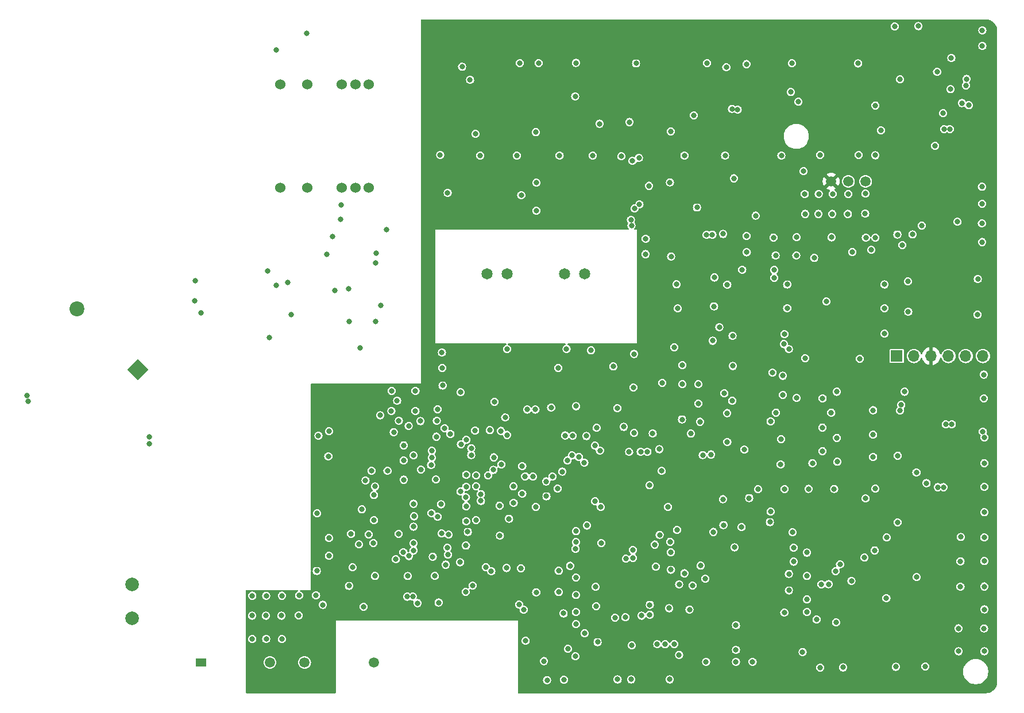
<source format=gbr>
%TF.GenerationSoftware,KiCad,Pcbnew,8.0.2*%
%TF.CreationDate,2025-02-22T19:17:46+01:00*%
%TF.ProjectId,Master_FT25,4d617374-6572-45f4-9654-32352e6b6963,rev?*%
%TF.SameCoordinates,Original*%
%TF.FileFunction,Copper,L2,Inr*%
%TF.FilePolarity,Positive*%
%FSLAX46Y46*%
G04 Gerber Fmt 4.6, Leading zero omitted, Abs format (unit mm)*
G04 Created by KiCad (PCBNEW 8.0.2) date 2025-02-22 19:17:46*
%MOMM*%
%LPD*%
G01*
G04 APERTURE LIST*
G04 Aperture macros list*
%AMHorizOval*
0 Thick line with rounded ends*
0 $1 width*
0 $2 $3 position (X,Y) of the first rounded end (center of the circle)*
0 $4 $5 position (X,Y) of the second rounded end (center of the circle)*
0 Add line between two ends*
20,1,$1,$2,$3,$4,$5,0*
0 Add two circle primitives to create the rounded ends*
1,1,$1,$2,$3*
1,1,$1,$4,$5*%
%AMRotRect*
0 Rectangle, with rotation*
0 The origin of the aperture is its center*
0 $1 length*
0 $2 width*
0 $3 Rotation angle, in degrees counterclockwise*
0 Add horizontal line*
21,1,$1,$2,0,0,$3*%
G04 Aperture macros list end*
%TA.AperFunction,ComponentPad*%
%ADD10RotRect,2.200000X2.200000X135.000000*%
%TD*%
%TA.AperFunction,ComponentPad*%
%ADD11HorizOval,2.200000X0.000000X0.000000X0.000000X0.000000X0*%
%TD*%
%TA.AperFunction,ComponentPad*%
%ADD12C,1.650000*%
%TD*%
%TA.AperFunction,ComponentPad*%
%ADD13C,1.500000*%
%TD*%
%TA.AperFunction,ComponentPad*%
%ADD14C,1.524000*%
%TD*%
%TA.AperFunction,ComponentPad*%
%ADD15C,0.600000*%
%TD*%
%TA.AperFunction,ComponentPad*%
%ADD16R,1.700000X1.700000*%
%TD*%
%TA.AperFunction,ComponentPad*%
%ADD17O,1.700000X1.700000*%
%TD*%
%TA.AperFunction,ComponentPad*%
%ADD18R,1.500000X1.303000*%
%TD*%
%TA.AperFunction,ComponentPad*%
%ADD19C,2.000000*%
%TD*%
%TA.AperFunction,ViaPad*%
%ADD20C,0.800000*%
%TD*%
G04 APERTURE END LIST*
D10*
%TO.N,Net-(D7-K)*%
%TO.C,D7*%
X72240128Y-90690128D03*
D11*
%TO.N,HV+_VEH*%
X63259872Y-81709872D03*
%TD*%
D12*
%TO.N,Net-(J12-Pin_1)*%
%TO.C,J12*%
X135100000Y-76550000D03*
%TO.N,Net-(J12-Pin_2)*%
X138100000Y-76550000D03*
%TD*%
D13*
%TO.N,GND*%
%TO.C,U3*%
X174430000Y-62900000D03*
%TO.N,+3V3*%
X176970000Y-62900000D03*
%TO.N,+24V*%
X179509999Y-62900000D03*
%TD*%
D14*
%TO.N,HV+_Vehicle_Side_Fused*%
%TO.C,T1*%
X93210000Y-63870000D03*
%TO.N,Net-(D30-A)*%
X97210000Y-63870000D03*
%TO.N,Net-(D28-A)*%
X102290000Y-63870000D03*
%TO.N,N/C*%
X104290000Y-63870000D03*
%TO.N,HV-_Vehicle_Side*%
X106290000Y-63870000D03*
%TO.N,N/C*%
X106290000Y-48630000D03*
X104290000Y-48630000D03*
X102290000Y-48630000D03*
%TO.N,Net-(D32-K)*%
X97210000Y-48630000D03*
%TO.N,Net-(D31-A)*%
X93210000Y-48630000D03*
%TD*%
D12*
%TO.N,Net-(J13-Pin_1)*%
%TO.C,J13*%
X123700000Y-76535000D03*
%TO.N,Net-(J13-Pin_2)*%
X126700000Y-76535000D03*
%TD*%
D15*
%TO.N,GND*%
%TO.C,IC2*%
X132200000Y-103100000D03*
X132200000Y-102350000D03*
X132200000Y-101600000D03*
X131450000Y-103100000D03*
X131450000Y-102350000D03*
X131450000Y-101600000D03*
X130700000Y-103100000D03*
X130700000Y-102350000D03*
X130700000Y-101600000D03*
%TD*%
D16*
%TO.N,+3V3*%
%TO.C,J3*%
X184100000Y-88650000D03*
D17*
%TO.N,/MCU/SWCLK_1*%
X186640000Y-88650000D03*
%TO.N,GND*%
X189180000Y-88650000D03*
%TO.N,/MCU/SWDIO_1*%
X191720000Y-88650000D03*
%TO.N,/MCU/NRST*%
X194260000Y-88650000D03*
%TO.N,/MCU/Trace_SWO*%
X196800000Y-88650000D03*
%TD*%
D18*
%TO.N,Net-(K2-Pad1)*%
%TO.C,K2*%
X81500000Y-133850000D03*
D13*
%TO.N,/Relay_Driver/SDC_Relay*%
X91700000Y-133850000D03*
%TO.N,/Relay_Driver/Relay_4*%
X96800000Y-133850000D03*
%TO.N,/Relay_Driver/Precharge/HV+_Akku*%
X107000000Y-133850000D03*
%TD*%
D19*
%TO.N,Net-(K2-Pad1)*%
%TO.C,TH1*%
X71375000Y-127350000D03*
%TO.N,Net-(Q9-D)*%
X71375000Y-122350000D03*
%TD*%
D20*
%TO.N,GND*%
X123800000Y-104650000D03*
X152050000Y-99850000D03*
X151800000Y-80300000D03*
X130150000Y-98725000D03*
X142900000Y-100050000D03*
X179360000Y-116500000D03*
X131475000Y-92000000D03*
X196100000Y-73750000D03*
X177325000Y-127375000D03*
X165500000Y-109600000D03*
X159950000Y-87750000D03*
X100600000Y-101450000D03*
X141550000Y-99150000D03*
X128763666Y-99726425D03*
X173700000Y-52100000D03*
X100250000Y-97800000D03*
X119700000Y-90250000D03*
X165950000Y-103400000D03*
X141110000Y-105600000D03*
X160550000Y-105550000D03*
X136700000Y-57550000D03*
X164375000Y-44800000D03*
X198200000Y-102300000D03*
X169250000Y-96850000D03*
X165500000Y-107000000D03*
X134900000Y-97550000D03*
X195375000Y-127800000D03*
X119010000Y-123880000D03*
X147900000Y-136350000D03*
X111400000Y-96700000D03*
X166300000Y-83600000D03*
X181200000Y-47800000D03*
X157850000Y-103050000D03*
X167285000Y-119035000D03*
X170829541Y-119204004D03*
X101270000Y-113930000D03*
X130950000Y-89850000D03*
X98600000Y-116500000D03*
X186375000Y-66125000D03*
X182650000Y-72300000D03*
X110500000Y-124000000D03*
X173275000Y-106900000D03*
X124800000Y-98625000D03*
X161650000Y-58450000D03*
X162024577Y-120619272D03*
X154400000Y-57800000D03*
X107760000Y-106480000D03*
X107400000Y-125050000D03*
X130800000Y-116900000D03*
X169500000Y-106900000D03*
X153125000Y-130950000D03*
X171600000Y-69400000D03*
X162600000Y-127000000D03*
X167450000Y-60950000D03*
X179400000Y-132200000D03*
X165075000Y-45450000D03*
X115750000Y-50150000D03*
X177800000Y-133750000D03*
X189550000Y-44800000D03*
X156950000Y-116675000D03*
X120800000Y-66550000D03*
X158700000Y-57400000D03*
X198200000Y-109800000D03*
X192899999Y-124949999D03*
X130900000Y-87700000D03*
X159800000Y-55250000D03*
X117450000Y-98050000D03*
X165350000Y-126500000D03*
X142850000Y-102800000D03*
X174950000Y-43700000D03*
X122900000Y-98550000D03*
X155900000Y-128325000D03*
X124300000Y-43275000D03*
X120630000Y-117625000D03*
X150800000Y-52300000D03*
X154350000Y-73850000D03*
X98600000Y-108150000D03*
X185200000Y-44825000D03*
X130700000Y-132300000D03*
X133050000Y-61700000D03*
X158250000Y-133750000D03*
X98650000Y-113950000D03*
X178200000Y-81450000D03*
X163400000Y-96900000D03*
X129440000Y-110330000D03*
X172000000Y-72300000D03*
X176600000Y-52000000D03*
X95100000Y-128700000D03*
X145200000Y-122475000D03*
X155560000Y-114130000D03*
X98800000Y-102350000D03*
X112250000Y-95200000D03*
X109150000Y-112350000D03*
X129100000Y-67200000D03*
X168525000Y-128375000D03*
X154200000Y-116000000D03*
X120800000Y-61400000D03*
X134000000Y-99800000D03*
X173800000Y-69400000D03*
X178500000Y-69400000D03*
X151575000Y-60375000D03*
X190690000Y-134490000D03*
X168500000Y-100550000D03*
X90200000Y-128650000D03*
X193200000Y-104750000D03*
X184200000Y-83700000D03*
X92500000Y-128700000D03*
X195375000Y-130875000D03*
X109000000Y-95300000D03*
X165878176Y-66905630D03*
X141500000Y-55600000D03*
X167975000Y-72300000D03*
X143350000Y-131300000D03*
X115700000Y-52300000D03*
X105800000Y-99050000D03*
X195200000Y-117000000D03*
X135750000Y-125250000D03*
X176100000Y-72450000D03*
X129550000Y-57450000D03*
X135850000Y-122450000D03*
X115650000Y-55600000D03*
X130300000Y-134450000D03*
X153400000Y-136350000D03*
X141430000Y-110100000D03*
X120550000Y-121400000D03*
X151450000Y-95700000D03*
X150550000Y-70350000D03*
X188670000Y-86840000D03*
X101550000Y-110200000D03*
X97550000Y-125350000D03*
X179175000Y-106825000D03*
X198200000Y-105800000D03*
X138800000Y-123950000D03*
X136600000Y-98200000D03*
X159975000Y-109775000D03*
X127925000Y-93600000D03*
X141450000Y-57700000D03*
X116675000Y-115774834D03*
X154600000Y-64100000D03*
X92550000Y-125350000D03*
X145400000Y-90650000D03*
X159150000Y-80650000D03*
X157200000Y-79250000D03*
X189500000Y-86820000D03*
X195225000Y-113800000D03*
X185631891Y-69202043D03*
X173275000Y-109775000D03*
X136675000Y-94750000D03*
X128000000Y-116900000D03*
X164600000Y-52100000D03*
X191700000Y-117025000D03*
X165375000Y-116125000D03*
X187440000Y-43520000D03*
X175950000Y-69450000D03*
X175800000Y-59000000D03*
X123525000Y-113050000D03*
X126330891Y-103151125D03*
X173750000Y-66200000D03*
X184200000Y-98400000D03*
X90200000Y-125350000D03*
X195400000Y-120700000D03*
X159100000Y-64550000D03*
X142750000Y-45400000D03*
X143750000Y-107300000D03*
X143200000Y-61350000D03*
X152800000Y-117500000D03*
X126210000Y-123480000D03*
X127950000Y-115000000D03*
X130950000Y-115000000D03*
X120770000Y-98600000D03*
X121650000Y-90350000D03*
X127050000Y-109350000D03*
X193050000Y-72688466D03*
X103860000Y-118140000D03*
X179200000Y-79400000D03*
X111400000Y-93800000D03*
X112875000Y-101325000D03*
X119400000Y-52300000D03*
X178450000Y-66250000D03*
X188000000Y-125800003D03*
X196050000Y-85850000D03*
X171050000Y-94150000D03*
X99400000Y-122050000D03*
X195400000Y-124700000D03*
X185475000Y-100550000D03*
X175900000Y-66200000D03*
X124000000Y-87800000D03*
X151100000Y-92000000D03*
X132188473Y-96524722D03*
X117138990Y-111654976D03*
X125840000Y-106280000D03*
X148400000Y-111350000D03*
X174425000Y-132275000D03*
X176650000Y-132200000D03*
X125823833Y-117873833D03*
X118932347Y-98707653D03*
X105500000Y-124200000D03*
X101280000Y-116700000D03*
X179425000Y-130350000D03*
X136500000Y-137500000D03*
X137900000Y-52200000D03*
X171500000Y-51750000D03*
X192900000Y-125850000D03*
X171650000Y-66200000D03*
X161729696Y-118824999D03*
X133700000Y-135200000D03*
X136000000Y-66450000D03*
X131200000Y-52300000D03*
X142250000Y-119275000D03*
X193050000Y-65625000D03*
X95050000Y-125350000D03*
X145375000Y-98200000D03*
X103700000Y-125150000D03*
X105301650Y-112275001D03*
X160400000Y-130200000D03*
X155000000Y-61500000D03*
X155950000Y-122600000D03*
X177400000Y-125150000D03*
X174750000Y-133750000D03*
X186200000Y-134480000D03*
X133900000Y-45500000D03*
X163750000Y-64550000D03*
X107050000Y-118400000D03*
X169325000Y-126400000D03*
X133900000Y-137750000D03*
X147600000Y-65700000D03*
X188000000Y-124950000D03*
X169500000Y-109700000D03*
X142780000Y-110140000D03*
X124900000Y-61300000D03*
X174000000Y-77500000D03*
X149500000Y-45600000D03*
X168200000Y-62700000D03*
X98650000Y-109800000D03*
X191900000Y-120725000D03*
%TO.N,+3V3*%
X136800000Y-45425000D03*
X107950000Y-97400000D03*
X179340000Y-118370000D03*
X144650000Y-102800000D03*
X110270000Y-118640000D03*
X180625000Y-100250000D03*
X167550000Y-85425000D03*
X104840000Y-116440000D03*
X190050000Y-46750000D03*
X148597347Y-119722653D03*
X150550000Y-125850000D03*
X139630851Y-110080851D03*
X143500000Y-59200000D03*
X122100000Y-106250000D03*
X136800000Y-126400000D03*
X196975000Y-128825000D03*
X192150000Y-44725000D03*
X147600000Y-63550000D03*
X162850000Y-133750000D03*
X145050000Y-131325000D03*
X120600000Y-109480000D03*
X169300000Y-73850000D03*
X179450000Y-67650000D03*
X124100000Y-99600000D03*
X175325000Y-104250000D03*
X159950000Y-90125000D03*
X167575000Y-108275000D03*
X120560000Y-123420000D03*
X185800000Y-82150000D03*
X117450000Y-99300000D03*
X170550000Y-64750000D03*
X93400000Y-126950000D03*
X147700000Y-125350000D03*
X95950000Y-126900000D03*
X145280000Y-93290000D03*
X196725000Y-42925000D03*
X172550000Y-67700000D03*
X132550000Y-136450000D03*
X159900000Y-85700000D03*
X161950000Y-45600000D03*
X134400000Y-59100000D03*
X190950000Y-52850000D03*
X179500000Y-64700000D03*
X134250000Y-123469274D03*
X157225000Y-77075000D03*
X120860000Y-114590000D03*
X152800000Y-120700000D03*
X103870000Y-119810000D03*
X154850000Y-92800000D03*
X109600000Y-96750000D03*
X173150000Y-102675000D03*
X117150000Y-93000000D03*
X163650000Y-108300000D03*
X175275000Y-100725000D03*
X178675000Y-89050000D03*
X145675000Y-45500000D03*
X177550000Y-73325000D03*
X100300000Y-103450000D03*
X129400000Y-130650000D03*
X98850000Y-100400000D03*
X156975000Y-86400000D03*
X183800000Y-40050000D03*
X196700000Y-71850000D03*
X187800000Y-69400000D03*
X162350000Y-109600000D03*
X152800000Y-59100000D03*
X136700000Y-50350000D03*
X149550000Y-92600000D03*
X116420000Y-112350000D03*
X93450000Y-124000000D03*
X193225000Y-132200000D03*
X176900000Y-67700000D03*
X109650000Y-93800000D03*
X150650000Y-136351494D03*
X139300000Y-59100000D03*
X116020000Y-121080000D03*
X182300000Y-85350000D03*
X89050000Y-126950000D03*
X179525000Y-109650000D03*
X156150000Y-45450000D03*
X180950000Y-108225000D03*
X135425000Y-87600000D03*
X116800000Y-59000000D03*
X138350000Y-100450000D03*
X193060000Y-68840000D03*
X144950000Y-136350000D03*
X139050000Y-87825000D03*
X177425000Y-121825000D03*
X160400000Y-132000000D03*
X158550000Y-113580000D03*
X158500000Y-70650000D03*
X167950000Y-78100000D03*
X123850000Y-106250000D03*
X132425153Y-107149847D03*
X140000000Y-130850000D03*
X180625000Y-103550000D03*
X196650000Y-63700000D03*
X193500000Y-122675000D03*
X128550000Y-45450000D03*
X184200000Y-70740000D03*
X178500000Y-59000000D03*
X120600000Y-116610000D03*
X110450000Y-95250000D03*
X167950000Y-81600000D03*
X152500000Y-92800000D03*
X193525000Y-115350000D03*
X166250000Y-73850000D03*
X162000000Y-73350000D03*
X158475304Y-109775001D03*
X170600000Y-67700000D03*
X130975000Y-67225000D03*
X147700000Y-126800000D03*
X106670000Y-105580000D03*
X182575000Y-124375000D03*
X196700000Y-66200000D03*
X160400000Y-133750000D03*
X126650000Y-87625000D03*
X184250000Y-103350000D03*
X116300000Y-98200000D03*
X175275000Y-93925000D03*
X126600000Y-119920000D03*
X125800000Y-104650000D03*
X161236700Y-113900001D03*
X135950000Y-119600000D03*
X91150000Y-124000000D03*
X140490000Y-110920000D03*
X173150000Y-99200000D03*
X113150000Y-96750000D03*
X158800000Y-59100000D03*
X173725000Y-80625000D03*
X150700000Y-116050000D03*
X115570000Y-103660000D03*
X172825000Y-134600000D03*
X174450000Y-97000000D03*
X182300000Y-81600000D03*
X152450000Y-98000000D03*
X122800000Y-110020000D03*
X176950000Y-64750000D03*
X130900000Y-110900000D03*
X196950000Y-91400000D03*
X127630000Y-110310000D03*
X96000000Y-123950000D03*
X116400000Y-96500000D03*
X196650000Y-69100000D03*
X186410000Y-70730000D03*
X165925000Y-71175000D03*
X156000000Y-133750000D03*
X100390000Y-115500000D03*
X132100000Y-133650000D03*
X142300000Y-90200000D03*
X147075000Y-73625000D03*
X117600000Y-119430000D03*
X93450000Y-130400000D03*
X197000000Y-107950000D03*
X193200000Y-128825000D03*
X165800000Y-91100000D03*
X91150000Y-130400000D03*
X139800000Y-125550000D03*
X136800000Y-128200000D03*
X196050000Y-77300000D03*
X122700000Y-59100000D03*
X197000000Y-115400000D03*
X117100000Y-90400000D03*
X91100000Y-126950000D03*
X147100000Y-71350000D03*
X105510000Y-125630000D03*
X159100000Y-97075000D03*
X98650000Y-111850000D03*
X154850000Y-95650000D03*
X161950000Y-70950000D03*
X175150000Y-127950000D03*
X159125000Y-78125000D03*
X197000000Y-132200000D03*
X145400000Y-100000000D03*
X138100000Y-129560000D03*
X180625000Y-96650000D03*
X159125000Y-101325000D03*
X145400000Y-88350000D03*
X130850000Y-96550000D03*
X112002149Y-121106448D03*
X111425000Y-101825000D03*
X113480000Y-125100000D03*
X109020000Y-105585000D03*
X196950000Y-94900000D03*
X182300000Y-78100000D03*
X130950000Y-123500000D03*
X174650000Y-64750000D03*
X170375000Y-61400000D03*
X174500000Y-71150000D03*
X173175000Y-94900000D03*
X148125000Y-100075000D03*
X127600000Y-107890000D03*
X116560000Y-125010000D03*
X196000000Y-82550000D03*
X197000000Y-111700000D03*
X188310000Y-134430000D03*
X100400000Y-99750000D03*
X172600000Y-64750000D03*
X188500000Y-107400000D03*
X128900000Y-108940000D03*
X130900000Y-55650000D03*
X197000000Y-118900000D03*
X121950000Y-99650000D03*
X135050000Y-136400000D03*
X98600000Y-120350000D03*
X192050000Y-49300000D03*
X125750000Y-99700000D03*
X174600000Y-67700000D03*
X152500000Y-90000000D03*
X172800000Y-59000000D03*
X131300000Y-45450000D03*
X170600000Y-88975000D03*
X168200000Y-123225000D03*
X184940000Y-72290000D03*
X171675000Y-104450000D03*
X143850000Y-99100000D03*
X193500000Y-118925000D03*
X100400000Y-118110000D03*
X187300000Y-40000000D03*
X185750000Y-77650000D03*
X185275000Y-93925000D03*
X171100000Y-108250000D03*
X179550000Y-71200000D03*
X136800000Y-123900000D03*
X196725000Y-40625000D03*
X126375000Y-97725000D03*
X197000000Y-122650000D03*
X89100000Y-124000000D03*
X168200000Y-120775000D03*
X167100000Y-59100000D03*
X160400000Y-128350000D03*
X174875000Y-108250000D03*
X197000000Y-104450000D03*
X168650000Y-45475000D03*
X169350000Y-71125000D03*
X128700000Y-119950000D03*
X117050000Y-88150000D03*
X167525000Y-126500000D03*
X161325000Y-75925000D03*
X144700000Y-54150000D03*
X130975000Y-63100000D03*
X124700000Y-103600000D03*
X98500000Y-123950000D03*
X89100000Y-130400000D03*
X113150000Y-93800000D03*
X112950000Y-112300000D03*
X157175000Y-81325000D03*
X197025000Y-126025000D03*
X150800000Y-55525000D03*
X176200000Y-134575000D03*
X99500000Y-125350000D03*
X178425000Y-45500000D03*
X111400000Y-104050000D03*
X180850000Y-117320000D03*
X139850000Y-99250000D03*
X136800000Y-121300000D03*
X128100000Y-59100000D03*
X117010000Y-114820000D03*
X183970000Y-134490000D03*
%TO.N,Net-(U8-~{PRE})*%
X124332185Y-120390786D03*
X126950000Y-112650000D03*
%TO.N,HV-_Vehicle_Side*%
X108025000Y-81200000D03*
X107250000Y-74925000D03*
X108908477Y-70010875D03*
%TO.N,/MCU/NRST*%
X170875000Y-121100000D03*
X168912500Y-118987500D03*
%TO.N,/CAN_Transceiver/CarCAN_HIGH*%
X181775000Y-55375000D03*
X180350000Y-73000000D03*
X121200000Y-47925000D03*
%TO.N,/CAN_Transceiver/V_{ref}*%
X170225000Y-132300000D03*
X172275000Y-127505234D03*
%TO.N,Net-(JP2-B)*%
X101275000Y-79025000D03*
X94287500Y-77812500D03*
%TO.N,Net-(U20-INTVcc)*%
X94850000Y-82550000D03*
X91350000Y-76125000D03*
%TO.N,/HV_Indicator/ENABLE*%
X107300000Y-83600000D03*
X80700000Y-77575000D03*
%TO.N,Net-(U20-DCM)*%
X92625000Y-78200000D03*
X102125000Y-68475000D03*
%TO.N,Net-(D32-K)*%
X92650000Y-43550000D03*
X97150000Y-41050000D03*
%TO.N,Net-(D4-K)*%
X81550000Y-82300000D03*
X80637500Y-80475000D03*
%TO.N,/TSAL/Precharge_State_Detection/HV-_AKKU*%
X73950000Y-100600000D03*
X56020209Y-95291460D03*
X73950000Y-101600000D03*
X55900000Y-94450000D03*
%TO.N,/MCU/AIR+_Closed*%
X129094310Y-126066238D03*
X109950000Y-99875000D03*
X134987653Y-126612347D03*
X138050000Y-104375000D03*
%TO.N,/MCU/AIR-_Closed*%
X128439910Y-125310090D03*
X134250001Y-120342582D03*
X112150000Y-98950000D03*
X112200000Y-118150000D03*
X137250000Y-103550000D03*
%TO.N,Net-(D19-A)*%
X190150000Y-108000000D03*
X191325000Y-98725000D03*
X191000000Y-108000000D03*
X192225000Y-98725000D03*
%TO.N,/Relay_Driver/Relay_4*%
X112750000Y-124150000D03*
X111950000Y-124150000D03*
%TO.N,Net-(D28-K)*%
X103332816Y-78725000D03*
X100950000Y-71000000D03*
%TO.N,Net-(D28-A)*%
X102162500Y-66387500D03*
X107400000Y-73475000D03*
%TO.N,/CAN_Transceiver/CarCAN_LOW*%
X180950000Y-59050000D03*
X180950000Y-51700000D03*
X120025000Y-46000000D03*
X180950000Y-71200000D03*
%TO.N,/IO/IMD_M*%
X165500000Y-111600000D03*
X160100000Y-62450000D03*
%TO.N,+24V*%
X146175000Y-66275000D03*
X151825000Y-81625000D03*
X150837500Y-73962500D03*
X122000000Y-55900000D03*
X145450000Y-66900000D03*
%TO.N,/IO/IMD_Power*%
X151700000Y-114300000D03*
X163300000Y-67950000D03*
%TO.N,/IO/TSAL_GREEN*%
X184600000Y-47850000D03*
X113875000Y-98250000D03*
X115518588Y-111821749D03*
X115450000Y-104725000D03*
%TO.N,/MCU/~{AMS_ERROR_LED}*%
X146349997Y-102800000D03*
X149149989Y-115024683D03*
%TO.N,/MCU/~{IMD_ERROR_LED}*%
X147350000Y-102800000D03*
X150387347Y-110912653D03*
%TO.N,/MCU/Trace_SWO*%
X152021763Y-132725000D03*
X152024999Y-122324999D03*
%TO.N,/MCU/SWDIO_1*%
X139725000Y-122700000D03*
X182625000Y-115410000D03*
%TO.N,Net-(JP2-C)*%
X103400000Y-83600000D03*
X100087500Y-73637500D03*
%TO.N,/SDC_Latching/~{AMS_Error}*%
X166300000Y-97000000D03*
X138425000Y-113650000D03*
X149080000Y-102399999D03*
X153750000Y-100100000D03*
%TO.N,/SDC_Latching/~{IMD_Error}*%
X167050000Y-100900000D03*
X167325000Y-91563651D03*
X154650000Y-66750000D03*
X167311655Y-94389235D03*
%TO.N,Net-(Q5-D)*%
X161650000Y-102450000D03*
X167000000Y-104650000D03*
%TO.N,/MCU/TS_Error*%
X184225000Y-113175000D03*
X165400000Y-113150000D03*
%TO.N,Net-(U10-IND)*%
X104955304Y-87465778D03*
X91575000Y-85975000D03*
%TO.N,/Relay_Driver/aux_in0*%
X140300000Y-54400000D03*
X115575000Y-102625000D03*
%TO.N,/Relay_Driver/aux_in1*%
X154200000Y-53150000D03*
X112875001Y-103298670D03*
%TO.N,/TSAL/Relay_State_Detection1/~{Short}*%
X116900000Y-110523429D03*
X116224999Y-100550304D03*
%TO.N,/MCU/SDC_closed*%
X103350000Y-122550000D03*
X187050000Y-121250000D03*
X187000000Y-105825000D03*
X149450000Y-105600000D03*
%TO.N,Net-(U12-PC9)*%
X112875000Y-110450000D03*
X136714555Y-132935445D03*
X124650000Y-105450000D03*
X113950000Y-105400000D03*
%TO.N,/MCU/Status_LED_R*%
X136816975Y-116096534D03*
X140550001Y-116234388D03*
%TO.N,/MCU/Status_LED_G*%
X148800000Y-131150000D03*
X142570000Y-127237349D03*
%TO.N,/MCU/Status_LED_B*%
X170862938Y-117639904D03*
X144099847Y-127174847D03*
%TO.N,Net-(U12-PA1)*%
X168750000Y-114650000D03*
X157074999Y-114606249D03*
%TO.N,/MCU/HV_Active*%
X122075000Y-107850000D03*
X110675000Y-114875000D03*
X122075000Y-112850000D03*
X174050000Y-122300000D03*
X110700000Y-98200000D03*
%TO.N,/MCU/AIR+_Control*%
X136802719Y-114495107D03*
X116175000Y-106870000D03*
X148430843Y-116469162D03*
X117900000Y-64600000D03*
%TO.N,/MCU/AIR-_Control*%
X136750153Y-117094302D03*
X115700000Y-118250000D03*
X145210220Y-117250000D03*
X119750000Y-119075000D03*
X128750000Y-64925000D03*
X119850000Y-101675000D03*
X119785527Y-108625000D03*
%TO.N,/MCU/Precharge_Control*%
X105260312Y-111275853D03*
X123525000Y-119788080D03*
X107170000Y-121100000D03*
X135614555Y-131835445D03*
%TO.N,Net-(U16B-Q)*%
X169350000Y-94850000D03*
X159850000Y-95250000D03*
%TO.N,Net-(U16A-~{Q})*%
X157950000Y-84400000D03*
X151637989Y-78087989D03*
%TO.N,Net-(U16B-~{Q})*%
X158675000Y-94150000D03*
X151300000Y-87350000D03*
%TO.N,/SDC_Latching/Reset_Signal*%
X171925000Y-74200000D03*
X189750000Y-57650000D03*
%TO.N,/MCU/PRE_AIR+_open*%
X103660890Y-114875286D03*
X150800000Y-117600000D03*
X150825000Y-120175000D03*
X105788497Y-106993029D03*
X106260000Y-114950000D03*
X147674998Y-107721888D03*
X146500000Y-126950000D03*
X142950000Y-136351494D03*
%TO.N,/TSAL/AIRs_Closed*%
X118310000Y-100160000D03*
X117854795Y-116942198D03*
X112874999Y-116270821D03*
%TO.N,/TSAL/Mismatch_AIR-*%
X111371149Y-117590526D03*
X111425000Y-106900000D03*
%TO.N,/TSAL/HV_Inactive*%
X121375000Y-102250000D03*
X122800000Y-109019997D03*
%TO.N,/TSAL/TS_OK*%
X121600000Y-122500000D03*
X121375000Y-103250003D03*
%TO.N,/TSAL/Mismatch_AIR+PRE*%
X107200003Y-107900000D03*
X106962653Y-116237347D03*
%TO.N,/TSAL/Relay_Mismatch*%
X107050000Y-109160000D03*
X107050000Y-112871492D03*
X120625000Y-113025000D03*
X120625000Y-110795000D03*
%TO.N,/TSAL/HV_Mismatch*%
X125600000Y-115150000D03*
X125540653Y-110715347D03*
%TO.N,/IO/IMD_VCC*%
X156075000Y-70800000D03*
X156925000Y-70750000D03*
X160650000Y-52325000D03*
X159816305Y-52200000D03*
%TO.N,/SDC_Latching/AMS_Latch_Reset*%
X155100000Y-98350000D03*
X165500000Y-98300000D03*
%TO.N,/SDC_Latching/SDC_1*%
X166050000Y-77100000D03*
X191075000Y-55175000D03*
X166050000Y-75960000D03*
X191925000Y-55175000D03*
%TO.N,/IO/SDC_OUT*%
X167450000Y-86900000D03*
X194725000Y-51675000D03*
X193700000Y-51350000D03*
X168200000Y-87650000D03*
%TO.N,/MCU/WAKE2*%
X134097512Y-108202488D03*
X154000000Y-122500000D03*
%TO.N,/MCU/SPI1_MISO*%
X136209595Y-103325000D03*
X149975000Y-131175000D03*
%TO.N,/MCU/SPI1_SCK*%
X155500000Y-103250000D03*
X140350000Y-102600000D03*
%TO.N,/MCU/WAKE1*%
X144175000Y-118550000D03*
X135224253Y-100375000D03*
%TO.N,/MCU/INTR1*%
X136337653Y-100412347D03*
X145225000Y-118425001D03*
%TO.N,/MCU/SPI1_NSS*%
X156725000Y-103175000D03*
X139600000Y-101875000D03*
%TO.N,/MCU/IPB*%
X129650000Y-96550000D03*
X126656173Y-100293827D03*
%TO.N,/MCU/MSTR2*%
X128900000Y-104900000D03*
X134799999Y-105704669D03*
%TO.N,/MCU/INTR2*%
X153550000Y-126050000D03*
X133350000Y-106429669D03*
%TO.N,/MCU/SPI2_MISO*%
X132462500Y-109337500D03*
X130475000Y-106437500D03*
%TO.N,/MCU/SPI1_MOSI*%
X151299999Y-131125000D03*
X135550000Y-104076620D03*
%TO.N,/MCU/SPI2_MOSI*%
X173000000Y-122325000D03*
X129300000Y-106400000D03*
%TO.N,Net-(U12-PC3)*%
X168900000Y-116925000D03*
X160200000Y-116875000D03*
%TO.N,Net-(D15-A2)*%
X134200000Y-90400000D03*
X133150000Y-96250000D03*
%TO.N,Net-(D34-A2)*%
X124800000Y-95400000D03*
X119800000Y-94000000D03*
%TO.N,Net-(D33-A2)*%
X136850000Y-96050000D03*
X142900000Y-96350000D03*
%TO.N,Net-(J4-Pin_3)*%
X150662500Y-63037500D03*
X158975000Y-46075000D03*
%TO.N,/Relay_Driver/SDC_Relay*%
X184775000Y-95850000D03*
X145150000Y-59875000D03*
X144915422Y-68554216D03*
X145000000Y-69400000D03*
X146100000Y-59450000D03*
X184600000Y-96700000D03*
%TO.N,/MCU/LV_I*%
X170885056Y-126411353D03*
X155900000Y-121500000D03*
%TO.N,/MCU/TEMP_DCDC*%
X155171294Y-119578096D03*
X170866721Y-124551949D03*
%TO.N,/IO/TEMP_TSDCDC*%
X169600000Y-51150000D03*
X175075000Y-120375000D03*
%TO.N,/IO/LV_I_measure*%
X168475000Y-49725000D03*
X175737500Y-119400000D03*
%TO.N,/SDC*%
X194400000Y-47800000D03*
X196800000Y-99800000D03*
X194300000Y-48750000D03*
X197025000Y-100650000D03*
%TO.N,Net-(U1-Pad2)*%
X117940000Y-117938564D03*
X112875000Y-117325003D03*
%TO.N,/TSAL/pos_control*%
X120625000Y-106175000D03*
X120625000Y-107948329D03*
X120650000Y-101000000D03*
%TO.N,Net-(U4-2Y)*%
X118037119Y-115000000D03*
X112875000Y-113825000D03*
%TD*%
%TA.AperFunction,Conductor*%
%TO.N,GND*%
G36*
X197167951Y-39001997D02*
G01*
X197177914Y-39001996D01*
X197177916Y-39001997D01*
X197221102Y-39001994D01*
X197229912Y-39002307D01*
X197457920Y-39018559D01*
X197475377Y-39021062D01*
X197694442Y-39068575D01*
X197711375Y-39073531D01*
X197921469Y-39151652D01*
X197937524Y-39158962D01*
X198134403Y-39266113D01*
X198149263Y-39275630D01*
X198328944Y-39409646D01*
X198342301Y-39421174D01*
X198501134Y-39579327D01*
X198512721Y-39592636D01*
X198647502Y-39771740D01*
X198657081Y-39786558D01*
X198765075Y-39982977D01*
X198772455Y-39999005D01*
X198851474Y-40208762D01*
X198856504Y-40225675D01*
X198904952Y-40444529D01*
X198907530Y-40461984D01*
X198924659Y-40688597D01*
X198925012Y-40697943D01*
X198925012Y-136697094D01*
X198924696Y-136705942D01*
X198908342Y-136934542D01*
X198905824Y-136952053D01*
X198858050Y-137171660D01*
X198853065Y-137188636D01*
X198774524Y-137399204D01*
X198767175Y-137415297D01*
X198659463Y-137612553D01*
X198649898Y-137627436D01*
X198515215Y-137807349D01*
X198503629Y-137820720D01*
X198344706Y-137979641D01*
X198331335Y-137991226D01*
X198151423Y-138125906D01*
X198136540Y-138135471D01*
X197939289Y-138243178D01*
X197923196Y-138250528D01*
X197712617Y-138329071D01*
X197695641Y-138334055D01*
X197476040Y-138381826D01*
X197458529Y-138384344D01*
X197230180Y-138400678D01*
X197221333Y-138400994D01*
X128374000Y-138400994D01*
X128306961Y-138381309D01*
X128261206Y-138328505D01*
X128250000Y-138276994D01*
X128250000Y-136449998D01*
X131944318Y-136449998D01*
X131944318Y-136450001D01*
X131964955Y-136606760D01*
X131964956Y-136606762D01*
X132001077Y-136693967D01*
X132025464Y-136752841D01*
X132121718Y-136878282D01*
X132247159Y-136974536D01*
X132393238Y-137035044D01*
X132471619Y-137045363D01*
X132549999Y-137055682D01*
X132550000Y-137055682D01*
X132550001Y-137055682D01*
X132602254Y-137048802D01*
X132706762Y-137035044D01*
X132852841Y-136974536D01*
X132978282Y-136878282D01*
X133074536Y-136752841D01*
X133135044Y-136606762D01*
X133155682Y-136450000D01*
X133149099Y-136400000D01*
X133149099Y-136399998D01*
X134444318Y-136399998D01*
X134444318Y-136400001D01*
X134464955Y-136556760D01*
X134464956Y-136556762D01*
X134523083Y-136697094D01*
X134525464Y-136702841D01*
X134621718Y-136828282D01*
X134747159Y-136924536D01*
X134893238Y-136985044D01*
X134971619Y-136995363D01*
X135049999Y-137005682D01*
X135050000Y-137005682D01*
X135050001Y-137005682D01*
X135102254Y-136998802D01*
X135206762Y-136985044D01*
X135352841Y-136924536D01*
X135478282Y-136828282D01*
X135574536Y-136702841D01*
X135635044Y-136556762D01*
X135655682Y-136400000D01*
X135649295Y-136351492D01*
X142344318Y-136351492D01*
X142344318Y-136351495D01*
X142364955Y-136508254D01*
X142364956Y-136508256D01*
X142405758Y-136606762D01*
X142425464Y-136654335D01*
X142521718Y-136779776D01*
X142647159Y-136876030D01*
X142793238Y-136936538D01*
X142845262Y-136943387D01*
X142949999Y-136957176D01*
X142950000Y-136957176D01*
X142950001Y-136957176D01*
X143002254Y-136950296D01*
X143106762Y-136936538D01*
X143252841Y-136876030D01*
X143378282Y-136779776D01*
X143474536Y-136654335D01*
X143535044Y-136508256D01*
X143555682Y-136351494D01*
X143555485Y-136350001D01*
X143555485Y-136349998D01*
X144344318Y-136349998D01*
X144344318Y-136350001D01*
X144364955Y-136506760D01*
X144364956Y-136506762D01*
X144406376Y-136606760D01*
X144425464Y-136652841D01*
X144521718Y-136778282D01*
X144647159Y-136874536D01*
X144793238Y-136935044D01*
X144856610Y-136943387D01*
X144949999Y-136955682D01*
X144950000Y-136955682D01*
X144950001Y-136955682D01*
X145043390Y-136943387D01*
X145106762Y-136935044D01*
X145252841Y-136874536D01*
X145378282Y-136778282D01*
X145474536Y-136652841D01*
X145535044Y-136506762D01*
X145555486Y-136351492D01*
X150044318Y-136351492D01*
X150044318Y-136351495D01*
X150064955Y-136508254D01*
X150064956Y-136508256D01*
X150105758Y-136606762D01*
X150125464Y-136654335D01*
X150221718Y-136779776D01*
X150347159Y-136876030D01*
X150493238Y-136936538D01*
X150545262Y-136943387D01*
X150649999Y-136957176D01*
X150650000Y-136957176D01*
X150650001Y-136957176D01*
X150702254Y-136950296D01*
X150806762Y-136936538D01*
X150952841Y-136876030D01*
X151078282Y-136779776D01*
X151174536Y-136654335D01*
X151235044Y-136508256D01*
X151255682Y-136351494D01*
X151255485Y-136350001D01*
X151235044Y-136194733D01*
X151235044Y-136194732D01*
X151174536Y-136048653D01*
X151078282Y-135923212D01*
X150952841Y-135826958D01*
X150949234Y-135825464D01*
X150806762Y-135766450D01*
X150806760Y-135766449D01*
X150650001Y-135745812D01*
X150649999Y-135745812D01*
X150493239Y-135766449D01*
X150493237Y-135766450D01*
X150347160Y-135826957D01*
X150221718Y-135923212D01*
X150125463Y-136048654D01*
X150064956Y-136194731D01*
X150064955Y-136194733D01*
X150044318Y-136351492D01*
X145555486Y-136351492D01*
X145555682Y-136350000D01*
X145535044Y-136193238D01*
X145474536Y-136047159D01*
X145378282Y-135921718D01*
X145252841Y-135825464D01*
X145227472Y-135814956D01*
X145106762Y-135764956D01*
X145106760Y-135764955D01*
X144950001Y-135744318D01*
X144949999Y-135744318D01*
X144793239Y-135764955D01*
X144793237Y-135764956D01*
X144647160Y-135825463D01*
X144521718Y-135921718D01*
X144425463Y-136047160D01*
X144364956Y-136193237D01*
X144364955Y-136193239D01*
X144344318Y-136349998D01*
X143555485Y-136349998D01*
X143535044Y-136194733D01*
X143535044Y-136194732D01*
X143474536Y-136048653D01*
X143378282Y-135923212D01*
X143252841Y-135826958D01*
X143249234Y-135825464D01*
X143106762Y-135766450D01*
X143106760Y-135766449D01*
X142950001Y-135745812D01*
X142949999Y-135745812D01*
X142793239Y-135766449D01*
X142793237Y-135766450D01*
X142647160Y-135826957D01*
X142521718Y-135923212D01*
X142425463Y-136048654D01*
X142364956Y-136194731D01*
X142364955Y-136194733D01*
X142344318Y-136351492D01*
X135649295Y-136351492D01*
X135649099Y-136350000D01*
X135635044Y-136243239D01*
X135635044Y-136243238D01*
X135574536Y-136097159D01*
X135478282Y-135971718D01*
X135352841Y-135875464D01*
X135327472Y-135864956D01*
X135206762Y-135814956D01*
X135206760Y-135814955D01*
X135050001Y-135794318D01*
X135049999Y-135794318D01*
X134893239Y-135814955D01*
X134893237Y-135814956D01*
X134747160Y-135875463D01*
X134621718Y-135971718D01*
X134525463Y-136097160D01*
X134464956Y-136243237D01*
X134464955Y-136243239D01*
X134444318Y-136399998D01*
X133149099Y-136399998D01*
X133135044Y-136293239D01*
X133135044Y-136293238D01*
X133074536Y-136147159D01*
X132978282Y-136021718D01*
X132852841Y-135925464D01*
X132847404Y-135923212D01*
X132706762Y-135864956D01*
X132706760Y-135864955D01*
X132550001Y-135844318D01*
X132549999Y-135844318D01*
X132393239Y-135864955D01*
X132393237Y-135864956D01*
X132247160Y-135925463D01*
X132121718Y-136021718D01*
X132025463Y-136147160D01*
X131964956Y-136293237D01*
X131964955Y-136293239D01*
X131944318Y-136449998D01*
X128250000Y-136449998D01*
X128250000Y-134599998D01*
X172219318Y-134599998D01*
X172219318Y-134600001D01*
X172239955Y-134756760D01*
X172239956Y-134756762D01*
X172282006Y-134858281D01*
X172300464Y-134902841D01*
X172396718Y-135028282D01*
X172522159Y-135124536D01*
X172668238Y-135185044D01*
X172746619Y-135195363D01*
X172824999Y-135205682D01*
X172825000Y-135205682D01*
X172825001Y-135205682D01*
X172877254Y-135198802D01*
X172981762Y-135185044D01*
X173127841Y-135124536D01*
X173253282Y-135028282D01*
X173349536Y-134902841D01*
X173410044Y-134756762D01*
X173430682Y-134600000D01*
X173427390Y-134574998D01*
X175594318Y-134574998D01*
X175594318Y-134575001D01*
X175614955Y-134731760D01*
X175614956Y-134731762D01*
X175625310Y-134756760D01*
X175675464Y-134877841D01*
X175771718Y-135003282D01*
X175897159Y-135099536D01*
X176043238Y-135160044D01*
X176121619Y-135170363D01*
X176199999Y-135180682D01*
X176200000Y-135180682D01*
X176200001Y-135180682D01*
X176252254Y-135173802D01*
X176356762Y-135160044D01*
X176502841Y-135099536D01*
X176628282Y-135003282D01*
X176724536Y-134877841D01*
X176785044Y-134731762D01*
X176805682Y-134575000D01*
X176799146Y-134525357D01*
X176794491Y-134489998D01*
X183364318Y-134489998D01*
X183364318Y-134490001D01*
X183384955Y-134646760D01*
X183384956Y-134646762D01*
X183430519Y-134756762D01*
X183445464Y-134792841D01*
X183541718Y-134918282D01*
X183667159Y-135014536D01*
X183813238Y-135075044D01*
X183891619Y-135085363D01*
X183969999Y-135095682D01*
X183970000Y-135095682D01*
X183970001Y-135095682D01*
X184022254Y-135088802D01*
X184098907Y-135078711D01*
X193899500Y-135078711D01*
X193899500Y-135321288D01*
X193931161Y-135561785D01*
X193993947Y-135796104D01*
X194047530Y-135925464D01*
X194086776Y-136020212D01*
X194208064Y-136230289D01*
X194208066Y-136230292D01*
X194208067Y-136230293D01*
X194355733Y-136422736D01*
X194355739Y-136422743D01*
X194527256Y-136594260D01*
X194527262Y-136594265D01*
X194719711Y-136741936D01*
X194929788Y-136863224D01*
X195153900Y-136956054D01*
X195388211Y-137018838D01*
X195568586Y-137042584D01*
X195628711Y-137050500D01*
X195628712Y-137050500D01*
X195871289Y-137050500D01*
X195919388Y-137044167D01*
X196111789Y-137018838D01*
X196346100Y-136956054D01*
X196570212Y-136863224D01*
X196780289Y-136741936D01*
X196972738Y-136594265D01*
X197144265Y-136422738D01*
X197291936Y-136230289D01*
X197413224Y-136020212D01*
X197506054Y-135796100D01*
X197568838Y-135561789D01*
X197600500Y-135321288D01*
X197600500Y-135078712D01*
X197568838Y-134838211D01*
X197506054Y-134603900D01*
X197413224Y-134379788D01*
X197291936Y-134169711D01*
X197157353Y-133994318D01*
X197144266Y-133977263D01*
X197144260Y-133977256D01*
X196972743Y-133805739D01*
X196972736Y-133805733D01*
X196780293Y-133658067D01*
X196780292Y-133658066D01*
X196780289Y-133658064D01*
X196570212Y-133536776D01*
X196530892Y-133520489D01*
X196346104Y-133443947D01*
X196111785Y-133381161D01*
X195871289Y-133349500D01*
X195871288Y-133349500D01*
X195628712Y-133349500D01*
X195628711Y-133349500D01*
X195388214Y-133381161D01*
X195153895Y-133443947D01*
X194929794Y-133536773D01*
X194929785Y-133536777D01*
X194719706Y-133658067D01*
X194527263Y-133805733D01*
X194527256Y-133805739D01*
X194355739Y-133977256D01*
X194355733Y-133977263D01*
X194208067Y-134169706D01*
X194086777Y-134379785D01*
X194086773Y-134379794D01*
X193993947Y-134603895D01*
X193931161Y-134838214D01*
X193899500Y-135078711D01*
X184098907Y-135078711D01*
X184126762Y-135075044D01*
X184272841Y-135014536D01*
X184398282Y-134918282D01*
X184494536Y-134792841D01*
X184555044Y-134646762D01*
X184575682Y-134490000D01*
X184567783Y-134429998D01*
X187704318Y-134429998D01*
X187704318Y-134430001D01*
X187724955Y-134586760D01*
X187724956Y-134586762D01*
X187748721Y-134644137D01*
X187785464Y-134732841D01*
X187881718Y-134858282D01*
X188007159Y-134954536D01*
X188153238Y-135015044D01*
X188231619Y-135025363D01*
X188309999Y-135035682D01*
X188310000Y-135035682D01*
X188310001Y-135035682D01*
X188366216Y-135028281D01*
X188466762Y-135015044D01*
X188612841Y-134954536D01*
X188738282Y-134858282D01*
X188834536Y-134732841D01*
X188895044Y-134586762D01*
X188915682Y-134430000D01*
X188914133Y-134418237D01*
X188895044Y-134273239D01*
X188895044Y-134273238D01*
X188834536Y-134127159D01*
X188738282Y-134001718D01*
X188612841Y-133905464D01*
X188611612Y-133904955D01*
X188466762Y-133844956D01*
X188466760Y-133844955D01*
X188310001Y-133824318D01*
X188309999Y-133824318D01*
X188153239Y-133844955D01*
X188153237Y-133844956D01*
X188007160Y-133905463D01*
X187881718Y-134001718D01*
X187785463Y-134127160D01*
X187724956Y-134273237D01*
X187724955Y-134273239D01*
X187704318Y-134429998D01*
X184567783Y-134429998D01*
X184555044Y-134333238D01*
X184494536Y-134187159D01*
X184398282Y-134061718D01*
X184272841Y-133965464D01*
X184242366Y-133952841D01*
X184126762Y-133904956D01*
X184126760Y-133904955D01*
X183970001Y-133884318D01*
X183969999Y-133884318D01*
X183813239Y-133904955D01*
X183813237Y-133904956D01*
X183667160Y-133965463D01*
X183541718Y-134061718D01*
X183445463Y-134187160D01*
X183384956Y-134333237D01*
X183384955Y-134333239D01*
X183364318Y-134489998D01*
X176794491Y-134489998D01*
X176785044Y-134418239D01*
X176785044Y-134418238D01*
X176724536Y-134272159D01*
X176628282Y-134146718D01*
X176502841Y-134050464D01*
X176356762Y-133989956D01*
X176356760Y-133989955D01*
X176200001Y-133969318D01*
X176199999Y-133969318D01*
X176043239Y-133989955D01*
X176043237Y-133989956D01*
X175897160Y-134050463D01*
X175771718Y-134146718D01*
X175675463Y-134272160D01*
X175614956Y-134418237D01*
X175614955Y-134418239D01*
X175594318Y-134574998D01*
X173427390Y-134574998D01*
X173410044Y-134443239D01*
X173410044Y-134443238D01*
X173349536Y-134297159D01*
X173253282Y-134171718D01*
X173127841Y-134075464D01*
X173094655Y-134061718D01*
X172981762Y-134014956D01*
X172981760Y-134014955D01*
X172825001Y-133994318D01*
X172824999Y-133994318D01*
X172668239Y-134014955D01*
X172668237Y-134014956D01*
X172522160Y-134075463D01*
X172396718Y-134171718D01*
X172300463Y-134297160D01*
X172239956Y-134443237D01*
X172239955Y-134443239D01*
X172219318Y-134599998D01*
X128250000Y-134599998D01*
X128250000Y-133649998D01*
X131494318Y-133649998D01*
X131494318Y-133650001D01*
X131514955Y-133806760D01*
X131514956Y-133806762D01*
X131556376Y-133906760D01*
X131575464Y-133952841D01*
X131671718Y-134078282D01*
X131797159Y-134174536D01*
X131943238Y-134235044D01*
X132021619Y-134245363D01*
X132099999Y-134255682D01*
X132100000Y-134255682D01*
X132100001Y-134255682D01*
X132152254Y-134248802D01*
X132256762Y-134235044D01*
X132402841Y-134174536D01*
X132528282Y-134078282D01*
X132624536Y-133952841D01*
X132685044Y-133806762D01*
X132692517Y-133749998D01*
X155394318Y-133749998D01*
X155394318Y-133750001D01*
X155414955Y-133906760D01*
X155414956Y-133906762D01*
X155444158Y-133977263D01*
X155475464Y-134052841D01*
X155571718Y-134178282D01*
X155697159Y-134274536D01*
X155843238Y-134335044D01*
X155921619Y-134345363D01*
X155999999Y-134355682D01*
X156000000Y-134355682D01*
X156000001Y-134355682D01*
X156052254Y-134348802D01*
X156156762Y-134335044D01*
X156302841Y-134274536D01*
X156428282Y-134178282D01*
X156524536Y-134052841D01*
X156585044Y-133906762D01*
X156605682Y-133750000D01*
X156605682Y-133749998D01*
X159794318Y-133749998D01*
X159794318Y-133750001D01*
X159814955Y-133906760D01*
X159814956Y-133906762D01*
X159844158Y-133977263D01*
X159875464Y-134052841D01*
X159971718Y-134178282D01*
X160097159Y-134274536D01*
X160243238Y-134335044D01*
X160321619Y-134345363D01*
X160399999Y-134355682D01*
X160400000Y-134355682D01*
X160400001Y-134355682D01*
X160452254Y-134348802D01*
X160556762Y-134335044D01*
X160702841Y-134274536D01*
X160828282Y-134178282D01*
X160924536Y-134052841D01*
X160985044Y-133906762D01*
X161005682Y-133750000D01*
X161005682Y-133749998D01*
X162244318Y-133749998D01*
X162244318Y-133750001D01*
X162264955Y-133906760D01*
X162264956Y-133906762D01*
X162294158Y-133977263D01*
X162325464Y-134052841D01*
X162421718Y-134178282D01*
X162547159Y-134274536D01*
X162693238Y-134335044D01*
X162771619Y-134345363D01*
X162849999Y-134355682D01*
X162850000Y-134355682D01*
X162850001Y-134355682D01*
X162902254Y-134348802D01*
X163006762Y-134335044D01*
X163152841Y-134274536D01*
X163278282Y-134178282D01*
X163374536Y-134052841D01*
X163435044Y-133906762D01*
X163455682Y-133750000D01*
X163435044Y-133593238D01*
X163374536Y-133447159D01*
X163278282Y-133321718D01*
X163152841Y-133225464D01*
X163143797Y-133221718D01*
X163006762Y-133164956D01*
X163006760Y-133164955D01*
X162850001Y-133144318D01*
X162849999Y-133144318D01*
X162693239Y-133164955D01*
X162693237Y-133164956D01*
X162547160Y-133225463D01*
X162421718Y-133321718D01*
X162325463Y-133447160D01*
X162264956Y-133593237D01*
X162264955Y-133593239D01*
X162244318Y-133749998D01*
X161005682Y-133749998D01*
X160985044Y-133593238D01*
X160924536Y-133447159D01*
X160828282Y-133321718D01*
X160702841Y-133225464D01*
X160693797Y-133221718D01*
X160556762Y-133164956D01*
X160556760Y-133164955D01*
X160400001Y-133144318D01*
X160399999Y-133144318D01*
X160243239Y-133164955D01*
X160243237Y-133164956D01*
X160097160Y-133225463D01*
X159971718Y-133321718D01*
X159875463Y-133447160D01*
X159814956Y-133593237D01*
X159814955Y-133593239D01*
X159794318Y-133749998D01*
X156605682Y-133749998D01*
X156585044Y-133593238D01*
X156524536Y-133447159D01*
X156428282Y-133321718D01*
X156302841Y-133225464D01*
X156293797Y-133221718D01*
X156156762Y-133164956D01*
X156156760Y-133164955D01*
X156000001Y-133144318D01*
X155999999Y-133144318D01*
X155843239Y-133164955D01*
X155843237Y-133164956D01*
X155697160Y-133225463D01*
X155571718Y-133321718D01*
X155475463Y-133447160D01*
X155414956Y-133593237D01*
X155414955Y-133593239D01*
X155394318Y-133749998D01*
X132692517Y-133749998D01*
X132698802Y-133702254D01*
X132705682Y-133650001D01*
X132705682Y-133649998D01*
X132688632Y-133520489D01*
X132685044Y-133493238D01*
X132624536Y-133347159D01*
X132528282Y-133221718D01*
X132402841Y-133125464D01*
X132256762Y-133064956D01*
X132256760Y-133064955D01*
X132100001Y-133044318D01*
X132099999Y-133044318D01*
X131943239Y-133064955D01*
X131943237Y-133064956D01*
X131797160Y-133125463D01*
X131671718Y-133221718D01*
X131575463Y-133347160D01*
X131514956Y-133493237D01*
X131514955Y-133493239D01*
X131494318Y-133649998D01*
X128250000Y-133649998D01*
X128250000Y-132935443D01*
X136108873Y-132935443D01*
X136108873Y-132935446D01*
X136129510Y-133092205D01*
X136129511Y-133092207D01*
X136184707Y-133225463D01*
X136190019Y-133238286D01*
X136286273Y-133363727D01*
X136411714Y-133459981D01*
X136557793Y-133520489D01*
X136636174Y-133530808D01*
X136714554Y-133541127D01*
X136714555Y-133541127D01*
X136714556Y-133541127D01*
X136766809Y-133534247D01*
X136871317Y-133520489D01*
X137017396Y-133459981D01*
X137142837Y-133363727D01*
X137239091Y-133238286D01*
X137299599Y-133092207D01*
X137320237Y-132935445D01*
X137317315Y-132913253D01*
X137299599Y-132778684D01*
X137299599Y-132778683D01*
X137277362Y-132724998D01*
X151416081Y-132724998D01*
X151416081Y-132725001D01*
X151436718Y-132881760D01*
X151436719Y-132881762D01*
X151497227Y-133027841D01*
X151593481Y-133153282D01*
X151718922Y-133249536D01*
X151865001Y-133310044D01*
X151935862Y-133319373D01*
X152021762Y-133330682D01*
X152021763Y-133330682D01*
X152021764Y-133330682D01*
X152074017Y-133323802D01*
X152178525Y-133310044D01*
X152324604Y-133249536D01*
X152450045Y-133153282D01*
X152546299Y-133027841D01*
X152606807Y-132881762D01*
X152627445Y-132725000D01*
X152606807Y-132568238D01*
X152546299Y-132422159D01*
X152450045Y-132296718D01*
X152324604Y-132200464D01*
X152323486Y-132200001D01*
X152178525Y-132139956D01*
X152178523Y-132139955D01*
X152021764Y-132119318D01*
X152021762Y-132119318D01*
X151865002Y-132139955D01*
X151865000Y-132139956D01*
X151718923Y-132200463D01*
X151593481Y-132296718D01*
X151497226Y-132422160D01*
X151436719Y-132568237D01*
X151436718Y-132568239D01*
X151416081Y-132724998D01*
X137277362Y-132724998D01*
X137239091Y-132632604D01*
X137142837Y-132507163D01*
X137017396Y-132410909D01*
X136871317Y-132350401D01*
X136871315Y-132350400D01*
X136714556Y-132329763D01*
X136714554Y-132329763D01*
X136557794Y-132350400D01*
X136557792Y-132350401D01*
X136411715Y-132410908D01*
X136286273Y-132507163D01*
X136190018Y-132632605D01*
X136129511Y-132778682D01*
X136129510Y-132778684D01*
X136108873Y-132935443D01*
X128250000Y-132935443D01*
X128250000Y-131835443D01*
X135008873Y-131835443D01*
X135008873Y-131835446D01*
X135029510Y-131992205D01*
X135029511Y-131992207D01*
X135090019Y-132138286D01*
X135186273Y-132263727D01*
X135311714Y-132359981D01*
X135457793Y-132420489D01*
X135516987Y-132428282D01*
X135614554Y-132441127D01*
X135614555Y-132441127D01*
X135614556Y-132441127D01*
X135666809Y-132434247D01*
X135771317Y-132420489D01*
X135917396Y-132359981D01*
X136042837Y-132263727D01*
X136139091Y-132138286D01*
X136196372Y-131999998D01*
X159794318Y-131999998D01*
X159794318Y-132000001D01*
X159814955Y-132156760D01*
X159814956Y-132156762D01*
X159874287Y-132300001D01*
X159875464Y-132302841D01*
X159971718Y-132428282D01*
X160097159Y-132524536D01*
X160243238Y-132585044D01*
X160321619Y-132595363D01*
X160399999Y-132605682D01*
X160400000Y-132605682D01*
X160400001Y-132605682D01*
X160452254Y-132598802D01*
X160556762Y-132585044D01*
X160702841Y-132524536D01*
X160828282Y-132428282D01*
X160924536Y-132302841D01*
X160925714Y-132299998D01*
X169619318Y-132299998D01*
X169619318Y-132300001D01*
X169639955Y-132456760D01*
X169639956Y-132456762D01*
X169686130Y-132568237D01*
X169700464Y-132602841D01*
X169796718Y-132728282D01*
X169922159Y-132824536D01*
X170068238Y-132885044D01*
X170143110Y-132894901D01*
X170224999Y-132905682D01*
X170225000Y-132905682D01*
X170225001Y-132905682D01*
X170306890Y-132894901D01*
X170381762Y-132885044D01*
X170527841Y-132824536D01*
X170653282Y-132728282D01*
X170749536Y-132602841D01*
X170810044Y-132456762D01*
X170830682Y-132300000D01*
X170825906Y-132263726D01*
X170817516Y-132199998D01*
X192619318Y-132199998D01*
X192619318Y-132200001D01*
X192639955Y-132356760D01*
X192639956Y-132356762D01*
X192681376Y-132456760D01*
X192700464Y-132502841D01*
X192796718Y-132628282D01*
X192922159Y-132724536D01*
X193068238Y-132785044D01*
X193146619Y-132795363D01*
X193224999Y-132805682D01*
X193225000Y-132805682D01*
X193225001Y-132805682D01*
X193277254Y-132798802D01*
X193381762Y-132785044D01*
X193527841Y-132724536D01*
X193653282Y-132628282D01*
X193749536Y-132502841D01*
X193810044Y-132356762D01*
X193830682Y-132200000D01*
X193830682Y-132199998D01*
X196394318Y-132199998D01*
X196394318Y-132200001D01*
X196414955Y-132356760D01*
X196414956Y-132356762D01*
X196456376Y-132456760D01*
X196475464Y-132502841D01*
X196571718Y-132628282D01*
X196697159Y-132724536D01*
X196843238Y-132785044D01*
X196921619Y-132795363D01*
X196999999Y-132805682D01*
X197000000Y-132805682D01*
X197000001Y-132805682D01*
X197052254Y-132798802D01*
X197156762Y-132785044D01*
X197302841Y-132724536D01*
X197428282Y-132628282D01*
X197524536Y-132502841D01*
X197585044Y-132356762D01*
X197605682Y-132200000D01*
X197599989Y-132156760D01*
X197585044Y-132043239D01*
X197585044Y-132043238D01*
X197524536Y-131897159D01*
X197428282Y-131771718D01*
X197302841Y-131675464D01*
X197240245Y-131649536D01*
X197156762Y-131614956D01*
X197156760Y-131614955D01*
X197000001Y-131594318D01*
X196999999Y-131594318D01*
X196843239Y-131614955D01*
X196843237Y-131614956D01*
X196697160Y-131675463D01*
X196571718Y-131771718D01*
X196475463Y-131897160D01*
X196414956Y-132043237D01*
X196414955Y-132043239D01*
X196394318Y-132199998D01*
X193830682Y-132199998D01*
X193824989Y-132156760D01*
X193810044Y-132043239D01*
X193810044Y-132043238D01*
X193749536Y-131897159D01*
X193653282Y-131771718D01*
X193527841Y-131675464D01*
X193465245Y-131649536D01*
X193381762Y-131614956D01*
X193381760Y-131614955D01*
X193225001Y-131594318D01*
X193224999Y-131594318D01*
X193068239Y-131614955D01*
X193068237Y-131614956D01*
X192922160Y-131675463D01*
X192796718Y-131771718D01*
X192700463Y-131897160D01*
X192639956Y-132043237D01*
X192639955Y-132043239D01*
X192619318Y-132199998D01*
X170817516Y-132199998D01*
X170810044Y-132143239D01*
X170810044Y-132143238D01*
X170749536Y-131997159D01*
X170653282Y-131871718D01*
X170527841Y-131775464D01*
X170518797Y-131771718D01*
X170381762Y-131714956D01*
X170381760Y-131714955D01*
X170225001Y-131694318D01*
X170224999Y-131694318D01*
X170068239Y-131714955D01*
X170068237Y-131714956D01*
X169922160Y-131775463D01*
X169796718Y-131871718D01*
X169700463Y-131997160D01*
X169639956Y-132143237D01*
X169639955Y-132143239D01*
X169619318Y-132299998D01*
X160925714Y-132299998D01*
X160985044Y-132156762D01*
X161005682Y-132000000D01*
X160985044Y-131843238D01*
X160924536Y-131697159D01*
X160828282Y-131571718D01*
X160702841Y-131475464D01*
X160648224Y-131452841D01*
X160556762Y-131414956D01*
X160556760Y-131414955D01*
X160400001Y-131394318D01*
X160399999Y-131394318D01*
X160243239Y-131414955D01*
X160243237Y-131414956D01*
X160097160Y-131475463D01*
X159971718Y-131571718D01*
X159875463Y-131697160D01*
X159814956Y-131843237D01*
X159814955Y-131843239D01*
X159794318Y-131999998D01*
X136196372Y-131999998D01*
X136199599Y-131992207D01*
X136220237Y-131835445D01*
X136212340Y-131775464D01*
X136202344Y-131699536D01*
X136199599Y-131678683D01*
X136139091Y-131532604D01*
X136042837Y-131407163D01*
X135917396Y-131310909D01*
X135907384Y-131306762D01*
X135771317Y-131250401D01*
X135771315Y-131250400D01*
X135614556Y-131229763D01*
X135614554Y-131229763D01*
X135457794Y-131250400D01*
X135457792Y-131250401D01*
X135311715Y-131310908D01*
X135186273Y-131407163D01*
X135090018Y-131532605D01*
X135029511Y-131678682D01*
X135029510Y-131678684D01*
X135008873Y-131835443D01*
X128250000Y-131835443D01*
X128250000Y-130649998D01*
X128794318Y-130649998D01*
X128794318Y-130650001D01*
X128814955Y-130806760D01*
X128814956Y-130806762D01*
X128875464Y-130952841D01*
X128971718Y-131078282D01*
X129097159Y-131174536D01*
X129243238Y-131235044D01*
X129321619Y-131245363D01*
X129399999Y-131255682D01*
X129400000Y-131255682D01*
X129400001Y-131255682D01*
X129452254Y-131248802D01*
X129556762Y-131235044D01*
X129702841Y-131174536D01*
X129828282Y-131078282D01*
X129924536Y-130952841D01*
X129967135Y-130849998D01*
X139394318Y-130849998D01*
X139394318Y-130850001D01*
X139414955Y-131006760D01*
X139414956Y-131006762D01*
X139474287Y-131150001D01*
X139475464Y-131152841D01*
X139571718Y-131278282D01*
X139697159Y-131374536D01*
X139843238Y-131435044D01*
X139921619Y-131445363D01*
X139999999Y-131455682D01*
X140000000Y-131455682D01*
X140000001Y-131455682D01*
X140052254Y-131448802D01*
X140156762Y-131435044D01*
X140302841Y-131374536D01*
X140367400Y-131324998D01*
X144444318Y-131324998D01*
X144444318Y-131325001D01*
X144464955Y-131481760D01*
X144464956Y-131481762D01*
X144504935Y-131578281D01*
X144525464Y-131627841D01*
X144621718Y-131753282D01*
X144747159Y-131849536D01*
X144893238Y-131910044D01*
X144971619Y-131920363D01*
X145049999Y-131930682D01*
X145050000Y-131930682D01*
X145050001Y-131930682D01*
X145102254Y-131923802D01*
X145206762Y-131910044D01*
X145352841Y-131849536D01*
X145478282Y-131753282D01*
X145574536Y-131627841D01*
X145635044Y-131481762D01*
X145648802Y-131377254D01*
X145655682Y-131325001D01*
X145655682Y-131324998D01*
X145635044Y-131168239D01*
X145635044Y-131168238D01*
X145627489Y-131149998D01*
X148194318Y-131149998D01*
X148194318Y-131150001D01*
X148214955Y-131306760D01*
X148214956Y-131306762D01*
X148256543Y-131407163D01*
X148275464Y-131452841D01*
X148371718Y-131578282D01*
X148497159Y-131674536D01*
X148643238Y-131735044D01*
X148721619Y-131745363D01*
X148799999Y-131755682D01*
X148800000Y-131755682D01*
X148800001Y-131755682D01*
X148852254Y-131748802D01*
X148956762Y-131735044D01*
X149102841Y-131674536D01*
X149228282Y-131578282D01*
X149279532Y-131511490D01*
X149335960Y-131470288D01*
X149405706Y-131466133D01*
X149466626Y-131500345D01*
X149476281Y-131511487D01*
X149546718Y-131603282D01*
X149672159Y-131699536D01*
X149818238Y-131760044D01*
X149896619Y-131770363D01*
X149974999Y-131780682D01*
X149975000Y-131780682D01*
X149975001Y-131780682D01*
X150027254Y-131773802D01*
X150131762Y-131760044D01*
X150277841Y-131699536D01*
X150403282Y-131603282D01*
X150499536Y-131477841D01*
X150533295Y-131396340D01*
X150577133Y-131341939D01*
X150643427Y-131319874D01*
X150711127Y-131337153D01*
X150758737Y-131388290D01*
X150762414Y-131396340D01*
X150775461Y-131427838D01*
X150775462Y-131427839D01*
X150775463Y-131427841D01*
X150871717Y-131553282D01*
X150997158Y-131649536D01*
X151143237Y-131710044D01*
X151180540Y-131714955D01*
X151299998Y-131730682D01*
X151299999Y-131730682D01*
X151300000Y-131730682D01*
X151352253Y-131723802D01*
X151456761Y-131710044D01*
X151602840Y-131649536D01*
X151728281Y-131553282D01*
X151824535Y-131427841D01*
X151885043Y-131281762D01*
X151899098Y-131175000D01*
X151905681Y-131125001D01*
X151905681Y-131124998D01*
X151888334Y-130993237D01*
X151885043Y-130968238D01*
X151824535Y-130822159D01*
X151728281Y-130696718D01*
X151602840Y-130600464D01*
X151577471Y-130589956D01*
X151456761Y-130539956D01*
X151456759Y-130539955D01*
X151300000Y-130519318D01*
X151299998Y-130519318D01*
X151143238Y-130539955D01*
X151143236Y-130539956D01*
X150997159Y-130600463D01*
X150871717Y-130696718D01*
X150775462Y-130822160D01*
X150741705Y-130903657D01*
X150697864Y-130958061D01*
X150631569Y-130980125D01*
X150563870Y-130962845D01*
X150516260Y-130911708D01*
X150512583Y-130903657D01*
X150499536Y-130872160D01*
X150499536Y-130872159D01*
X150403282Y-130746718D01*
X150277841Y-130650464D01*
X150276723Y-130650001D01*
X150131762Y-130589956D01*
X150131760Y-130589955D01*
X149975001Y-130569318D01*
X149974999Y-130569318D01*
X149818239Y-130589955D01*
X149818237Y-130589956D01*
X149672160Y-130650463D01*
X149672159Y-130650464D01*
X149555531Y-130739956D01*
X149546717Y-130746719D01*
X149495466Y-130813510D01*
X149439037Y-130854712D01*
X149369291Y-130858866D01*
X149308371Y-130824653D01*
X149298716Y-130813510D01*
X149228282Y-130721718D01*
X149102841Y-130625464D01*
X149042483Y-130600463D01*
X148956762Y-130564956D01*
X148956760Y-130564955D01*
X148800001Y-130544318D01*
X148799999Y-130544318D01*
X148643239Y-130564955D01*
X148643237Y-130564956D01*
X148497160Y-130625463D01*
X148371718Y-130721718D01*
X148275463Y-130847160D01*
X148214956Y-130993237D01*
X148214955Y-130993239D01*
X148194318Y-131149998D01*
X145627489Y-131149998D01*
X145574536Y-131022159D01*
X145478282Y-130896718D01*
X145352841Y-130800464D01*
X145206762Y-130739956D01*
X145206760Y-130739955D01*
X145050001Y-130719318D01*
X145049999Y-130719318D01*
X144893239Y-130739955D01*
X144893237Y-130739956D01*
X144747160Y-130800463D01*
X144621718Y-130896718D01*
X144525463Y-131022160D01*
X144464956Y-131168237D01*
X144464955Y-131168239D01*
X144444318Y-131324998D01*
X140367400Y-131324998D01*
X140428282Y-131278282D01*
X140524536Y-131152841D01*
X140585044Y-131006762D01*
X140598802Y-130902254D01*
X140605682Y-130850001D01*
X140605682Y-130849998D01*
X140591923Y-130745492D01*
X140585044Y-130693238D01*
X140524536Y-130547159D01*
X140428282Y-130421718D01*
X140302841Y-130325464D01*
X140156762Y-130264956D01*
X140156760Y-130264955D01*
X140000001Y-130244318D01*
X139999999Y-130244318D01*
X139843239Y-130264955D01*
X139843237Y-130264956D01*
X139697160Y-130325463D01*
X139571718Y-130421718D01*
X139475463Y-130547160D01*
X139414956Y-130693237D01*
X139414955Y-130693239D01*
X139394318Y-130849998D01*
X129967135Y-130849998D01*
X129985044Y-130806762D01*
X129998802Y-130702254D01*
X130005682Y-130650001D01*
X130005682Y-130649998D01*
X129991769Y-130544318D01*
X129985044Y-130493238D01*
X129924536Y-130347159D01*
X129828282Y-130221718D01*
X129702841Y-130125464D01*
X129556762Y-130064956D01*
X129556760Y-130064955D01*
X129400001Y-130044318D01*
X129399999Y-130044318D01*
X129243239Y-130064955D01*
X129243237Y-130064956D01*
X129097160Y-130125463D01*
X128971718Y-130221718D01*
X128875463Y-130347160D01*
X128814956Y-130493237D01*
X128814955Y-130493239D01*
X128794318Y-130649998D01*
X128250000Y-130649998D01*
X128250000Y-129559998D01*
X137494318Y-129559998D01*
X137494318Y-129560001D01*
X137514955Y-129716760D01*
X137514956Y-129716762D01*
X137575464Y-129862841D01*
X137671718Y-129988282D01*
X137797159Y-130084536D01*
X137943238Y-130145044D01*
X138021619Y-130155363D01*
X138099999Y-130165682D01*
X138100000Y-130165682D01*
X138100001Y-130165682D01*
X138152254Y-130158802D01*
X138256762Y-130145044D01*
X138402841Y-130084536D01*
X138528282Y-129988282D01*
X138624536Y-129862841D01*
X138685044Y-129716762D01*
X138705682Y-129560000D01*
X138685044Y-129403238D01*
X138624536Y-129257159D01*
X138528282Y-129131718D01*
X138402841Y-129035464D01*
X138256762Y-128974956D01*
X138256760Y-128974955D01*
X138100001Y-128954318D01*
X138099999Y-128954318D01*
X137943239Y-128974955D01*
X137943237Y-128974956D01*
X137797160Y-129035463D01*
X137671718Y-129131718D01*
X137575463Y-129257160D01*
X137514956Y-129403237D01*
X137514955Y-129403239D01*
X137494318Y-129559998D01*
X128250000Y-129559998D01*
X128250000Y-128199998D01*
X136194318Y-128199998D01*
X136194318Y-128200001D01*
X136214955Y-128356760D01*
X136214956Y-128356762D01*
X136275464Y-128502841D01*
X136371718Y-128628282D01*
X136497159Y-128724536D01*
X136643238Y-128785044D01*
X136721619Y-128795363D01*
X136799999Y-128805682D01*
X136800000Y-128805682D01*
X136800001Y-128805682D01*
X136852254Y-128798802D01*
X136956762Y-128785044D01*
X137102841Y-128724536D01*
X137228282Y-128628282D01*
X137324536Y-128502841D01*
X137385044Y-128356762D01*
X137385934Y-128349998D01*
X159794318Y-128349998D01*
X159794318Y-128350001D01*
X159814955Y-128506760D01*
X159814956Y-128506762D01*
X159875464Y-128652841D01*
X159971718Y-128778282D01*
X160097159Y-128874536D01*
X160243238Y-128935044D01*
X160321619Y-128945363D01*
X160399999Y-128955682D01*
X160400000Y-128955682D01*
X160400001Y-128955682D01*
X160452254Y-128948802D01*
X160556762Y-128935044D01*
X160702841Y-128874536D01*
X160767400Y-128824998D01*
X192594318Y-128824998D01*
X192594318Y-128825001D01*
X192614955Y-128981760D01*
X192614956Y-128981762D01*
X192675464Y-129127841D01*
X192771718Y-129253282D01*
X192897159Y-129349536D01*
X193043238Y-129410044D01*
X193121619Y-129420363D01*
X193199999Y-129430682D01*
X193200000Y-129430682D01*
X193200001Y-129430682D01*
X193252254Y-129423802D01*
X193356762Y-129410044D01*
X193502841Y-129349536D01*
X193628282Y-129253282D01*
X193724536Y-129127841D01*
X193785044Y-128981762D01*
X193798802Y-128877254D01*
X193805682Y-128825001D01*
X193805682Y-128824998D01*
X196369318Y-128824998D01*
X196369318Y-128825001D01*
X196389955Y-128981760D01*
X196389956Y-128981762D01*
X196450464Y-129127841D01*
X196546718Y-129253282D01*
X196672159Y-129349536D01*
X196818238Y-129410044D01*
X196896619Y-129420363D01*
X196974999Y-129430682D01*
X196975000Y-129430682D01*
X196975001Y-129430682D01*
X197027254Y-129423802D01*
X197131762Y-129410044D01*
X197277841Y-129349536D01*
X197403282Y-129253282D01*
X197499536Y-129127841D01*
X197560044Y-128981762D01*
X197573802Y-128877254D01*
X197580682Y-128825001D01*
X197580682Y-128824998D01*
X197560044Y-128668239D01*
X197560044Y-128668238D01*
X197499536Y-128522159D01*
X197403282Y-128396718D01*
X197277841Y-128300464D01*
X197131762Y-128239956D01*
X197131760Y-128239955D01*
X196975001Y-128219318D01*
X196974999Y-128219318D01*
X196818239Y-128239955D01*
X196818237Y-128239956D01*
X196672160Y-128300463D01*
X196546718Y-128396718D01*
X196450463Y-128522160D01*
X196389956Y-128668237D01*
X196389955Y-128668239D01*
X196369318Y-128824998D01*
X193805682Y-128824998D01*
X193785044Y-128668239D01*
X193785044Y-128668238D01*
X193724536Y-128522159D01*
X193628282Y-128396718D01*
X193502841Y-128300464D01*
X193356762Y-128239956D01*
X193356760Y-128239955D01*
X193200001Y-128219318D01*
X193199999Y-128219318D01*
X193043239Y-128239955D01*
X193043237Y-128239956D01*
X192897160Y-128300463D01*
X192771718Y-128396718D01*
X192675463Y-128522160D01*
X192614956Y-128668237D01*
X192614955Y-128668239D01*
X192594318Y-128824998D01*
X160767400Y-128824998D01*
X160828282Y-128778282D01*
X160924536Y-128652841D01*
X160985044Y-128506762D01*
X160998802Y-128402254D01*
X161005682Y-128350001D01*
X161005682Y-128349998D01*
X160991923Y-128245492D01*
X160985044Y-128193238D01*
X160924536Y-128047159D01*
X160828282Y-127921718D01*
X160702841Y-127825464D01*
X160660860Y-127808075D01*
X160556762Y-127764956D01*
X160556760Y-127764955D01*
X160400001Y-127744318D01*
X160399999Y-127744318D01*
X160243239Y-127764955D01*
X160243237Y-127764956D01*
X160097160Y-127825463D01*
X159971718Y-127921718D01*
X159875463Y-128047160D01*
X159814956Y-128193237D01*
X159814955Y-128193239D01*
X159794318Y-128349998D01*
X137385934Y-128349998D01*
X137405682Y-128200000D01*
X137385044Y-128043238D01*
X137324536Y-127897159D01*
X137228282Y-127771718D01*
X137102841Y-127675464D01*
X137070326Y-127661996D01*
X136956762Y-127614956D01*
X136956760Y-127614955D01*
X136800001Y-127594318D01*
X136799999Y-127594318D01*
X136643239Y-127614955D01*
X136643237Y-127614956D01*
X136497160Y-127675463D01*
X136371718Y-127771718D01*
X136275463Y-127897160D01*
X136214956Y-128043237D01*
X136214955Y-128043239D01*
X136194318Y-128199998D01*
X128250000Y-128199998D01*
X128250000Y-127650000D01*
X101400000Y-127650000D01*
X101400000Y-138276994D01*
X101380315Y-138344033D01*
X101327511Y-138389788D01*
X101276000Y-138400994D01*
X88274000Y-138400994D01*
X88206961Y-138381309D01*
X88161206Y-138328505D01*
X88150000Y-138276994D01*
X88150000Y-133850000D01*
X90744901Y-133850000D01*
X90763252Y-134036331D01*
X90763253Y-134036333D01*
X90817604Y-134215502D01*
X90905862Y-134380623D01*
X90905864Y-134380626D01*
X91024642Y-134525357D01*
X91169373Y-134644135D01*
X91169376Y-134644137D01*
X91333309Y-134731760D01*
X91334499Y-134732396D01*
X91513666Y-134786746D01*
X91513668Y-134786747D01*
X91530374Y-134788392D01*
X91700000Y-134805099D01*
X91886331Y-134786747D01*
X92065501Y-134732396D01*
X92230625Y-134644136D01*
X92375357Y-134525357D01*
X92494136Y-134380625D01*
X92582396Y-134215501D01*
X92636747Y-134036331D01*
X92655099Y-133850000D01*
X95844901Y-133850000D01*
X95863252Y-134036331D01*
X95863253Y-134036333D01*
X95917604Y-134215502D01*
X96005862Y-134380623D01*
X96005864Y-134380626D01*
X96124642Y-134525357D01*
X96269373Y-134644135D01*
X96269376Y-134644137D01*
X96433309Y-134731760D01*
X96434499Y-134732396D01*
X96613666Y-134786746D01*
X96613668Y-134786747D01*
X96630374Y-134788392D01*
X96800000Y-134805099D01*
X96986331Y-134786747D01*
X97165501Y-134732396D01*
X97330625Y-134644136D01*
X97475357Y-134525357D01*
X97594136Y-134380625D01*
X97682396Y-134215501D01*
X97736747Y-134036331D01*
X97755099Y-133850000D01*
X97736747Y-133663669D01*
X97682396Y-133484499D01*
X97662438Y-133447160D01*
X97594137Y-133319376D01*
X97594135Y-133319373D01*
X97475357Y-133174642D01*
X97330626Y-133055864D01*
X97330623Y-133055862D01*
X97165502Y-132967604D01*
X96986333Y-132913253D01*
X96986331Y-132913252D01*
X96800000Y-132894901D01*
X96613668Y-132913252D01*
X96613666Y-132913253D01*
X96434497Y-132967604D01*
X96269376Y-133055862D01*
X96269373Y-133055864D01*
X96124642Y-133174642D01*
X96005864Y-133319373D01*
X96005862Y-133319376D01*
X95917604Y-133484497D01*
X95863253Y-133663666D01*
X95863252Y-133663668D01*
X95844901Y-133850000D01*
X92655099Y-133850000D01*
X92636747Y-133663669D01*
X92582396Y-133484499D01*
X92562438Y-133447160D01*
X92494137Y-133319376D01*
X92494135Y-133319373D01*
X92375357Y-133174642D01*
X92230626Y-133055864D01*
X92230623Y-133055862D01*
X92065502Y-132967604D01*
X91886333Y-132913253D01*
X91886331Y-132913252D01*
X91700000Y-132894901D01*
X91513668Y-132913252D01*
X91513666Y-132913253D01*
X91334497Y-132967604D01*
X91169376Y-133055862D01*
X91169373Y-133055864D01*
X91024642Y-133174642D01*
X90905864Y-133319373D01*
X90905862Y-133319376D01*
X90817604Y-133484497D01*
X90763253Y-133663666D01*
X90763252Y-133663668D01*
X90744901Y-133850000D01*
X88150000Y-133850000D01*
X88150000Y-130399998D01*
X88494318Y-130399998D01*
X88494318Y-130400001D01*
X88514955Y-130556760D01*
X88514956Y-130556762D01*
X88553576Y-130650000D01*
X88575464Y-130702841D01*
X88671718Y-130828282D01*
X88797159Y-130924536D01*
X88943238Y-130985044D01*
X89005478Y-130993238D01*
X89099999Y-131005682D01*
X89100000Y-131005682D01*
X89100001Y-131005682D01*
X89194514Y-130993239D01*
X89256762Y-130985044D01*
X89402841Y-130924536D01*
X89528282Y-130828282D01*
X89624536Y-130702841D01*
X89685044Y-130556762D01*
X89705682Y-130400000D01*
X89705682Y-130399998D01*
X90544318Y-130399998D01*
X90544318Y-130400001D01*
X90564955Y-130556760D01*
X90564956Y-130556762D01*
X90603576Y-130650000D01*
X90625464Y-130702841D01*
X90721718Y-130828282D01*
X90847159Y-130924536D01*
X90993238Y-130985044D01*
X91055478Y-130993238D01*
X91149999Y-131005682D01*
X91150000Y-131005682D01*
X91150001Y-131005682D01*
X91244514Y-130993239D01*
X91306762Y-130985044D01*
X91452841Y-130924536D01*
X91578282Y-130828282D01*
X91674536Y-130702841D01*
X91735044Y-130556762D01*
X91755682Y-130400000D01*
X91755682Y-130399998D01*
X92844318Y-130399998D01*
X92844318Y-130400001D01*
X92864955Y-130556760D01*
X92864956Y-130556762D01*
X92903576Y-130650000D01*
X92925464Y-130702841D01*
X93021718Y-130828282D01*
X93147159Y-130924536D01*
X93293238Y-130985044D01*
X93355478Y-130993238D01*
X93449999Y-131005682D01*
X93450000Y-131005682D01*
X93450001Y-131005682D01*
X93544514Y-130993239D01*
X93606762Y-130985044D01*
X93752841Y-130924536D01*
X93878282Y-130828282D01*
X93974536Y-130702841D01*
X94035044Y-130556762D01*
X94055682Y-130400000D01*
X94048725Y-130347159D01*
X94035044Y-130243239D01*
X94035044Y-130243238D01*
X93974536Y-130097159D01*
X93878282Y-129971718D01*
X93752841Y-129875464D01*
X93722366Y-129862841D01*
X93606762Y-129814956D01*
X93606760Y-129814955D01*
X93450001Y-129794318D01*
X93449999Y-129794318D01*
X93293239Y-129814955D01*
X93293237Y-129814956D01*
X93147160Y-129875463D01*
X93021718Y-129971718D01*
X92925463Y-130097160D01*
X92864956Y-130243237D01*
X92864955Y-130243239D01*
X92844318Y-130399998D01*
X91755682Y-130399998D01*
X91748725Y-130347159D01*
X91735044Y-130243239D01*
X91735044Y-130243238D01*
X91674536Y-130097159D01*
X91578282Y-129971718D01*
X91452841Y-129875464D01*
X91422366Y-129862841D01*
X91306762Y-129814956D01*
X91306760Y-129814955D01*
X91150001Y-129794318D01*
X91149999Y-129794318D01*
X90993239Y-129814955D01*
X90993237Y-129814956D01*
X90847160Y-129875463D01*
X90721718Y-129971718D01*
X90625463Y-130097160D01*
X90564956Y-130243237D01*
X90564955Y-130243239D01*
X90544318Y-130399998D01*
X89705682Y-130399998D01*
X89698725Y-130347159D01*
X89685044Y-130243239D01*
X89685044Y-130243238D01*
X89624536Y-130097159D01*
X89528282Y-129971718D01*
X89402841Y-129875464D01*
X89372366Y-129862841D01*
X89256762Y-129814956D01*
X89256760Y-129814955D01*
X89100001Y-129794318D01*
X89099999Y-129794318D01*
X88943239Y-129814955D01*
X88943237Y-129814956D01*
X88797160Y-129875463D01*
X88671718Y-129971718D01*
X88575463Y-130097160D01*
X88514956Y-130243237D01*
X88514955Y-130243239D01*
X88494318Y-130399998D01*
X88150000Y-130399998D01*
X88150000Y-126949998D01*
X88444318Y-126949998D01*
X88444318Y-126950001D01*
X88464955Y-127106760D01*
X88464956Y-127106762D01*
X88489875Y-127166923D01*
X88525464Y-127252841D01*
X88621718Y-127378282D01*
X88747159Y-127474536D01*
X88893238Y-127535044D01*
X88932311Y-127540188D01*
X89049999Y-127555682D01*
X89050000Y-127555682D01*
X89050001Y-127555682D01*
X89102254Y-127548802D01*
X89206762Y-127535044D01*
X89352841Y-127474536D01*
X89478282Y-127378282D01*
X89574536Y-127252841D01*
X89635044Y-127106762D01*
X89655682Y-126950000D01*
X89655682Y-126949998D01*
X90494318Y-126949998D01*
X90494318Y-126950001D01*
X90514955Y-127106760D01*
X90514956Y-127106762D01*
X90539875Y-127166923D01*
X90575464Y-127252841D01*
X90671718Y-127378282D01*
X90797159Y-127474536D01*
X90943238Y-127535044D01*
X90982311Y-127540188D01*
X91099999Y-127555682D01*
X91100000Y-127555682D01*
X91100001Y-127555682D01*
X91152254Y-127548802D01*
X91256762Y-127535044D01*
X91402841Y-127474536D01*
X91528282Y-127378282D01*
X91624536Y-127252841D01*
X91685044Y-127106762D01*
X91705682Y-126950000D01*
X91705682Y-126949998D01*
X92794318Y-126949998D01*
X92794318Y-126950001D01*
X92814955Y-127106760D01*
X92814956Y-127106762D01*
X92839875Y-127166923D01*
X92875464Y-127252841D01*
X92971718Y-127378282D01*
X93097159Y-127474536D01*
X93243238Y-127535044D01*
X93282311Y-127540188D01*
X93399999Y-127555682D01*
X93400000Y-127555682D01*
X93400001Y-127555682D01*
X93452254Y-127548802D01*
X93556762Y-127535044D01*
X93702841Y-127474536D01*
X93828282Y-127378282D01*
X93924536Y-127252841D01*
X93985044Y-127106762D01*
X94005682Y-126950000D01*
X94003642Y-126934508D01*
X93999099Y-126899998D01*
X95344318Y-126899998D01*
X95344318Y-126900001D01*
X95364955Y-127056760D01*
X95364956Y-127056762D01*
X95423491Y-127198079D01*
X95425464Y-127202841D01*
X95521718Y-127328282D01*
X95647159Y-127424536D01*
X95793238Y-127485044D01*
X95871619Y-127495363D01*
X95949999Y-127505682D01*
X95950000Y-127505682D01*
X95950001Y-127505682D01*
X96002254Y-127498802D01*
X96106762Y-127485044D01*
X96252841Y-127424536D01*
X96378282Y-127328282D01*
X96448059Y-127237347D01*
X141964318Y-127237347D01*
X141964318Y-127237350D01*
X141984955Y-127394109D01*
X141984956Y-127394111D01*
X142037812Y-127521718D01*
X142045464Y-127540190D01*
X142141718Y-127665631D01*
X142267159Y-127761885D01*
X142413238Y-127822393D01*
X142436565Y-127825464D01*
X142569999Y-127843031D01*
X142570000Y-127843031D01*
X142570001Y-127843031D01*
X142622254Y-127836151D01*
X142726762Y-127822393D01*
X142872841Y-127761885D01*
X142998282Y-127665631D01*
X143094536Y-127540190D01*
X143155044Y-127394111D01*
X143168802Y-127289603D01*
X143175682Y-127237350D01*
X143175682Y-127237347D01*
X143167453Y-127174845D01*
X143494165Y-127174845D01*
X143494165Y-127174848D01*
X143514802Y-127331607D01*
X143514803Y-127331609D01*
X143536936Y-127385044D01*
X143575311Y-127477688D01*
X143671565Y-127603129D01*
X143797006Y-127699383D01*
X143943085Y-127759891D01*
X143981558Y-127764956D01*
X144099846Y-127780529D01*
X144099847Y-127780529D01*
X144099848Y-127780529D01*
X144152101Y-127773649D01*
X144256609Y-127759891D01*
X144402688Y-127699383D01*
X144528129Y-127603129D01*
X144624383Y-127477688D01*
X144684891Y-127331609D01*
X144701903Y-127202393D01*
X144705529Y-127174848D01*
X144705529Y-127174845D01*
X144684891Y-127018086D01*
X144684891Y-127018085D01*
X144656688Y-126949998D01*
X145894318Y-126949998D01*
X145894318Y-126950001D01*
X145914955Y-127106760D01*
X145914956Y-127106762D01*
X145939875Y-127166923D01*
X145975464Y-127252841D01*
X146071718Y-127378282D01*
X146197159Y-127474536D01*
X146343238Y-127535044D01*
X146382311Y-127540188D01*
X146499999Y-127555682D01*
X146500000Y-127555682D01*
X146500001Y-127555682D01*
X146552254Y-127548802D01*
X146656762Y-127535044D01*
X146728734Y-127505232D01*
X171669318Y-127505232D01*
X171669318Y-127505235D01*
X171689955Y-127661994D01*
X171689956Y-127661996D01*
X171730505Y-127759891D01*
X171750464Y-127808075D01*
X171846718Y-127933516D01*
X171972159Y-128029770D01*
X172118238Y-128090278D01*
X172196619Y-128100597D01*
X172274999Y-128110916D01*
X172275000Y-128110916D01*
X172275001Y-128110916D01*
X172327254Y-128104036D01*
X172431762Y-128090278D01*
X172577841Y-128029770D01*
X172681802Y-127949998D01*
X174544318Y-127949998D01*
X174544318Y-127950001D01*
X174564955Y-128106760D01*
X174564956Y-128106762D01*
X174603576Y-128200000D01*
X174625464Y-128252841D01*
X174721718Y-128378282D01*
X174847159Y-128474536D01*
X174993238Y-128535044D01*
X175071619Y-128545363D01*
X175149999Y-128555682D01*
X175150000Y-128555682D01*
X175150001Y-128555682D01*
X175202254Y-128548802D01*
X175306762Y-128535044D01*
X175452841Y-128474536D01*
X175578282Y-128378282D01*
X175674536Y-128252841D01*
X175735044Y-128106762D01*
X175755682Y-127950000D01*
X175748725Y-127897159D01*
X175735044Y-127793239D01*
X175735044Y-127793238D01*
X175674536Y-127647159D01*
X175578282Y-127521718D01*
X175452841Y-127425464D01*
X175377143Y-127394109D01*
X175306762Y-127364956D01*
X175306760Y-127364955D01*
X175150001Y-127344318D01*
X175149999Y-127344318D01*
X174993239Y-127364955D01*
X174993237Y-127364956D01*
X174847160Y-127425463D01*
X174721718Y-127521718D01*
X174625463Y-127647160D01*
X174564956Y-127793237D01*
X174564955Y-127793239D01*
X174544318Y-127949998D01*
X172681802Y-127949998D01*
X172703282Y-127933516D01*
X172799536Y-127808075D01*
X172860044Y-127661996D01*
X172876080Y-127540188D01*
X172880682Y-127505235D01*
X172880682Y-127505232D01*
X172864859Y-127385043D01*
X172860044Y-127348472D01*
X172799536Y-127202393D01*
X172703282Y-127076952D01*
X172577841Y-126980698D01*
X172520054Y-126956762D01*
X172431762Y-126920190D01*
X172431760Y-126920189D01*
X172275001Y-126899552D01*
X172274999Y-126899552D01*
X172118239Y-126920189D01*
X172118237Y-126920190D01*
X171972160Y-126980697D01*
X171846718Y-127076952D01*
X171750463Y-127202394D01*
X171689956Y-127348471D01*
X171689955Y-127348473D01*
X171669318Y-127505232D01*
X146728734Y-127505232D01*
X146802841Y-127474536D01*
X146928282Y-127378282D01*
X147024536Y-127252841D01*
X147035606Y-127226113D01*
X147079444Y-127171712D01*
X147145738Y-127149645D01*
X147213438Y-127166923D01*
X147248542Y-127198079D01*
X147271715Y-127228279D01*
X147271716Y-127228280D01*
X147271718Y-127228282D01*
X147397159Y-127324536D01*
X147543238Y-127385044D01*
X147612094Y-127394109D01*
X147699999Y-127405682D01*
X147700000Y-127405682D01*
X147700001Y-127405682D01*
X147752254Y-127398802D01*
X147856762Y-127385044D01*
X148002841Y-127324536D01*
X148128282Y-127228282D01*
X148224536Y-127102841D01*
X148285044Y-126956762D01*
X148305682Y-126800000D01*
X148294385Y-126714194D01*
X148286238Y-126652305D01*
X148285044Y-126643238D01*
X148224536Y-126497159D01*
X148128282Y-126371718D01*
X148002841Y-126275464D01*
X147856762Y-126214956D01*
X147856760Y-126214955D01*
X147727505Y-126197939D01*
X147700179Y-126185851D01*
X147675415Y-126197519D01*
X147672494Y-126197939D01*
X147543239Y-126214955D01*
X147543237Y-126214956D01*
X147397160Y-126275463D01*
X147271718Y-126371718D01*
X147175464Y-126497159D01*
X147164393Y-126523887D01*
X147120551Y-126578290D01*
X147054257Y-126600354D01*
X146986557Y-126583074D01*
X146951458Y-126551922D01*
X146928282Y-126521718D01*
X146802841Y-126425464D01*
X146768769Y-126411351D01*
X146656762Y-126364956D01*
X146656760Y-126364955D01*
X146500001Y-126344318D01*
X146499999Y-126344318D01*
X146343239Y-126364955D01*
X146343237Y-126364956D01*
X146197160Y-126425463D01*
X146071718Y-126521718D01*
X145975463Y-126647160D01*
X145914956Y-126793237D01*
X145914955Y-126793239D01*
X145894318Y-126949998D01*
X144656688Y-126949998D01*
X144624383Y-126872006D01*
X144528129Y-126746565D01*
X144402688Y-126650311D01*
X144395078Y-126647159D01*
X144256609Y-126589803D01*
X144256607Y-126589802D01*
X144099848Y-126569165D01*
X144099846Y-126569165D01*
X143943086Y-126589802D01*
X143943084Y-126589803D01*
X143797007Y-126650310D01*
X143671565Y-126746565D01*
X143575310Y-126872007D01*
X143514803Y-127018084D01*
X143514802Y-127018086D01*
X143494165Y-127174845D01*
X143167453Y-127174845D01*
X143157974Y-127102841D01*
X143155044Y-127080587D01*
X143094536Y-126934508D01*
X142998282Y-126809067D01*
X142872841Y-126712813D01*
X142726762Y-126652305D01*
X142726760Y-126652304D01*
X142570001Y-126631667D01*
X142569999Y-126631667D01*
X142413239Y-126652304D01*
X142413237Y-126652305D01*
X142267160Y-126712812D01*
X142141718Y-126809067D01*
X142045463Y-126934509D01*
X141984956Y-127080586D01*
X141984955Y-127080588D01*
X141964318Y-127237347D01*
X96448059Y-127237347D01*
X96474536Y-127202841D01*
X96535044Y-127056762D01*
X96553024Y-126920189D01*
X96555682Y-126900001D01*
X96555682Y-126899998D01*
X96535044Y-126743239D01*
X96535044Y-126743238D01*
X96474536Y-126597159D01*
X96378282Y-126471718D01*
X96252841Y-126375464D01*
X96243797Y-126371718D01*
X96106762Y-126314956D01*
X96106760Y-126314955D01*
X95950001Y-126294318D01*
X95949999Y-126294318D01*
X95793239Y-126314955D01*
X95793237Y-126314956D01*
X95647160Y-126375463D01*
X95521718Y-126471718D01*
X95425463Y-126597160D01*
X95364956Y-126743237D01*
X95364955Y-126743239D01*
X95344318Y-126899998D01*
X93999099Y-126899998D01*
X93985044Y-126793239D01*
X93985044Y-126793238D01*
X93924536Y-126647159D01*
X93828282Y-126521718D01*
X93702841Y-126425464D01*
X93668769Y-126411351D01*
X93556762Y-126364956D01*
X93556760Y-126364955D01*
X93400001Y-126344318D01*
X93399999Y-126344318D01*
X93243239Y-126364955D01*
X93243237Y-126364956D01*
X93097160Y-126425463D01*
X92971718Y-126521718D01*
X92875463Y-126647160D01*
X92814956Y-126793237D01*
X92814955Y-126793239D01*
X92794318Y-126949998D01*
X91705682Y-126949998D01*
X91703642Y-126934508D01*
X91685044Y-126793239D01*
X91685044Y-126793238D01*
X91624536Y-126647159D01*
X91528282Y-126521718D01*
X91402841Y-126425464D01*
X91368769Y-126411351D01*
X91256762Y-126364956D01*
X91256760Y-126364955D01*
X91100001Y-126344318D01*
X91099999Y-126344318D01*
X90943239Y-126364955D01*
X90943237Y-126364956D01*
X90797160Y-126425463D01*
X90671718Y-126521718D01*
X90575463Y-126647160D01*
X90514956Y-126793237D01*
X90514955Y-126793239D01*
X90494318Y-126949998D01*
X89655682Y-126949998D01*
X89653642Y-126934508D01*
X89635044Y-126793239D01*
X89635044Y-126793238D01*
X89574536Y-126647159D01*
X89478282Y-126521718D01*
X89352841Y-126425464D01*
X89318769Y-126411351D01*
X89206762Y-126364956D01*
X89206760Y-126364955D01*
X89050001Y-126344318D01*
X89049999Y-126344318D01*
X88893239Y-126364955D01*
X88893237Y-126364956D01*
X88747160Y-126425463D01*
X88621718Y-126521718D01*
X88525463Y-126647160D01*
X88464956Y-126793237D01*
X88464955Y-126793239D01*
X88444318Y-126949998D01*
X88150000Y-126949998D01*
X88150000Y-125349998D01*
X98894318Y-125349998D01*
X98894318Y-125350001D01*
X98914955Y-125506760D01*
X98914956Y-125506762D01*
X98975464Y-125652841D01*
X99071718Y-125778282D01*
X99197159Y-125874536D01*
X99343238Y-125935044D01*
X99355969Y-125936720D01*
X99499999Y-125955682D01*
X99500000Y-125955682D01*
X99500001Y-125955682D01*
X99552254Y-125948802D01*
X99656762Y-125935044D01*
X99802841Y-125874536D01*
X99928282Y-125778282D01*
X100024536Y-125652841D01*
X100033998Y-125629998D01*
X104904318Y-125629998D01*
X104904318Y-125630001D01*
X104924955Y-125786760D01*
X104924956Y-125786762D01*
X104975362Y-125908454D01*
X104985464Y-125932841D01*
X105081718Y-126058282D01*
X105207159Y-126154536D01*
X105353238Y-126215044D01*
X105413655Y-126222998D01*
X105509999Y-126235682D01*
X105510000Y-126235682D01*
X105510001Y-126235682D01*
X105562254Y-126228802D01*
X105666762Y-126215044D01*
X105812841Y-126154536D01*
X105938282Y-126058282D01*
X106034536Y-125932841D01*
X106095044Y-125786762D01*
X106115682Y-125630000D01*
X106111300Y-125596718D01*
X106095044Y-125473239D01*
X106095044Y-125473238D01*
X106034536Y-125327159D01*
X105938282Y-125201718D01*
X105812841Y-125105464D01*
X105799652Y-125100001D01*
X105666762Y-125044956D01*
X105666760Y-125044955D01*
X105510001Y-125024318D01*
X105509999Y-125024318D01*
X105353239Y-125044955D01*
X105353237Y-125044956D01*
X105207160Y-125105463D01*
X105081718Y-125201718D01*
X104985463Y-125327160D01*
X104924956Y-125473237D01*
X104924955Y-125473239D01*
X104904318Y-125629998D01*
X100033998Y-125629998D01*
X100085044Y-125506762D01*
X100105682Y-125350000D01*
X100100427Y-125310087D01*
X100085044Y-125193239D01*
X100085044Y-125193238D01*
X100024536Y-125047159D01*
X99928282Y-124921718D01*
X99802841Y-124825464D01*
X99765162Y-124809857D01*
X99656762Y-124764956D01*
X99656760Y-124764955D01*
X99500001Y-124744318D01*
X99499999Y-124744318D01*
X99343239Y-124764955D01*
X99343237Y-124764956D01*
X99197160Y-124825463D01*
X99071718Y-124921718D01*
X98975463Y-125047160D01*
X98914956Y-125193237D01*
X98914955Y-125193239D01*
X98894318Y-125349998D01*
X88150000Y-125349998D01*
X88150000Y-123999998D01*
X88494318Y-123999998D01*
X88494318Y-124000001D01*
X88514955Y-124156760D01*
X88514956Y-124156762D01*
X88575464Y-124302841D01*
X88671718Y-124428282D01*
X88797159Y-124524536D01*
X88943238Y-124585044D01*
X89021619Y-124595363D01*
X89099999Y-124605682D01*
X89100000Y-124605682D01*
X89100001Y-124605682D01*
X89152254Y-124598802D01*
X89256762Y-124585044D01*
X89402841Y-124524536D01*
X89528282Y-124428282D01*
X89624536Y-124302841D01*
X89685044Y-124156762D01*
X89705682Y-124000000D01*
X89705682Y-123999998D01*
X90544318Y-123999998D01*
X90544318Y-124000001D01*
X90564955Y-124156760D01*
X90564956Y-124156762D01*
X90625464Y-124302841D01*
X90721718Y-124428282D01*
X90847159Y-124524536D01*
X90993238Y-124585044D01*
X91071619Y-124595363D01*
X91149999Y-124605682D01*
X91150000Y-124605682D01*
X91150001Y-124605682D01*
X91202254Y-124598802D01*
X91306762Y-124585044D01*
X91452841Y-124524536D01*
X91578282Y-124428282D01*
X91674536Y-124302841D01*
X91735044Y-124156762D01*
X91755682Y-124000000D01*
X91755682Y-123999998D01*
X92844318Y-123999998D01*
X92844318Y-124000001D01*
X92864955Y-124156760D01*
X92864956Y-124156762D01*
X92925464Y-124302841D01*
X93021718Y-124428282D01*
X93147159Y-124524536D01*
X93293238Y-124585044D01*
X93371619Y-124595363D01*
X93449999Y-124605682D01*
X93450000Y-124605682D01*
X93450001Y-124605682D01*
X93502254Y-124598802D01*
X93606762Y-124585044D01*
X93752841Y-124524536D01*
X93878282Y-124428282D01*
X93974536Y-124302841D01*
X94035044Y-124156762D01*
X94055682Y-124000000D01*
X94049099Y-123950000D01*
X94035044Y-123843239D01*
X94035044Y-123843238D01*
X93974536Y-123697159D01*
X93878282Y-123571718D01*
X93752841Y-123475464D01*
X93743797Y-123471718D01*
X93606762Y-123414956D01*
X93606760Y-123414955D01*
X93469909Y-123396939D01*
X93453778Y-123389803D01*
X93448841Y-123392977D01*
X93430091Y-123396939D01*
X93293239Y-123414955D01*
X93293237Y-123414956D01*
X93147160Y-123475463D01*
X93021718Y-123571718D01*
X92925463Y-123697160D01*
X92864956Y-123843237D01*
X92864955Y-123843239D01*
X92844318Y-123999998D01*
X91755682Y-123999998D01*
X91749099Y-123950000D01*
X91735044Y-123843239D01*
X91735044Y-123843238D01*
X91674536Y-123697159D01*
X91578282Y-123571718D01*
X91452841Y-123475464D01*
X91443797Y-123471718D01*
X91306762Y-123414956D01*
X91306760Y-123414955D01*
X91169909Y-123396939D01*
X91153778Y-123389803D01*
X91148841Y-123392977D01*
X91130091Y-123396939D01*
X90993239Y-123414955D01*
X90993237Y-123414956D01*
X90847160Y-123475463D01*
X90721718Y-123571718D01*
X90625463Y-123697160D01*
X90564956Y-123843237D01*
X90564955Y-123843239D01*
X90544318Y-123999998D01*
X89705682Y-123999998D01*
X89699099Y-123950000D01*
X89685044Y-123843239D01*
X89685044Y-123843238D01*
X89624536Y-123697159D01*
X89528282Y-123571718D01*
X89402841Y-123475464D01*
X89393797Y-123471718D01*
X89256762Y-123414956D01*
X89256760Y-123414955D01*
X89119909Y-123396939D01*
X89103778Y-123389803D01*
X89098841Y-123392977D01*
X89080091Y-123396939D01*
X88943239Y-123414955D01*
X88943237Y-123414956D01*
X88797160Y-123475463D01*
X88671718Y-123571718D01*
X88575463Y-123697160D01*
X88514956Y-123843237D01*
X88514955Y-123843239D01*
X88494318Y-123999998D01*
X88150000Y-123999998D01*
X88150000Y-123274000D01*
X88169685Y-123206961D01*
X88222489Y-123161206D01*
X88274000Y-123150000D01*
X89063906Y-123150000D01*
X89098543Y-123160170D01*
X89116988Y-123151481D01*
X89136094Y-123150000D01*
X91113906Y-123150000D01*
X91148543Y-123160170D01*
X91166988Y-123151481D01*
X91186094Y-123150000D01*
X93413906Y-123150000D01*
X93448543Y-123160170D01*
X93466988Y-123151481D01*
X93486094Y-123150000D01*
X95738798Y-123150000D01*
X95805837Y-123169685D01*
X95851592Y-123222489D01*
X95861536Y-123291647D01*
X95832511Y-123355203D01*
X95786251Y-123388560D01*
X95772352Y-123394318D01*
X95697160Y-123425463D01*
X95571718Y-123521718D01*
X95475463Y-123647160D01*
X95414956Y-123793237D01*
X95414955Y-123793239D01*
X95394318Y-123949998D01*
X95394318Y-123950001D01*
X95414955Y-124106760D01*
X95414956Y-124106762D01*
X95461130Y-124218237D01*
X95475464Y-124252841D01*
X95571718Y-124378282D01*
X95697159Y-124474536D01*
X95843238Y-124535044D01*
X95921619Y-124545363D01*
X95999999Y-124555682D01*
X96000000Y-124555682D01*
X96000001Y-124555682D01*
X96052254Y-124548802D01*
X96156762Y-124535044D01*
X96302841Y-124474536D01*
X96428282Y-124378282D01*
X96524536Y-124252841D01*
X96585044Y-124106762D01*
X96599990Y-123993237D01*
X96605682Y-123950001D01*
X96605682Y-123949998D01*
X97894318Y-123949998D01*
X97894318Y-123950001D01*
X97914955Y-124106760D01*
X97914956Y-124106762D01*
X97961130Y-124218237D01*
X97975464Y-124252841D01*
X98071718Y-124378282D01*
X98197159Y-124474536D01*
X98343238Y-124535044D01*
X98421619Y-124545363D01*
X98499999Y-124555682D01*
X98500000Y-124555682D01*
X98500001Y-124555682D01*
X98552254Y-124548802D01*
X98656762Y-124535044D01*
X98802841Y-124474536D01*
X98928282Y-124378282D01*
X99024536Y-124252841D01*
X99067135Y-124149998D01*
X111344318Y-124149998D01*
X111344318Y-124150001D01*
X111364955Y-124306760D01*
X111364956Y-124306762D01*
X111413913Y-124424956D01*
X111425464Y-124452841D01*
X111521718Y-124578282D01*
X111647159Y-124674536D01*
X111793238Y-124735044D01*
X111863681Y-124744318D01*
X111949999Y-124755682D01*
X111950000Y-124755682D01*
X111950001Y-124755682D01*
X112002254Y-124748802D01*
X112106762Y-124735044D01*
X112252841Y-124674536D01*
X112274515Y-124657904D01*
X112339681Y-124632711D01*
X112408126Y-124646748D01*
X112425478Y-124657899D01*
X112447159Y-124674536D01*
X112447162Y-124674537D01*
X112447163Y-124674538D01*
X112519276Y-124704408D01*
X112593238Y-124735044D01*
X112750000Y-124755682D01*
X112772549Y-124752713D01*
X112841582Y-124763478D01*
X112893839Y-124809857D01*
X112912725Y-124877126D01*
X112903296Y-124923102D01*
X112894957Y-124943234D01*
X112894955Y-124943239D01*
X112874318Y-125099998D01*
X112874318Y-125100001D01*
X112894955Y-125256760D01*
X112894956Y-125256762D01*
X112933576Y-125350000D01*
X112955464Y-125402841D01*
X113051718Y-125528282D01*
X113177159Y-125624536D01*
X113323238Y-125685044D01*
X113385478Y-125693238D01*
X113479999Y-125705682D01*
X113480000Y-125705682D01*
X113480001Y-125705682D01*
X113574514Y-125693239D01*
X113636762Y-125685044D01*
X113782841Y-125624536D01*
X113908282Y-125528282D01*
X114004536Y-125402841D01*
X114065044Y-125256762D01*
X114085682Y-125100000D01*
X114078725Y-125047159D01*
X114073833Y-125009998D01*
X115954318Y-125009998D01*
X115954318Y-125010001D01*
X115974955Y-125166760D01*
X115974956Y-125166762D01*
X116034323Y-125310088D01*
X116035464Y-125312841D01*
X116131718Y-125438282D01*
X116257159Y-125534536D01*
X116403238Y-125595044D01*
X116481619Y-125605363D01*
X116559999Y-125615682D01*
X116560000Y-125615682D01*
X116560001Y-125615682D01*
X116612254Y-125608802D01*
X116716762Y-125595044D01*
X116862841Y-125534536D01*
X116988282Y-125438282D01*
X117084536Y-125312841D01*
X117085676Y-125310088D01*
X127834228Y-125310088D01*
X127834228Y-125310091D01*
X127854865Y-125466850D01*
X127854866Y-125466852D01*
X127907964Y-125595043D01*
X127915374Y-125612931D01*
X128011628Y-125738372D01*
X128137069Y-125834626D01*
X128283148Y-125895134D01*
X128384331Y-125908454D01*
X128448226Y-125936720D01*
X128486698Y-125995044D01*
X128491084Y-126047576D01*
X128488628Y-126066233D01*
X128488628Y-126066239D01*
X128509265Y-126222998D01*
X128509266Y-126223000D01*
X128559517Y-126344318D01*
X128569774Y-126369079D01*
X128666028Y-126494520D01*
X128791469Y-126590774D01*
X128937548Y-126651282D01*
X128979158Y-126656760D01*
X129094309Y-126671920D01*
X129094310Y-126671920D01*
X129094311Y-126671920D01*
X129146564Y-126665040D01*
X129251072Y-126651282D01*
X129345074Y-126612345D01*
X134381971Y-126612345D01*
X134381971Y-126612348D01*
X134402608Y-126769107D01*
X134402609Y-126769109D01*
X134463117Y-126915188D01*
X134559371Y-127040629D01*
X134684812Y-127136883D01*
X134830891Y-127197391D01*
X134909272Y-127207710D01*
X134987652Y-127218029D01*
X134987653Y-127218029D01*
X134987654Y-127218029D01*
X135039907Y-127211149D01*
X135144415Y-127197391D01*
X135290494Y-127136883D01*
X135415935Y-127040629D01*
X135512189Y-126915188D01*
X135572697Y-126769109D01*
X135590347Y-126635043D01*
X135593335Y-126612348D01*
X135593335Y-126612345D01*
X135572697Y-126455586D01*
X135572697Y-126455585D01*
X135549672Y-126399998D01*
X136194318Y-126399998D01*
X136194318Y-126400001D01*
X136214955Y-126556760D01*
X136214956Y-126556762D01*
X136256376Y-126656760D01*
X136275464Y-126702841D01*
X136371718Y-126828282D01*
X136497159Y-126924536D01*
X136643238Y-126985044D01*
X136721619Y-126995363D01*
X136799999Y-127005682D01*
X136800000Y-127005682D01*
X136800001Y-127005682D01*
X136870527Y-126996397D01*
X136956762Y-126985044D01*
X137102841Y-126924536D01*
X137228282Y-126828282D01*
X137324536Y-126702841D01*
X137385044Y-126556762D01*
X137405682Y-126400000D01*
X137401068Y-126364956D01*
X137386539Y-126254591D01*
X137385044Y-126243238D01*
X137324536Y-126097159D01*
X137228282Y-125971718D01*
X137102841Y-125875464D01*
X137085398Y-125868239D01*
X136956762Y-125814956D01*
X136956760Y-125814955D01*
X136800001Y-125794318D01*
X136799999Y-125794318D01*
X136643239Y-125814955D01*
X136643237Y-125814956D01*
X136497160Y-125875463D01*
X136371718Y-125971718D01*
X136275463Y-126097160D01*
X136214956Y-126243237D01*
X136214955Y-126243239D01*
X136194318Y-126399998D01*
X135549672Y-126399998D01*
X135512189Y-126309506D01*
X135415935Y-126184065D01*
X135290494Y-126087811D01*
X135258445Y-126074536D01*
X135144415Y-126027303D01*
X135144413Y-126027302D01*
X134987654Y-126006665D01*
X134987652Y-126006665D01*
X134830892Y-126027302D01*
X134830890Y-126027303D01*
X134684813Y-126087810D01*
X134559371Y-126184065D01*
X134463116Y-126309507D01*
X134402609Y-126455584D01*
X134402608Y-126455586D01*
X134381971Y-126612345D01*
X129345074Y-126612345D01*
X129397151Y-126590774D01*
X129522592Y-126494520D01*
X129618846Y-126369079D01*
X129679354Y-126223000D01*
X129699992Y-126066238D01*
X129699991Y-126066233D01*
X129679354Y-125909477D01*
X129679354Y-125909476D01*
X129618846Y-125763397D01*
X129522592Y-125637956D01*
X129407963Y-125549998D01*
X139194318Y-125549998D01*
X139194318Y-125550001D01*
X139214955Y-125706760D01*
X139214956Y-125706762D01*
X139274287Y-125850001D01*
X139275464Y-125852841D01*
X139371718Y-125978282D01*
X139497159Y-126074536D01*
X139643238Y-126135044D01*
X139721619Y-126145363D01*
X139799999Y-126155682D01*
X139800000Y-126155682D01*
X139800001Y-126155682D01*
X139852254Y-126148802D01*
X139956762Y-126135044D01*
X140102841Y-126074536D01*
X140228282Y-125978282D01*
X140324536Y-125852841D01*
X140385044Y-125706762D01*
X140398802Y-125602254D01*
X140405682Y-125550001D01*
X140405682Y-125549998D01*
X140391769Y-125444318D01*
X140385044Y-125393238D01*
X140367133Y-125349998D01*
X147094318Y-125349998D01*
X147094318Y-125350001D01*
X147114955Y-125506760D01*
X147114956Y-125506762D01*
X147175464Y-125652841D01*
X147271718Y-125778282D01*
X147397159Y-125874536D01*
X147543238Y-125935044D01*
X147555969Y-125936720D01*
X147672494Y-125952061D01*
X147699818Y-125964148D01*
X147724584Y-125952481D01*
X147727505Y-125952061D01*
X147758441Y-125947988D01*
X147856762Y-125935044D01*
X148002841Y-125874536D01*
X148034820Y-125849998D01*
X149944318Y-125849998D01*
X149944318Y-125850001D01*
X149964955Y-126006760D01*
X149964956Y-126006762D01*
X150025464Y-126152841D01*
X150121718Y-126278282D01*
X150247159Y-126374536D01*
X150393238Y-126435044D01*
X150471619Y-126445363D01*
X150549999Y-126455682D01*
X150550000Y-126455682D01*
X150550001Y-126455682D01*
X150602254Y-126448802D01*
X150706762Y-126435044D01*
X150852841Y-126374536D01*
X150978282Y-126278282D01*
X151074536Y-126152841D01*
X151117135Y-126049998D01*
X152944318Y-126049998D01*
X152944318Y-126050001D01*
X152964955Y-126206760D01*
X152964956Y-126206762D01*
X153021933Y-126344318D01*
X153025464Y-126352841D01*
X153121718Y-126478282D01*
X153247159Y-126574536D01*
X153393238Y-126635044D01*
X153455478Y-126643238D01*
X153549999Y-126655682D01*
X153550000Y-126655682D01*
X153550001Y-126655682D01*
X153644514Y-126643239D01*
X153706762Y-126635044D01*
X153852841Y-126574536D01*
X153949981Y-126499998D01*
X166919318Y-126499998D01*
X166919318Y-126500001D01*
X166939955Y-126656760D01*
X166939956Y-126656762D01*
X166999287Y-126800001D01*
X167000464Y-126802841D01*
X167096718Y-126928282D01*
X167222159Y-127024536D01*
X167368238Y-127085044D01*
X167446619Y-127095363D01*
X167524999Y-127105682D01*
X167525000Y-127105682D01*
X167525001Y-127105682D01*
X167577254Y-127098802D01*
X167681762Y-127085044D01*
X167827841Y-127024536D01*
X167953282Y-126928282D01*
X168049536Y-126802841D01*
X168110044Y-126656762D01*
X168123847Y-126551920D01*
X168130682Y-126500001D01*
X168130682Y-126499998D01*
X168119011Y-126411351D01*
X170279374Y-126411351D01*
X170279374Y-126411354D01*
X170300011Y-126568113D01*
X170300012Y-126568115D01*
X170359947Y-126712812D01*
X170360520Y-126714194D01*
X170456774Y-126839635D01*
X170582215Y-126935889D01*
X170728294Y-126996397D01*
X170798821Y-127005682D01*
X170885055Y-127017035D01*
X170885056Y-127017035D01*
X170885057Y-127017035D01*
X170937310Y-127010155D01*
X171041818Y-126996397D01*
X171187897Y-126935889D01*
X171313338Y-126839635D01*
X171409592Y-126714194D01*
X171470100Y-126568115D01*
X171490738Y-126411353D01*
X171489243Y-126400001D01*
X171470100Y-126254592D01*
X171470100Y-126254591D01*
X171409592Y-126108512D01*
X171345510Y-126024998D01*
X196419318Y-126024998D01*
X196419318Y-126025001D01*
X196439955Y-126181760D01*
X196439956Y-126181762D01*
X196479935Y-126278281D01*
X196500464Y-126327841D01*
X196596718Y-126453282D01*
X196722159Y-126549536D01*
X196868238Y-126610044D01*
X196885739Y-126612348D01*
X197024999Y-126630682D01*
X197025000Y-126630682D01*
X197025001Y-126630682D01*
X197077254Y-126623802D01*
X197181762Y-126610044D01*
X197327841Y-126549536D01*
X197453282Y-126453282D01*
X197549536Y-126327841D01*
X197610044Y-126181762D01*
X197623802Y-126077254D01*
X197630682Y-126025001D01*
X197630682Y-126024998D01*
X197616302Y-125915772D01*
X197610044Y-125868238D01*
X197549536Y-125722159D01*
X197453282Y-125596718D01*
X197327841Y-125500464D01*
X197262109Y-125473237D01*
X197181762Y-125439956D01*
X197181760Y-125439955D01*
X197025001Y-125419318D01*
X197024999Y-125419318D01*
X196868239Y-125439955D01*
X196868237Y-125439956D01*
X196722160Y-125500463D01*
X196596718Y-125596718D01*
X196500463Y-125722160D01*
X196439956Y-125868237D01*
X196439955Y-125868239D01*
X196419318Y-126024998D01*
X171345510Y-126024998D01*
X171313338Y-125983071D01*
X171187897Y-125886817D01*
X171160488Y-125875464D01*
X171041818Y-125826309D01*
X171041816Y-125826308D01*
X170885057Y-125805671D01*
X170885055Y-125805671D01*
X170728295Y-125826308D01*
X170728293Y-125826309D01*
X170582216Y-125886816D01*
X170456774Y-125983071D01*
X170360519Y-126108513D01*
X170300012Y-126254590D01*
X170300011Y-126254592D01*
X170279374Y-126411351D01*
X168119011Y-126411351D01*
X168110044Y-126343239D01*
X168110044Y-126343238D01*
X168049536Y-126197159D01*
X167953282Y-126071718D01*
X167827841Y-125975464D01*
X167818797Y-125971718D01*
X167681762Y-125914956D01*
X167681760Y-125914955D01*
X167525001Y-125894318D01*
X167524999Y-125894318D01*
X167368239Y-125914955D01*
X167368237Y-125914956D01*
X167222160Y-125975463D01*
X167096718Y-126071718D01*
X167000463Y-126197160D01*
X166939956Y-126343237D01*
X166939955Y-126343239D01*
X166919318Y-126499998D01*
X153949981Y-126499998D01*
X153978282Y-126478282D01*
X154074536Y-126352841D01*
X154135044Y-126206762D01*
X154155682Y-126050000D01*
X154152390Y-126024998D01*
X154136787Y-125906477D01*
X154135044Y-125893238D01*
X154074536Y-125747159D01*
X153978282Y-125621718D01*
X153852841Y-125525464D01*
X153807690Y-125506762D01*
X153706762Y-125464956D01*
X153706760Y-125464955D01*
X153550001Y-125444318D01*
X153549999Y-125444318D01*
X153393239Y-125464955D01*
X153393237Y-125464956D01*
X153247160Y-125525463D01*
X153121718Y-125621718D01*
X153025463Y-125747160D01*
X152964956Y-125893237D01*
X152964955Y-125893239D01*
X152944318Y-126049998D01*
X151117135Y-126049998D01*
X151135044Y-126006762D01*
X151155682Y-125850000D01*
X151151068Y-125814956D01*
X151138852Y-125722160D01*
X151135044Y-125693238D01*
X151074536Y-125547159D01*
X150978282Y-125421718D01*
X150852841Y-125325464D01*
X150822366Y-125312841D01*
X150706762Y-125264956D01*
X150706760Y-125264955D01*
X150550001Y-125244318D01*
X150549999Y-125244318D01*
X150393239Y-125264955D01*
X150393237Y-125264956D01*
X150247160Y-125325463D01*
X150121718Y-125421718D01*
X150025463Y-125547160D01*
X149964956Y-125693237D01*
X149964955Y-125693239D01*
X149944318Y-125849998D01*
X148034820Y-125849998D01*
X148128282Y-125778282D01*
X148224536Y-125652841D01*
X148285044Y-125506762D01*
X148305682Y-125350000D01*
X148300427Y-125310087D01*
X148285044Y-125193239D01*
X148285044Y-125193238D01*
X148224536Y-125047159D01*
X148128282Y-124921718D01*
X148002841Y-124825464D01*
X147965162Y-124809857D01*
X147856762Y-124764956D01*
X147856760Y-124764955D01*
X147700001Y-124744318D01*
X147699999Y-124744318D01*
X147543239Y-124764955D01*
X147543237Y-124764956D01*
X147397160Y-124825463D01*
X147271718Y-124921718D01*
X147175463Y-125047160D01*
X147114956Y-125193237D01*
X147114955Y-125193239D01*
X147094318Y-125349998D01*
X140367133Y-125349998D01*
X140324536Y-125247159D01*
X140228282Y-125121718D01*
X140102841Y-125025464D01*
X140100074Y-125024318D01*
X139956762Y-124964956D01*
X139956760Y-124964955D01*
X139800001Y-124944318D01*
X139799999Y-124944318D01*
X139643239Y-124964955D01*
X139643237Y-124964956D01*
X139497160Y-125025463D01*
X139371718Y-125121718D01*
X139275463Y-125247160D01*
X139214956Y-125393237D01*
X139214955Y-125393239D01*
X139194318Y-125549998D01*
X129407963Y-125549998D01*
X129397151Y-125541702D01*
X129364752Y-125528282D01*
X129251072Y-125481194D01*
X129251070Y-125481193D01*
X129149889Y-125467873D01*
X129085992Y-125439606D01*
X129047521Y-125381282D01*
X129043135Y-125328750D01*
X129045592Y-125310090D01*
X129024954Y-125153328D01*
X128964446Y-125007249D01*
X128868192Y-124881808D01*
X128742751Y-124785554D01*
X128670631Y-124755681D01*
X128596672Y-124725046D01*
X128596670Y-124725045D01*
X128439911Y-124704408D01*
X128439909Y-124704408D01*
X128283149Y-124725045D01*
X128283147Y-124725046D01*
X128137070Y-124785553D01*
X128011628Y-124881808D01*
X127915373Y-125007250D01*
X127854866Y-125153327D01*
X127854865Y-125153329D01*
X127834228Y-125310088D01*
X117085676Y-125310088D01*
X117145044Y-125166762D01*
X117165682Y-125010000D01*
X117145044Y-124853238D01*
X117084536Y-124707159D01*
X116988282Y-124581718D01*
X116949484Y-124551947D01*
X170261039Y-124551947D01*
X170261039Y-124551950D01*
X170281676Y-124708709D01*
X170281677Y-124708711D01*
X170341542Y-124853239D01*
X170342185Y-124854790D01*
X170438439Y-124980231D01*
X170563880Y-125076485D01*
X170709959Y-125136993D01*
X170788340Y-125147312D01*
X170866720Y-125157631D01*
X170866721Y-125157631D01*
X170866722Y-125157631D01*
X170918975Y-125150751D01*
X171023483Y-125136993D01*
X171169562Y-125076485D01*
X171295003Y-124980231D01*
X171391257Y-124854790D01*
X171451765Y-124708711D01*
X171472403Y-124551949D01*
X171470177Y-124535044D01*
X171451765Y-124395188D01*
X171451765Y-124395187D01*
X171443402Y-124374998D01*
X181969318Y-124374998D01*
X181969318Y-124375001D01*
X181989955Y-124531760D01*
X181989956Y-124531762D01*
X182042206Y-124657906D01*
X182050464Y-124677841D01*
X182146718Y-124803282D01*
X182272159Y-124899536D01*
X182418238Y-124960044D01*
X182455541Y-124964955D01*
X182574999Y-124980682D01*
X182575000Y-124980682D01*
X182575001Y-124980682D01*
X182627254Y-124973802D01*
X182731762Y-124960044D01*
X182877841Y-124899536D01*
X183003282Y-124803282D01*
X183099536Y-124677841D01*
X183160044Y-124531762D01*
X183174105Y-124424955D01*
X183180682Y-124375001D01*
X183180682Y-124374998D01*
X183160044Y-124218239D01*
X183160044Y-124218238D01*
X183099536Y-124072159D01*
X183003282Y-123946718D01*
X182877841Y-123850464D01*
X182872573Y-123848282D01*
X182731762Y-123789956D01*
X182731760Y-123789955D01*
X182575001Y-123769318D01*
X182574999Y-123769318D01*
X182418239Y-123789955D01*
X182418237Y-123789956D01*
X182272160Y-123850463D01*
X182146718Y-123946718D01*
X182050463Y-124072160D01*
X181989956Y-124218237D01*
X181989955Y-124218239D01*
X181969318Y-124374998D01*
X171443402Y-124374998D01*
X171391257Y-124249108D01*
X171295003Y-124123667D01*
X171169562Y-124027413D01*
X171162616Y-124024536D01*
X171023483Y-123966905D01*
X171023481Y-123966904D01*
X170866722Y-123946267D01*
X170866720Y-123946267D01*
X170709960Y-123966904D01*
X170709958Y-123966905D01*
X170563881Y-124027412D01*
X170438439Y-124123667D01*
X170342184Y-124249109D01*
X170281677Y-124395186D01*
X170281676Y-124395188D01*
X170261039Y-124551947D01*
X116949484Y-124551947D01*
X116862841Y-124485464D01*
X116784077Y-124452839D01*
X116716762Y-124424956D01*
X116716760Y-124424955D01*
X116560001Y-124404318D01*
X116559999Y-124404318D01*
X116403239Y-124424955D01*
X116403237Y-124424956D01*
X116257160Y-124485463D01*
X116131718Y-124581718D01*
X116035463Y-124707160D01*
X115974956Y-124853237D01*
X115974955Y-124853239D01*
X115954318Y-125009998D01*
X114073833Y-125009998D01*
X114067903Y-124964955D01*
X114065044Y-124943238D01*
X114004536Y-124797159D01*
X113908282Y-124671718D01*
X113782841Y-124575464D01*
X113726073Y-124551950D01*
X113636762Y-124514956D01*
X113636760Y-124514955D01*
X113480001Y-124494318D01*
X113479996Y-124494318D01*
X113457448Y-124497286D01*
X113388413Y-124486519D01*
X113336158Y-124440138D01*
X113317274Y-124372869D01*
X113326704Y-124326896D01*
X113335044Y-124306762D01*
X113355682Y-124150000D01*
X113349989Y-124106760D01*
X113335044Y-123993239D01*
X113335044Y-123993238D01*
X113274536Y-123847159D01*
X113178282Y-123721718D01*
X113052841Y-123625464D01*
X112906762Y-123564956D01*
X112906760Y-123564955D01*
X112750001Y-123544318D01*
X112749999Y-123544318D01*
X112593239Y-123564955D01*
X112593237Y-123564956D01*
X112447158Y-123625464D01*
X112425484Y-123642095D01*
X112360314Y-123667287D01*
X112291870Y-123653247D01*
X112274516Y-123642095D01*
X112252841Y-123625464D01*
X112106762Y-123564956D01*
X112106760Y-123564955D01*
X111950001Y-123544318D01*
X111949999Y-123544318D01*
X111793239Y-123564955D01*
X111793237Y-123564956D01*
X111647160Y-123625463D01*
X111521718Y-123721718D01*
X111425463Y-123847160D01*
X111364956Y-123993237D01*
X111364955Y-123993239D01*
X111344318Y-124149998D01*
X99067135Y-124149998D01*
X99085044Y-124106762D01*
X99099990Y-123993237D01*
X99105682Y-123950001D01*
X99105682Y-123949998D01*
X99089974Y-123830682D01*
X99085044Y-123793238D01*
X99024536Y-123647159D01*
X98928282Y-123521718D01*
X98802841Y-123425464D01*
X98789652Y-123420001D01*
X98789645Y-123419998D01*
X119954318Y-123419998D01*
X119954318Y-123420001D01*
X119974955Y-123576760D01*
X119974956Y-123576762D01*
X120026009Y-123700016D01*
X120035464Y-123722841D01*
X120131718Y-123848282D01*
X120257159Y-123944536D01*
X120403238Y-124005044D01*
X120481619Y-124015363D01*
X120559999Y-124025682D01*
X120560000Y-124025682D01*
X120560001Y-124025682D01*
X120612254Y-124018802D01*
X120716762Y-124005044D01*
X120862841Y-123944536D01*
X120988282Y-123848282D01*
X121084536Y-123722841D01*
X121145044Y-123576762D01*
X121155150Y-123499998D01*
X130344318Y-123499998D01*
X130344318Y-123500001D01*
X130364955Y-123656760D01*
X130364956Y-123656762D01*
X130400775Y-123743238D01*
X130425464Y-123802841D01*
X130521718Y-123928282D01*
X130647159Y-124024536D01*
X130793238Y-124085044D01*
X130871619Y-124095363D01*
X130949999Y-124105682D01*
X130950000Y-124105682D01*
X130950001Y-124105682D01*
X131002254Y-124098802D01*
X131106762Y-124085044D01*
X131252841Y-124024536D01*
X131378282Y-123928282D01*
X131474536Y-123802841D01*
X131535044Y-123656762D01*
X131555682Y-123500000D01*
X131551637Y-123469272D01*
X133644318Y-123469272D01*
X133644318Y-123469275D01*
X133664955Y-123626034D01*
X133664956Y-123626036D01*
X133695599Y-123700016D01*
X133725464Y-123772115D01*
X133821718Y-123897556D01*
X133947159Y-123993810D01*
X134093238Y-124054318D01*
X134171619Y-124064637D01*
X134249999Y-124074956D01*
X134250000Y-124074956D01*
X134250001Y-124074956D01*
X134302254Y-124068076D01*
X134406762Y-124054318D01*
X134552841Y-123993810D01*
X134675100Y-123899998D01*
X136194318Y-123899998D01*
X136194318Y-123900001D01*
X136214955Y-124056760D01*
X136214956Y-124056762D01*
X136256376Y-124156760D01*
X136275464Y-124202841D01*
X136371718Y-124328282D01*
X136497159Y-124424536D01*
X136643238Y-124485044D01*
X136713681Y-124494318D01*
X136799999Y-124505682D01*
X136800000Y-124505682D01*
X136800001Y-124505682D01*
X136863774Y-124497286D01*
X136956762Y-124485044D01*
X137102841Y-124424536D01*
X137228282Y-124328282D01*
X137324536Y-124202841D01*
X137385044Y-124056762D01*
X137399100Y-123949998D01*
X137405682Y-123900001D01*
X137405682Y-123899998D01*
X137391626Y-123793237D01*
X137385044Y-123743238D01*
X137324536Y-123597159D01*
X137228282Y-123471718D01*
X137102841Y-123375464D01*
X137077472Y-123364956D01*
X136956762Y-123314956D01*
X136956760Y-123314955D01*
X136800001Y-123294318D01*
X136799999Y-123294318D01*
X136643239Y-123314955D01*
X136643237Y-123314956D01*
X136497160Y-123375463D01*
X136371718Y-123471718D01*
X136275463Y-123597160D01*
X136214956Y-123743237D01*
X136214955Y-123743239D01*
X136194318Y-123899998D01*
X134675100Y-123899998D01*
X134678282Y-123897556D01*
X134774536Y-123772115D01*
X134835044Y-123626036D01*
X134855682Y-123469274D01*
X134845219Y-123389803D01*
X134835366Y-123314956D01*
X134835044Y-123312512D01*
X134774536Y-123166433D01*
X134678282Y-123040992D01*
X134552841Y-122944738D01*
X134518904Y-122930681D01*
X134406762Y-122884230D01*
X134406760Y-122884229D01*
X134250001Y-122863592D01*
X134249999Y-122863592D01*
X134093239Y-122884229D01*
X134093237Y-122884230D01*
X133947160Y-122944737D01*
X133821718Y-123040992D01*
X133725463Y-123166434D01*
X133664956Y-123312511D01*
X133664955Y-123312513D01*
X133644318Y-123469272D01*
X131551637Y-123469272D01*
X131535044Y-123343238D01*
X131474536Y-123197159D01*
X131378282Y-123071718D01*
X131252841Y-122975464D01*
X131198224Y-122952841D01*
X131106762Y-122914956D01*
X131106760Y-122914955D01*
X130950001Y-122894318D01*
X130949999Y-122894318D01*
X130793239Y-122914955D01*
X130793237Y-122914956D01*
X130647160Y-122975463D01*
X130521718Y-123071718D01*
X130425463Y-123197160D01*
X130364956Y-123343237D01*
X130364955Y-123343239D01*
X130344318Y-123499998D01*
X121155150Y-123499998D01*
X121165682Y-123420000D01*
X121162124Y-123392977D01*
X121147915Y-123285043D01*
X121145044Y-123263238D01*
X121106323Y-123169759D01*
X121098855Y-123100290D01*
X121130130Y-123037811D01*
X121190219Y-123002159D01*
X121260044Y-123004653D01*
X121290056Y-123020580D01*
X121290119Y-123020472D01*
X121293161Y-123022228D01*
X121296372Y-123023932D01*
X121297159Y-123024536D01*
X121443238Y-123085044D01*
X121521619Y-123095363D01*
X121599999Y-123105682D01*
X121600000Y-123105682D01*
X121600001Y-123105682D01*
X121652254Y-123098802D01*
X121756762Y-123085044D01*
X121902841Y-123024536D01*
X122028282Y-122928282D01*
X122124536Y-122802841D01*
X122167135Y-122699998D01*
X139119318Y-122699998D01*
X139119318Y-122700001D01*
X139139955Y-122856760D01*
X139139956Y-122856762D01*
X139200181Y-123002159D01*
X139200464Y-123002841D01*
X139296718Y-123128282D01*
X139422159Y-123224536D01*
X139568238Y-123285044D01*
X139618393Y-123291647D01*
X139724999Y-123305682D01*
X139725000Y-123305682D01*
X139725001Y-123305682D01*
X139777254Y-123298802D01*
X139881762Y-123285044D01*
X140026726Y-123224998D01*
X167594318Y-123224998D01*
X167594318Y-123225001D01*
X167614955Y-123381760D01*
X167614956Y-123381762D01*
X167675464Y-123527841D01*
X167771718Y-123653282D01*
X167897159Y-123749536D01*
X168043238Y-123810044D01*
X168121619Y-123820363D01*
X168199999Y-123830682D01*
X168200000Y-123830682D01*
X168200001Y-123830682D01*
X168252254Y-123823802D01*
X168356762Y-123810044D01*
X168502841Y-123749536D01*
X168628282Y-123653282D01*
X168724536Y-123527841D01*
X168785044Y-123381762D01*
X168805682Y-123225000D01*
X168805351Y-123222489D01*
X168789264Y-123100290D01*
X168785044Y-123068238D01*
X168724536Y-122922159D01*
X168628282Y-122796718D01*
X168502841Y-122700464D01*
X168501723Y-122700001D01*
X168356762Y-122639956D01*
X168356760Y-122639955D01*
X168200001Y-122619318D01*
X168199999Y-122619318D01*
X168043239Y-122639955D01*
X168043237Y-122639956D01*
X167897160Y-122700463D01*
X167771718Y-122796718D01*
X167675463Y-122922160D01*
X167614956Y-123068237D01*
X167614955Y-123068239D01*
X167594318Y-123224998D01*
X140026726Y-123224998D01*
X140027841Y-123224536D01*
X140153282Y-123128282D01*
X140249536Y-123002841D01*
X140310044Y-122856762D01*
X140329792Y-122706760D01*
X140330682Y-122700001D01*
X140330682Y-122699998D01*
X140310044Y-122543239D01*
X140310044Y-122543238D01*
X140249536Y-122397159D01*
X140194164Y-122324997D01*
X151419317Y-122324997D01*
X151419317Y-122325000D01*
X151439954Y-122481759D01*
X151439955Y-122481761D01*
X151468220Y-122550000D01*
X151500463Y-122627840D01*
X151596717Y-122753281D01*
X151722158Y-122849535D01*
X151868237Y-122910043D01*
X151946618Y-122920362D01*
X152024998Y-122930681D01*
X152024999Y-122930681D01*
X152025000Y-122930681D01*
X152089730Y-122922159D01*
X152181761Y-122910043D01*
X152327840Y-122849535D01*
X152453281Y-122753281D01*
X152549535Y-122627840D01*
X152602489Y-122499998D01*
X153394318Y-122499998D01*
X153394318Y-122500001D01*
X153414955Y-122656760D01*
X153414956Y-122656762D01*
X153454935Y-122753281D01*
X153475464Y-122802841D01*
X153571718Y-122928282D01*
X153697159Y-123024536D01*
X153843238Y-123085044D01*
X153921619Y-123095363D01*
X153999999Y-123105682D01*
X154000000Y-123105682D01*
X154000001Y-123105682D01*
X154052254Y-123098802D01*
X154156762Y-123085044D01*
X154302841Y-123024536D01*
X154428282Y-122928282D01*
X154524536Y-122802841D01*
X154585044Y-122656762D01*
X154605682Y-122500000D01*
X154599989Y-122456760D01*
X154588852Y-122372160D01*
X154585044Y-122343238D01*
X154577489Y-122324998D01*
X172394318Y-122324998D01*
X172394318Y-122325001D01*
X172414955Y-122481760D01*
X172414956Y-122481762D01*
X172471933Y-122619318D01*
X172475464Y-122627841D01*
X172571718Y-122753282D01*
X172697159Y-122849536D01*
X172843238Y-122910044D01*
X172880541Y-122914955D01*
X172999999Y-122930682D01*
X173000000Y-122930682D01*
X173000001Y-122930682D01*
X173064739Y-122922159D01*
X173156762Y-122910044D01*
X173302841Y-122849536D01*
X173428282Y-122753282D01*
X173437045Y-122741860D01*
X173493472Y-122700658D01*
X173563218Y-122696503D01*
X173614196Y-122724734D01*
X173615271Y-122723334D01*
X173621716Y-122728279D01*
X173621718Y-122728282D01*
X173747159Y-122824536D01*
X173893238Y-122885044D01*
X173963681Y-122894318D01*
X174049999Y-122905682D01*
X174050000Y-122905682D01*
X174050001Y-122905682D01*
X174110136Y-122897765D01*
X174206762Y-122885044D01*
X174352841Y-122824536D01*
X174478282Y-122728282D01*
X174519168Y-122674998D01*
X192894318Y-122674998D01*
X192894318Y-122675001D01*
X192914955Y-122831760D01*
X192914956Y-122831762D01*
X192954935Y-122928281D01*
X192975464Y-122977841D01*
X193071718Y-123103282D01*
X193197159Y-123199536D01*
X193343238Y-123260044D01*
X193367507Y-123263239D01*
X193499999Y-123280682D01*
X193500000Y-123280682D01*
X193500001Y-123280682D01*
X193552254Y-123273802D01*
X193656762Y-123260044D01*
X193802841Y-123199536D01*
X193928282Y-123103282D01*
X194024536Y-122977841D01*
X194085044Y-122831762D01*
X194099319Y-122723334D01*
X194105682Y-122675001D01*
X194105682Y-122674998D01*
X194102391Y-122649998D01*
X196394318Y-122649998D01*
X196394318Y-122650001D01*
X196414955Y-122806760D01*
X196414956Y-122806762D01*
X196472107Y-122944738D01*
X196475464Y-122952841D01*
X196571718Y-123078282D01*
X196697159Y-123174536D01*
X196843238Y-123235044D01*
X196921619Y-123245363D01*
X196999999Y-123255682D01*
X197000000Y-123255682D01*
X197000001Y-123255682D01*
X197052254Y-123248802D01*
X197156762Y-123235044D01*
X197302841Y-123174536D01*
X197428282Y-123078282D01*
X197524536Y-122952841D01*
X197585044Y-122806762D01*
X197605682Y-122650000D01*
X197602764Y-122627839D01*
X197585044Y-122493239D01*
X197585044Y-122493238D01*
X197524536Y-122347159D01*
X197428282Y-122221718D01*
X197302841Y-122125464D01*
X197293797Y-122121718D01*
X197156762Y-122064956D01*
X197156760Y-122064955D01*
X197000001Y-122044318D01*
X196999999Y-122044318D01*
X196843239Y-122064955D01*
X196843237Y-122064956D01*
X196697160Y-122125463D01*
X196571718Y-122221718D01*
X196475463Y-122347160D01*
X196414956Y-122493237D01*
X196414955Y-122493239D01*
X196394318Y-122649998D01*
X194102391Y-122649998D01*
X194089226Y-122550001D01*
X194085044Y-122518238D01*
X194024536Y-122372159D01*
X193928282Y-122246718D01*
X193802841Y-122150464D01*
X193785398Y-122143239D01*
X193656762Y-122089956D01*
X193656760Y-122089955D01*
X193500001Y-122069318D01*
X193499999Y-122069318D01*
X193343239Y-122089955D01*
X193343237Y-122089956D01*
X193197160Y-122150463D01*
X193071718Y-122246718D01*
X192975463Y-122372160D01*
X192914956Y-122518237D01*
X192914955Y-122518239D01*
X192894318Y-122674998D01*
X174519168Y-122674998D01*
X174574536Y-122602841D01*
X174635044Y-122456762D01*
X174648802Y-122352254D01*
X174655682Y-122300001D01*
X174655682Y-122299998D01*
X174635044Y-122143239D01*
X174635044Y-122143238D01*
X174574536Y-121997159D01*
X174478282Y-121871718D01*
X174417395Y-121824998D01*
X176819318Y-121824998D01*
X176819318Y-121825001D01*
X176839955Y-121981760D01*
X176839956Y-121981762D01*
X176900464Y-122127841D01*
X176996718Y-122253282D01*
X177122159Y-122349536D01*
X177268238Y-122410044D01*
X177346619Y-122420363D01*
X177424999Y-122430682D01*
X177425000Y-122430682D01*
X177425001Y-122430682D01*
X177477254Y-122423802D01*
X177581762Y-122410044D01*
X177727841Y-122349536D01*
X177853282Y-122253282D01*
X177949536Y-122127841D01*
X178010044Y-121981762D01*
X178024531Y-121871721D01*
X178030682Y-121825001D01*
X178030682Y-121824998D01*
X178016769Y-121719317D01*
X178010044Y-121668238D01*
X177949536Y-121522159D01*
X177853282Y-121396718D01*
X177727841Y-121300464D01*
X177726723Y-121300001D01*
X177606005Y-121249998D01*
X186444318Y-121249998D01*
X186444318Y-121250001D01*
X186464955Y-121406760D01*
X186464956Y-121406762D01*
X186507006Y-121508281D01*
X186525464Y-121552841D01*
X186621718Y-121678282D01*
X186747159Y-121774536D01*
X186893238Y-121835044D01*
X186971619Y-121845363D01*
X187049999Y-121855682D01*
X187050000Y-121855682D01*
X187050001Y-121855682D01*
X187102254Y-121848802D01*
X187206762Y-121835044D01*
X187352841Y-121774536D01*
X187478282Y-121678282D01*
X187574536Y-121552841D01*
X187635044Y-121406762D01*
X187649100Y-121299998D01*
X187655682Y-121250001D01*
X187655682Y-121249998D01*
X187635044Y-121093239D01*
X187635044Y-121093238D01*
X187574536Y-120947159D01*
X187478282Y-120821718D01*
X187352841Y-120725464D01*
X187327472Y-120714956D01*
X187206762Y-120664956D01*
X187206760Y-120664955D01*
X187050001Y-120644318D01*
X187049999Y-120644318D01*
X186893239Y-120664955D01*
X186893237Y-120664956D01*
X186747160Y-120725463D01*
X186621718Y-120821718D01*
X186525463Y-120947160D01*
X186464956Y-121093237D01*
X186464955Y-121093239D01*
X186444318Y-121249998D01*
X177606005Y-121249998D01*
X177581762Y-121239956D01*
X177581760Y-121239955D01*
X177425001Y-121219318D01*
X177424999Y-121219318D01*
X177268239Y-121239955D01*
X177268237Y-121239956D01*
X177122160Y-121300463D01*
X176996718Y-121396718D01*
X176900463Y-121522160D01*
X176839956Y-121668237D01*
X176839955Y-121668239D01*
X176819318Y-121824998D01*
X174417395Y-121824998D01*
X174352841Y-121775464D01*
X174267112Y-121739954D01*
X174206762Y-121714956D01*
X174206760Y-121714955D01*
X174050001Y-121694318D01*
X174049999Y-121694318D01*
X173893239Y-121714955D01*
X173893237Y-121714956D01*
X173747160Y-121775463D01*
X173747159Y-121775464D01*
X173621718Y-121871718D01*
X173621716Y-121871719D01*
X173621715Y-121871721D01*
X173612950Y-121883143D01*
X173556520Y-121924343D01*
X173486774Y-121928495D01*
X173435803Y-121900265D01*
X173434729Y-121901666D01*
X173428283Y-121896720D01*
X173428282Y-121896718D01*
X173302841Y-121800464D01*
X173302836Y-121800462D01*
X173156762Y-121739956D01*
X173156760Y-121739955D01*
X173000001Y-121719318D01*
X172999999Y-121719318D01*
X172843239Y-121739955D01*
X172843237Y-121739956D01*
X172697160Y-121800463D01*
X172571718Y-121896718D01*
X172475463Y-122022160D01*
X172414956Y-122168237D01*
X172414955Y-122168239D01*
X172394318Y-122324998D01*
X154577489Y-122324998D01*
X154524536Y-122197159D01*
X154428282Y-122071718D01*
X154302841Y-121975464D01*
X154277472Y-121964956D01*
X154156762Y-121914956D01*
X154156760Y-121914955D01*
X154000001Y-121894318D01*
X153999999Y-121894318D01*
X153843239Y-121914955D01*
X153843237Y-121914956D01*
X153697160Y-121975463D01*
X153571718Y-122071718D01*
X153475463Y-122197160D01*
X153414956Y-122343237D01*
X153414955Y-122343239D01*
X153394318Y-122499998D01*
X152602489Y-122499998D01*
X152610043Y-122481761D01*
X152627451Y-122349536D01*
X152630681Y-122325000D01*
X152630681Y-122324997D01*
X152610043Y-122168238D01*
X152610043Y-122168237D01*
X152549535Y-122022158D01*
X152453281Y-121896717D01*
X152327840Y-121800463D01*
X152181761Y-121739955D01*
X152181759Y-121739954D01*
X152025000Y-121719317D01*
X152024998Y-121719317D01*
X151868238Y-121739954D01*
X151868236Y-121739955D01*
X151722159Y-121800462D01*
X151596717Y-121896717D01*
X151500462Y-122022159D01*
X151439955Y-122168236D01*
X151439954Y-122168238D01*
X151419317Y-122324997D01*
X140194164Y-122324997D01*
X140153282Y-122271718D01*
X140027841Y-122175464D01*
X140010398Y-122168239D01*
X139881762Y-122114956D01*
X139881760Y-122114955D01*
X139725001Y-122094318D01*
X139724999Y-122094318D01*
X139568239Y-122114955D01*
X139568237Y-122114956D01*
X139422160Y-122175463D01*
X139296718Y-122271718D01*
X139200463Y-122397160D01*
X139139956Y-122543237D01*
X139139955Y-122543239D01*
X139119318Y-122699998D01*
X122167135Y-122699998D01*
X122185044Y-122656762D01*
X122205682Y-122500000D01*
X122199989Y-122456760D01*
X122188852Y-122372160D01*
X122185044Y-122343238D01*
X122124536Y-122197159D01*
X122028282Y-122071718D01*
X121902841Y-121975464D01*
X121877472Y-121964956D01*
X121756762Y-121914956D01*
X121756760Y-121914955D01*
X121600001Y-121894318D01*
X121599999Y-121894318D01*
X121443239Y-121914955D01*
X121443237Y-121914956D01*
X121297160Y-121975463D01*
X121171718Y-122071718D01*
X121075463Y-122197160D01*
X121014956Y-122343237D01*
X121014955Y-122343239D01*
X120994318Y-122499998D01*
X120994318Y-122500001D01*
X121014955Y-122656760D01*
X121014957Y-122656765D01*
X121053675Y-122750240D01*
X121061144Y-122819709D01*
X121029868Y-122882188D01*
X120969779Y-122917840D01*
X120899954Y-122915346D01*
X120869943Y-122899419D01*
X120869881Y-122899528D01*
X120866827Y-122897765D01*
X120863624Y-122896065D01*
X120862841Y-122895464D01*
X120716762Y-122834956D01*
X120716760Y-122834955D01*
X120560001Y-122814318D01*
X120559999Y-122814318D01*
X120403239Y-122834955D01*
X120403237Y-122834956D01*
X120257160Y-122895463D01*
X120131718Y-122991718D01*
X120035463Y-123117160D01*
X119974956Y-123263237D01*
X119974955Y-123263239D01*
X119954318Y-123419998D01*
X98789645Y-123419998D01*
X98656762Y-123364956D01*
X98656760Y-123364955D01*
X98500001Y-123344318D01*
X98499999Y-123344318D01*
X98343239Y-123364955D01*
X98343237Y-123364956D01*
X98197160Y-123425463D01*
X98071718Y-123521718D01*
X97975463Y-123647160D01*
X97914956Y-123793237D01*
X97914955Y-123793239D01*
X97894318Y-123949998D01*
X96605682Y-123949998D01*
X96589974Y-123830682D01*
X96585044Y-123793238D01*
X96524536Y-123647159D01*
X96428282Y-123521718D01*
X96302841Y-123425464D01*
X96277472Y-123414956D01*
X96258590Y-123407134D01*
X96213748Y-123388560D01*
X96159346Y-123344720D01*
X96137281Y-123278426D01*
X96154560Y-123210727D01*
X96205697Y-123163116D01*
X96261202Y-123150000D01*
X97750000Y-123150000D01*
X97750000Y-122549998D01*
X102744318Y-122549998D01*
X102744318Y-122550001D01*
X102764955Y-122706760D01*
X102764956Y-122706762D01*
X102824094Y-122849535D01*
X102825464Y-122852841D01*
X102921718Y-122978282D01*
X103047159Y-123074536D01*
X103193238Y-123135044D01*
X103271619Y-123145363D01*
X103349999Y-123155682D01*
X103350000Y-123155682D01*
X103350001Y-123155682D01*
X103402254Y-123148802D01*
X103506762Y-123135044D01*
X103652841Y-123074536D01*
X103778282Y-122978282D01*
X103874536Y-122852841D01*
X103935044Y-122706762D01*
X103955682Y-122550000D01*
X103951500Y-122518238D01*
X103939974Y-122430682D01*
X103935044Y-122393238D01*
X103874536Y-122247159D01*
X103778282Y-122121718D01*
X103652841Y-122025464D01*
X103644864Y-122022160D01*
X103506762Y-121964956D01*
X103506760Y-121964955D01*
X103350001Y-121944318D01*
X103349999Y-121944318D01*
X103193239Y-121964955D01*
X103193237Y-121964956D01*
X103047160Y-122025463D01*
X102921718Y-122121718D01*
X102825463Y-122247160D01*
X102764956Y-122393237D01*
X102764955Y-122393239D01*
X102744318Y-122549998D01*
X97750000Y-122549998D01*
X97750000Y-121099998D01*
X106564318Y-121099998D01*
X106564318Y-121100001D01*
X106584955Y-121256760D01*
X106584956Y-121256762D01*
X106620775Y-121343238D01*
X106645464Y-121402841D01*
X106741718Y-121528282D01*
X106867159Y-121624536D01*
X107013238Y-121685044D01*
X107062208Y-121691491D01*
X107169999Y-121705682D01*
X107170000Y-121705682D01*
X107170001Y-121705682D01*
X107222254Y-121698802D01*
X107326762Y-121685044D01*
X107472841Y-121624536D01*
X107598282Y-121528282D01*
X107694536Y-121402841D01*
X107755044Y-121256762D01*
X107774833Y-121106446D01*
X111396467Y-121106446D01*
X111396467Y-121106449D01*
X111417104Y-121263208D01*
X111417105Y-121263210D01*
X111465763Y-121380682D01*
X111477613Y-121409289D01*
X111573867Y-121534730D01*
X111699308Y-121630984D01*
X111845387Y-121691492D01*
X111866853Y-121694318D01*
X112002148Y-121712130D01*
X112002149Y-121712130D01*
X112002150Y-121712130D01*
X112054403Y-121705250D01*
X112158911Y-121691492D01*
X112304990Y-121630984D01*
X112430431Y-121534730D01*
X112526685Y-121409289D01*
X112587193Y-121263210D01*
X112607831Y-121106448D01*
X112604349Y-121079998D01*
X115414318Y-121079998D01*
X115414318Y-121080001D01*
X115434955Y-121236760D01*
X115434956Y-121236762D01*
X115495464Y-121382841D01*
X115591718Y-121508282D01*
X115717159Y-121604536D01*
X115863238Y-121665044D01*
X115887507Y-121668239D01*
X116019999Y-121685682D01*
X116020000Y-121685682D01*
X116020001Y-121685682D01*
X116076216Y-121678281D01*
X116176762Y-121665044D01*
X116322841Y-121604536D01*
X116448282Y-121508282D01*
X116544536Y-121382841D01*
X116578851Y-121299998D01*
X136194318Y-121299998D01*
X136194318Y-121300001D01*
X136214955Y-121456760D01*
X136214956Y-121456762D01*
X136275464Y-121602841D01*
X136371718Y-121728282D01*
X136497159Y-121824536D01*
X136643238Y-121885044D01*
X136713681Y-121894318D01*
X136799999Y-121905682D01*
X136800000Y-121905682D01*
X136800001Y-121905682D01*
X136852254Y-121898802D01*
X136956762Y-121885044D01*
X137102841Y-121824536D01*
X137228282Y-121728282D01*
X137324536Y-121602841D01*
X137367135Y-121499998D01*
X155294318Y-121499998D01*
X155294318Y-121500001D01*
X155314955Y-121656760D01*
X155314956Y-121656762D01*
X155374478Y-121800462D01*
X155375464Y-121802841D01*
X155471718Y-121928282D01*
X155597159Y-122024536D01*
X155743238Y-122085044D01*
X155780541Y-122089955D01*
X155899999Y-122105682D01*
X155900000Y-122105682D01*
X155900001Y-122105682D01*
X155952254Y-122098802D01*
X156056762Y-122085044D01*
X156202841Y-122024536D01*
X156328282Y-121928282D01*
X156424536Y-121802841D01*
X156485044Y-121656762D01*
X156505682Y-121500000D01*
X156499989Y-121456760D01*
X156489974Y-121380682D01*
X156485044Y-121343238D01*
X156424536Y-121197159D01*
X156328282Y-121071718D01*
X156202841Y-120975464D01*
X156165611Y-120960043D01*
X156056762Y-120914956D01*
X156056760Y-120914955D01*
X155900001Y-120894318D01*
X155899999Y-120894318D01*
X155743239Y-120914955D01*
X155743237Y-120914956D01*
X155597160Y-120975463D01*
X155471718Y-121071718D01*
X155375463Y-121197160D01*
X155314956Y-121343237D01*
X155314955Y-121343239D01*
X155294318Y-121499998D01*
X137367135Y-121499998D01*
X137385044Y-121456762D01*
X137405682Y-121300000D01*
X137399989Y-121256760D01*
X137385044Y-121143239D01*
X137385044Y-121143238D01*
X137324536Y-120997159D01*
X137228282Y-120871718D01*
X137102841Y-120775464D01*
X137101723Y-120775001D01*
X136956762Y-120714956D01*
X136956760Y-120714955D01*
X136800001Y-120694318D01*
X136799999Y-120694318D01*
X136643239Y-120714955D01*
X136643237Y-120714956D01*
X136497160Y-120775463D01*
X136371718Y-120871718D01*
X136275463Y-120997160D01*
X136214956Y-121143237D01*
X136214955Y-121143239D01*
X136194318Y-121299998D01*
X116578851Y-121299998D01*
X116605044Y-121236762D01*
X116625682Y-121080000D01*
X116605044Y-120923238D01*
X116544536Y-120777159D01*
X116448282Y-120651718D01*
X116322841Y-120555464D01*
X116303725Y-120547546D01*
X116176762Y-120494956D01*
X116176760Y-120494955D01*
X116020001Y-120474318D01*
X116019999Y-120474318D01*
X115863239Y-120494955D01*
X115863237Y-120494956D01*
X115717160Y-120555463D01*
X115591718Y-120651718D01*
X115495463Y-120777160D01*
X115434956Y-120923237D01*
X115434955Y-120923239D01*
X115414318Y-121079998D01*
X112604349Y-121079998D01*
X112587193Y-120949686D01*
X112526685Y-120803607D01*
X112430431Y-120678166D01*
X112304990Y-120581912D01*
X112289423Y-120575464D01*
X112158911Y-120521404D01*
X112158909Y-120521403D01*
X112002150Y-120500766D01*
X112002148Y-120500766D01*
X111845388Y-120521403D01*
X111845386Y-120521404D01*
X111699309Y-120581911D01*
X111573867Y-120678166D01*
X111477612Y-120803608D01*
X111417105Y-120949685D01*
X111417104Y-120949687D01*
X111396467Y-121106446D01*
X107774833Y-121106446D01*
X107775682Y-121100000D01*
X107772764Y-121077839D01*
X107759286Y-120975463D01*
X107755044Y-120943238D01*
X107694536Y-120797159D01*
X107598282Y-120671718D01*
X107472841Y-120575464D01*
X107424554Y-120555463D01*
X107326762Y-120514956D01*
X107326760Y-120514955D01*
X107170001Y-120494318D01*
X107169999Y-120494318D01*
X107013239Y-120514955D01*
X107013237Y-120514956D01*
X106867160Y-120575463D01*
X106741718Y-120671718D01*
X106645463Y-120797160D01*
X106584956Y-120943237D01*
X106584955Y-120943239D01*
X106564318Y-121099998D01*
X97750000Y-121099998D01*
X97750000Y-120386094D01*
X97760171Y-120351455D01*
X97757704Y-120346220D01*
X97989803Y-120346220D01*
X97992977Y-120351159D01*
X97996939Y-120369909D01*
X98014955Y-120506760D01*
X98014956Y-120506762D01*
X98072390Y-120645421D01*
X98075464Y-120652841D01*
X98171718Y-120778282D01*
X98297159Y-120874536D01*
X98443238Y-120935044D01*
X98505478Y-120943238D01*
X98599999Y-120955682D01*
X98600000Y-120955682D01*
X98600001Y-120955682D01*
X98694514Y-120943239D01*
X98756762Y-120935044D01*
X98902841Y-120874536D01*
X99028282Y-120778282D01*
X99124536Y-120652841D01*
X99185044Y-120506762D01*
X99205352Y-120352504D01*
X99205682Y-120350001D01*
X99205682Y-120349998D01*
X99185044Y-120193239D01*
X99185044Y-120193238D01*
X99124536Y-120047159D01*
X99028282Y-119921718D01*
X98902841Y-119825464D01*
X98887549Y-119819130D01*
X98865503Y-119809998D01*
X103264318Y-119809998D01*
X103264318Y-119810001D01*
X103284955Y-119966760D01*
X103284956Y-119966762D01*
X103342701Y-120106172D01*
X103345464Y-120112841D01*
X103441718Y-120238282D01*
X103567159Y-120334536D01*
X103713238Y-120395044D01*
X103729311Y-120397160D01*
X103869999Y-120415682D01*
X103870000Y-120415682D01*
X103870001Y-120415682D01*
X103922254Y-120408802D01*
X104026762Y-120395044D01*
X104172841Y-120334536D01*
X104298282Y-120238282D01*
X104394536Y-120112841D01*
X104455044Y-119966762D01*
X104475682Y-119810000D01*
X104475121Y-119805742D01*
X104455044Y-119653239D01*
X104455044Y-119653238D01*
X104394536Y-119507159D01*
X104335328Y-119429998D01*
X116994318Y-119429998D01*
X116994318Y-119430001D01*
X117014955Y-119586760D01*
X117014956Y-119586762D01*
X117074828Y-119731307D01*
X117075464Y-119732841D01*
X117171718Y-119858282D01*
X117297159Y-119954536D01*
X117443238Y-120015044D01*
X117467507Y-120018239D01*
X117599999Y-120035682D01*
X117600000Y-120035682D01*
X117600001Y-120035682D01*
X117656216Y-120028281D01*
X117756762Y-120015044D01*
X117902841Y-119954536D01*
X118028282Y-119858282D01*
X118082151Y-119788078D01*
X122919318Y-119788078D01*
X122919318Y-119788081D01*
X122939955Y-119944840D01*
X122939956Y-119944842D01*
X122992692Y-120072159D01*
X123000464Y-120090921D01*
X123096718Y-120216362D01*
X123222159Y-120312616D01*
X123368238Y-120373124D01*
X123446619Y-120383443D01*
X123524999Y-120393762D01*
X123525000Y-120393762D01*
X123600516Y-120383820D01*
X123669551Y-120394585D01*
X123721807Y-120440965D01*
X123739640Y-120490573D01*
X123746573Y-120543237D01*
X123747141Y-120547546D01*
X123747141Y-120547548D01*
X123787224Y-120644318D01*
X123807649Y-120693627D01*
X123903903Y-120819068D01*
X124029344Y-120915322D01*
X124175423Y-120975830D01*
X124212278Y-120980682D01*
X124332184Y-120996468D01*
X124332185Y-120996468D01*
X124332186Y-120996468D01*
X124384439Y-120989588D01*
X124488947Y-120975830D01*
X124635026Y-120915322D01*
X124760467Y-120819068D01*
X124856721Y-120693627D01*
X124917229Y-120547548D01*
X124937028Y-120397159D01*
X124937867Y-120390787D01*
X124937867Y-120390784D01*
X124918962Y-120247189D01*
X124917229Y-120234024D01*
X124856721Y-120087945D01*
X124760467Y-119962504D01*
X124705072Y-119919998D01*
X125994318Y-119919998D01*
X125994318Y-119920001D01*
X126014955Y-120076760D01*
X126014956Y-120076762D01*
X126063201Y-120193237D01*
X126075464Y-120222841D01*
X126171718Y-120348282D01*
X126297159Y-120444536D01*
X126443238Y-120505044D01*
X126456288Y-120506762D01*
X126599999Y-120525682D01*
X126600000Y-120525682D01*
X126600001Y-120525682D01*
X126681480Y-120514955D01*
X126756762Y-120505044D01*
X126902841Y-120444536D01*
X127028282Y-120348282D01*
X127124536Y-120222841D01*
X127185044Y-120076762D01*
X127201732Y-119950001D01*
X127201732Y-119949998D01*
X128094318Y-119949998D01*
X128094318Y-119950001D01*
X128114955Y-120106760D01*
X128114956Y-120106762D01*
X128163037Y-120222841D01*
X128175464Y-120252841D01*
X128271718Y-120378282D01*
X128397159Y-120474536D01*
X128543238Y-120535044D01*
X128605478Y-120543238D01*
X128699999Y-120555682D01*
X128700000Y-120555682D01*
X128700001Y-120555682D01*
X128794514Y-120543239D01*
X128856762Y-120535044D01*
X129002841Y-120474536D01*
X129128282Y-120378282D01*
X129155677Y-120342580D01*
X133644319Y-120342580D01*
X133644319Y-120342583D01*
X133664956Y-120499342D01*
X133664957Y-120499344D01*
X133714204Y-120618238D01*
X133725465Y-120645423D01*
X133821719Y-120770864D01*
X133947160Y-120867118D01*
X134093239Y-120927626D01*
X134149577Y-120935043D01*
X134250000Y-120948264D01*
X134250001Y-120948264D01*
X134250002Y-120948264D01*
X134302255Y-120941384D01*
X134406763Y-120927626D01*
X134552842Y-120867118D01*
X134678283Y-120770864D01*
X134774537Y-120645423D01*
X134835045Y-120499344D01*
X134854706Y-120350001D01*
X134855683Y-120342583D01*
X134855683Y-120342580D01*
X134836022Y-120193239D01*
X134835045Y-120185820D01*
X134774537Y-120039741D01*
X134678283Y-119914300D01*
X134552842Y-119818046D01*
X134533417Y-119810000D01*
X134406763Y-119757538D01*
X134406761Y-119757537D01*
X134250002Y-119736900D01*
X134250000Y-119736900D01*
X134093240Y-119757537D01*
X134093238Y-119757538D01*
X133947161Y-119818045D01*
X133821719Y-119914300D01*
X133725464Y-120039742D01*
X133664957Y-120185819D01*
X133664956Y-120185821D01*
X133644319Y-120342580D01*
X129155677Y-120342580D01*
X129224536Y-120252841D01*
X129285044Y-120106762D01*
X129305682Y-119950000D01*
X129301732Y-119920000D01*
X129285044Y-119793239D01*
X129285044Y-119793238D01*
X129224536Y-119647159D01*
X129188348Y-119599998D01*
X135344318Y-119599998D01*
X135344318Y-119600001D01*
X135364955Y-119756760D01*
X135364956Y-119756762D01*
X135415760Y-119879415D01*
X135425464Y-119902841D01*
X135521718Y-120028282D01*
X135647159Y-120124536D01*
X135793238Y-120185044D01*
X135855478Y-120193238D01*
X135949999Y-120205682D01*
X135950000Y-120205682D01*
X135950001Y-120205682D01*
X136044514Y-120193239D01*
X136106762Y-120185044D01*
X136252841Y-120124536D01*
X136378282Y-120028282D01*
X136474536Y-119902841D01*
X136535044Y-119756762D01*
X136539535Y-119722651D01*
X147991665Y-119722651D01*
X147991665Y-119722654D01*
X148012302Y-119879413D01*
X148012303Y-119879415D01*
X148064604Y-120005682D01*
X148072811Y-120025494D01*
X148169065Y-120150935D01*
X148294506Y-120247189D01*
X148440585Y-120307697D01*
X148477949Y-120312616D01*
X148597346Y-120328335D01*
X148597347Y-120328335D01*
X148597348Y-120328335D01*
X148649601Y-120321455D01*
X148754109Y-120307697D01*
X148900188Y-120247189D01*
X148994269Y-120174998D01*
X150219318Y-120174998D01*
X150219318Y-120175001D01*
X150239955Y-120331760D01*
X150239956Y-120331762D01*
X150286668Y-120444536D01*
X150300464Y-120477841D01*
X150396718Y-120603282D01*
X150522159Y-120699536D01*
X150668238Y-120760044D01*
X150746619Y-120770363D01*
X150824999Y-120780682D01*
X150825000Y-120780682D01*
X150825001Y-120780682D01*
X150877254Y-120773802D01*
X150981762Y-120760044D01*
X151126726Y-120699998D01*
X152194318Y-120699998D01*
X152194318Y-120700001D01*
X152214955Y-120856760D01*
X152214956Y-120856762D01*
X152250775Y-120943238D01*
X152275464Y-121002841D01*
X152371718Y-121128282D01*
X152497159Y-121224536D01*
X152643238Y-121285044D01*
X152721619Y-121295363D01*
X152799999Y-121305682D01*
X152800000Y-121305682D01*
X152800001Y-121305682D01*
X152852254Y-121298802D01*
X152956762Y-121285044D01*
X153102841Y-121224536D01*
X153228282Y-121128282D01*
X153324536Y-121002841D01*
X153385044Y-120856762D01*
X153395808Y-120774998D01*
X167594318Y-120774998D01*
X167594318Y-120775001D01*
X167614955Y-120931760D01*
X167614956Y-120931762D01*
X167675464Y-121077841D01*
X167771718Y-121203282D01*
X167897159Y-121299536D01*
X168043238Y-121360044D01*
X168121619Y-121370363D01*
X168199999Y-121380682D01*
X168200000Y-121380682D01*
X168200001Y-121380682D01*
X168252254Y-121373802D01*
X168356762Y-121360044D01*
X168502841Y-121299536D01*
X168628282Y-121203282D01*
X168707534Y-121099998D01*
X170269318Y-121099998D01*
X170269318Y-121100001D01*
X170289955Y-121256760D01*
X170289956Y-121256762D01*
X170325775Y-121343238D01*
X170350464Y-121402841D01*
X170446718Y-121528282D01*
X170572159Y-121624536D01*
X170718238Y-121685044D01*
X170767208Y-121691491D01*
X170874999Y-121705682D01*
X170875000Y-121705682D01*
X170875001Y-121705682D01*
X170927254Y-121698802D01*
X171031762Y-121685044D01*
X171177841Y-121624536D01*
X171303282Y-121528282D01*
X171399536Y-121402841D01*
X171460044Y-121256762D01*
X171480682Y-121100000D01*
X171477764Y-121077839D01*
X171464286Y-120975463D01*
X171460044Y-120943238D01*
X171399536Y-120797159D01*
X171303282Y-120671718D01*
X171177841Y-120575464D01*
X171129554Y-120555463D01*
X171031762Y-120514956D01*
X171031760Y-120514955D01*
X170875001Y-120494318D01*
X170874999Y-120494318D01*
X170718239Y-120514955D01*
X170718237Y-120514956D01*
X170572160Y-120575463D01*
X170446718Y-120671718D01*
X170350463Y-120797160D01*
X170289956Y-120943237D01*
X170289955Y-120943239D01*
X170269318Y-121099998D01*
X168707534Y-121099998D01*
X168724536Y-121077841D01*
X168785044Y-120931762D01*
X168798802Y-120827254D01*
X168805682Y-120775001D01*
X168805682Y-120774998D01*
X168791923Y-120670492D01*
X168785044Y-120618238D01*
X168724536Y-120472159D01*
X168649982Y-120374998D01*
X174469318Y-120374998D01*
X174469318Y-120375001D01*
X174489955Y-120531760D01*
X174489956Y-120531762D01*
X174525775Y-120618238D01*
X174550464Y-120677841D01*
X174646718Y-120803282D01*
X174772159Y-120899536D01*
X174918238Y-120960044D01*
X174996619Y-120970363D01*
X175074999Y-120980682D01*
X175075000Y-120980682D01*
X175075001Y-120980682D01*
X175127254Y-120973802D01*
X175231762Y-120960044D01*
X175377841Y-120899536D01*
X175503282Y-120803282D01*
X175599536Y-120677841D01*
X175660044Y-120531762D01*
X175678604Y-120390784D01*
X175680682Y-120375001D01*
X175680682Y-120374998D01*
X175660044Y-120218239D01*
X175660043Y-120218237D01*
X175648329Y-120189955D01*
X175642400Y-120175641D01*
X175634931Y-120106172D01*
X175666206Y-120043693D01*
X175726295Y-120008041D01*
X175740764Y-120005252D01*
X175894262Y-119985044D01*
X176040341Y-119924536D01*
X176165782Y-119828282D01*
X176262036Y-119702841D01*
X176322544Y-119556762D01*
X176336302Y-119452254D01*
X176343182Y-119400001D01*
X176343182Y-119399998D01*
X176326494Y-119273239D01*
X176322544Y-119243238D01*
X176262036Y-119097159D01*
X176165782Y-118971718D01*
X176040341Y-118875464D01*
X175986791Y-118853283D01*
X175894262Y-118814956D01*
X175894260Y-118814955D01*
X175737501Y-118794318D01*
X175737499Y-118794318D01*
X175580739Y-118814955D01*
X175580737Y-118814956D01*
X175434660Y-118875463D01*
X175309218Y-118971718D01*
X175212963Y-119097160D01*
X175152456Y-119243237D01*
X175152455Y-119243239D01*
X175131818Y-119399998D01*
X175131818Y-119400001D01*
X175152455Y-119556760D01*
X175152456Y-119556762D01*
X175156238Y-119565892D01*
X175170100Y-119599359D01*
X175177568Y-119668828D01*
X175146292Y-119731307D01*
X175086202Y-119766959D01*
X175071724Y-119769749D01*
X174918238Y-119789956D01*
X174918237Y-119789956D01*
X174772160Y-119850463D01*
X174646718Y-119946718D01*
X174550463Y-120072160D01*
X174489956Y-120218237D01*
X174489955Y-120218239D01*
X174469318Y-120374998D01*
X168649982Y-120374998D01*
X168628282Y-120346718D01*
X168502841Y-120250464D01*
X168494934Y-120247189D01*
X168356762Y-120189956D01*
X168356760Y-120189955D01*
X168200001Y-120169318D01*
X168199999Y-120169318D01*
X168043239Y-120189955D01*
X168043237Y-120189956D01*
X167897160Y-120250463D01*
X167771718Y-120346718D01*
X167675463Y-120472160D01*
X167614956Y-120618237D01*
X167614955Y-120618239D01*
X167594318Y-120774998D01*
X153395808Y-120774998D01*
X153405682Y-120700000D01*
X153402764Y-120677839D01*
X153391923Y-120595492D01*
X153385044Y-120543238D01*
X153324536Y-120397159D01*
X153228282Y-120271718D01*
X153102841Y-120175464D01*
X153101723Y-120175001D01*
X152956762Y-120114956D01*
X152956760Y-120114955D01*
X152800001Y-120094318D01*
X152799999Y-120094318D01*
X152643239Y-120114955D01*
X152643237Y-120114956D01*
X152497160Y-120175463D01*
X152371718Y-120271718D01*
X152275463Y-120397160D01*
X152214956Y-120543237D01*
X152214955Y-120543239D01*
X152194318Y-120699998D01*
X151126726Y-120699998D01*
X151127841Y-120699536D01*
X151253282Y-120603282D01*
X151349536Y-120477841D01*
X151410044Y-120331762D01*
X151428713Y-120189955D01*
X151430682Y-120175001D01*
X151430682Y-120174998D01*
X151413852Y-120047160D01*
X151410044Y-120018238D01*
X151349536Y-119872159D01*
X151253282Y-119746718D01*
X151127841Y-119650464D01*
X151119864Y-119647160D01*
X150981762Y-119589956D01*
X150981760Y-119589955D01*
X150891664Y-119578094D01*
X154565612Y-119578094D01*
X154565612Y-119578097D01*
X154586249Y-119734856D01*
X154586250Y-119734858D01*
X154646127Y-119879415D01*
X154646758Y-119880937D01*
X154743012Y-120006378D01*
X154868453Y-120102632D01*
X155014532Y-120163140D01*
X155061459Y-120169318D01*
X155171293Y-120183778D01*
X155171294Y-120183778D01*
X155171295Y-120183778D01*
X155237985Y-120174998D01*
X155328056Y-120163140D01*
X155474135Y-120102632D01*
X155599576Y-120006378D01*
X155695830Y-119880937D01*
X155756338Y-119734858D01*
X155776976Y-119578096D01*
X155775820Y-119569318D01*
X155759222Y-119443238D01*
X155756338Y-119421334D01*
X155695830Y-119275255D01*
X155599576Y-119149814D01*
X155474135Y-119053560D01*
X155380934Y-119014955D01*
X155328056Y-118993052D01*
X155328054Y-118993051D01*
X155285873Y-118987498D01*
X168306818Y-118987498D01*
X168306818Y-118987501D01*
X168327455Y-119144260D01*
X168327456Y-119144262D01*
X168381715Y-119275256D01*
X168387964Y-119290341D01*
X168484218Y-119415782D01*
X168609659Y-119512036D01*
X168755738Y-119572544D01*
X168834119Y-119582863D01*
X168912499Y-119593182D01*
X168912500Y-119593182D01*
X168912501Y-119593182D01*
X168964754Y-119586302D01*
X169069262Y-119572544D01*
X169215341Y-119512036D01*
X169340782Y-119415782D01*
X169437036Y-119290341D01*
X169497544Y-119144262D01*
X169514567Y-119014956D01*
X169518182Y-118987501D01*
X169518182Y-118987498D01*
X169497544Y-118830739D01*
X169497544Y-118830738D01*
X169437036Y-118684659D01*
X169340782Y-118559218D01*
X169215341Y-118462964D01*
X169123690Y-118425001D01*
X169069262Y-118402456D01*
X169069260Y-118402455D01*
X168912501Y-118381818D01*
X168912499Y-118381818D01*
X168755739Y-118402455D01*
X168755737Y-118402456D01*
X168609660Y-118462963D01*
X168484218Y-118559218D01*
X168387963Y-118684660D01*
X168327456Y-118830737D01*
X168327455Y-118830739D01*
X168306818Y-118987498D01*
X155285873Y-118987498D01*
X155171295Y-118972414D01*
X155171293Y-118972414D01*
X155014533Y-118993051D01*
X155014531Y-118993052D01*
X154868454Y-119053559D01*
X154743012Y-119149814D01*
X154646757Y-119275256D01*
X154586250Y-119421333D01*
X154586249Y-119421335D01*
X154565612Y-119578094D01*
X150891664Y-119578094D01*
X150825001Y-119569318D01*
X150824999Y-119569318D01*
X150668239Y-119589955D01*
X150668237Y-119589956D01*
X150522160Y-119650463D01*
X150396718Y-119746718D01*
X150300463Y-119872160D01*
X150239956Y-120018237D01*
X150239955Y-120018239D01*
X150219318Y-120174998D01*
X148994269Y-120174998D01*
X149025629Y-120150935D01*
X149121883Y-120025494D01*
X149182391Y-119879415D01*
X149198436Y-119757538D01*
X149203029Y-119722654D01*
X149203029Y-119722651D01*
X149186882Y-119600001D01*
X149182391Y-119565891D01*
X149121883Y-119419812D01*
X149025629Y-119294371D01*
X148900188Y-119198117D01*
X148836455Y-119171718D01*
X148754109Y-119137609D01*
X148754107Y-119137608D01*
X148597348Y-119116971D01*
X148597346Y-119116971D01*
X148440586Y-119137608D01*
X148440584Y-119137609D01*
X148294507Y-119198116D01*
X148169065Y-119294371D01*
X148072810Y-119419813D01*
X148012303Y-119565890D01*
X148012302Y-119565892D01*
X147991665Y-119722651D01*
X136539535Y-119722651D01*
X136555682Y-119600000D01*
X136554784Y-119593182D01*
X136540574Y-119485240D01*
X136535044Y-119443238D01*
X136474536Y-119297159D01*
X136378282Y-119171718D01*
X136252841Y-119075464D01*
X136251723Y-119075001D01*
X136106762Y-119014956D01*
X136106760Y-119014955D01*
X135950001Y-118994318D01*
X135949999Y-118994318D01*
X135793239Y-119014955D01*
X135793237Y-119014956D01*
X135647160Y-119075463D01*
X135521718Y-119171718D01*
X135425463Y-119297160D01*
X135364956Y-119443237D01*
X135364955Y-119443239D01*
X135344318Y-119599998D01*
X129188348Y-119599998D01*
X129128282Y-119521718D01*
X129002841Y-119425464D01*
X128992870Y-119421334D01*
X128856762Y-119364956D01*
X128856760Y-119364955D01*
X128700001Y-119344318D01*
X128699999Y-119344318D01*
X128543239Y-119364955D01*
X128543237Y-119364956D01*
X128397160Y-119425463D01*
X128271718Y-119521718D01*
X128175463Y-119647160D01*
X128114956Y-119793237D01*
X128114955Y-119793239D01*
X128094318Y-119949998D01*
X127201732Y-119949998D01*
X127205682Y-119920001D01*
X127205682Y-119919998D01*
X127188994Y-119793239D01*
X127185044Y-119763238D01*
X127124536Y-119617159D01*
X127028282Y-119491718D01*
X126902841Y-119395464D01*
X126869655Y-119381718D01*
X126756762Y-119334956D01*
X126756760Y-119334955D01*
X126600001Y-119314318D01*
X126599999Y-119314318D01*
X126443239Y-119334955D01*
X126443237Y-119334956D01*
X126297160Y-119395463D01*
X126171718Y-119491718D01*
X126075463Y-119617160D01*
X126014956Y-119763237D01*
X126014955Y-119763239D01*
X125994318Y-119919998D01*
X124705072Y-119919998D01*
X124635026Y-119866250D01*
X124615787Y-119858281D01*
X124488947Y-119805742D01*
X124488945Y-119805741D01*
X124332186Y-119785104D01*
X124332182Y-119785104D01*
X124256667Y-119795045D01*
X124187632Y-119784279D01*
X124135377Y-119737898D01*
X124117544Y-119688290D01*
X124116542Y-119680682D01*
X124110044Y-119631318D01*
X124049536Y-119485239D01*
X123953282Y-119359798D01*
X123827841Y-119263544D01*
X123784718Y-119245682D01*
X123681762Y-119203036D01*
X123681760Y-119203035D01*
X123525001Y-119182398D01*
X123524999Y-119182398D01*
X123368239Y-119203035D01*
X123368237Y-119203036D01*
X123222160Y-119263543D01*
X123096718Y-119359798D01*
X123000463Y-119485240D01*
X122939956Y-119631317D01*
X122939955Y-119631319D01*
X122919318Y-119788078D01*
X118082151Y-119788078D01*
X118124536Y-119732841D01*
X118185044Y-119586762D01*
X118205682Y-119430000D01*
X118201732Y-119400000D01*
X118187295Y-119290339D01*
X118185044Y-119273238D01*
X118124536Y-119127159D01*
X118084512Y-119074998D01*
X119144318Y-119074998D01*
X119144318Y-119075001D01*
X119164955Y-119231760D01*
X119164956Y-119231762D01*
X119204935Y-119328281D01*
X119225464Y-119377841D01*
X119321718Y-119503282D01*
X119447159Y-119599536D01*
X119593238Y-119660044D01*
X119671619Y-119670363D01*
X119749999Y-119680682D01*
X119750000Y-119680682D01*
X119750001Y-119680682D01*
X119802254Y-119673802D01*
X119906762Y-119660044D01*
X120052841Y-119599536D01*
X120178282Y-119503282D01*
X120274536Y-119377841D01*
X120335044Y-119231762D01*
X120355682Y-119075000D01*
X120354797Y-119068281D01*
X120335044Y-118918239D01*
X120335044Y-118918238D01*
X120274536Y-118772159D01*
X120178282Y-118646718D01*
X120052841Y-118550464D01*
X120051723Y-118550001D01*
X120051716Y-118549998D01*
X143569318Y-118549998D01*
X143569318Y-118550001D01*
X143589955Y-118706760D01*
X143589956Y-118706762D01*
X143647197Y-118844955D01*
X143650464Y-118852841D01*
X143746718Y-118978282D01*
X143872159Y-119074536D01*
X144018238Y-119135044D01*
X144088241Y-119144260D01*
X144174999Y-119155682D01*
X144175000Y-119155682D01*
X144175001Y-119155682D01*
X144227254Y-119148802D01*
X144331762Y-119135044D01*
X144477841Y-119074536D01*
X144603282Y-118978282D01*
X144659852Y-118904557D01*
X144716277Y-118863356D01*
X144786023Y-118859201D01*
X144833709Y-118881667D01*
X144922159Y-118949537D01*
X145068238Y-119010045D01*
X145105541Y-119014956D01*
X145224999Y-119030683D01*
X145225000Y-119030683D01*
X145225001Y-119030683D01*
X145277254Y-119023803D01*
X145381762Y-119010045D01*
X145527841Y-118949537D01*
X145653282Y-118853283D01*
X145749536Y-118727842D01*
X145810044Y-118581763D01*
X145830682Y-118425001D01*
X145826500Y-118393239D01*
X145823440Y-118369998D01*
X178734318Y-118369998D01*
X178734318Y-118370001D01*
X178754955Y-118526760D01*
X178754956Y-118526762D01*
X178799597Y-118634536D01*
X178815464Y-118672841D01*
X178911718Y-118798282D01*
X179037159Y-118894536D01*
X179183238Y-118955044D01*
X179261619Y-118965363D01*
X179339999Y-118975682D01*
X179340000Y-118975682D01*
X179340001Y-118975682D01*
X179392254Y-118968802D01*
X179496762Y-118955044D01*
X179569299Y-118924998D01*
X192894318Y-118924998D01*
X192894318Y-118925001D01*
X192914955Y-119081760D01*
X192914956Y-119081762D01*
X192974268Y-119224955D01*
X192975464Y-119227841D01*
X193071718Y-119353282D01*
X193197159Y-119449536D01*
X193343238Y-119510044D01*
X193421619Y-119520363D01*
X193499999Y-119530682D01*
X193500000Y-119530682D01*
X193500001Y-119530682D01*
X193552254Y-119523802D01*
X193656762Y-119510044D01*
X193802841Y-119449536D01*
X193928282Y-119353282D01*
X194024536Y-119227841D01*
X194085044Y-119081762D01*
X194099440Y-118972414D01*
X194105682Y-118925001D01*
X194105682Y-118924998D01*
X194102391Y-118899998D01*
X196394318Y-118899998D01*
X196394318Y-118900001D01*
X196414955Y-119056760D01*
X196414956Y-119056762D01*
X196459597Y-119164536D01*
X196475464Y-119202841D01*
X196571718Y-119328282D01*
X196697159Y-119424536D01*
X196843238Y-119485044D01*
X196921619Y-119495363D01*
X196999999Y-119505682D01*
X197000000Y-119505682D01*
X197000001Y-119505682D01*
X197052254Y-119498802D01*
X197156762Y-119485044D01*
X197302841Y-119424536D01*
X197428282Y-119328282D01*
X197524536Y-119202841D01*
X197585044Y-119056762D01*
X197605682Y-118900000D01*
X197599847Y-118855682D01*
X197588852Y-118772160D01*
X197585044Y-118743238D01*
X197524536Y-118597159D01*
X197428282Y-118471718D01*
X197302841Y-118375464D01*
X197289652Y-118370001D01*
X197156762Y-118314956D01*
X197156760Y-118314955D01*
X197000001Y-118294318D01*
X196999999Y-118294318D01*
X196843239Y-118314955D01*
X196843237Y-118314956D01*
X196697160Y-118375463D01*
X196571718Y-118471718D01*
X196475463Y-118597160D01*
X196414956Y-118743237D01*
X196414955Y-118743239D01*
X196394318Y-118899998D01*
X194102391Y-118899998D01*
X194091923Y-118820492D01*
X194085044Y-118768238D01*
X194024536Y-118622159D01*
X193928282Y-118496718D01*
X193802841Y-118400464D01*
X193785398Y-118393239D01*
X193656762Y-118339956D01*
X193656760Y-118339955D01*
X193500001Y-118319318D01*
X193499999Y-118319318D01*
X193343239Y-118339955D01*
X193343237Y-118339956D01*
X193197160Y-118400463D01*
X193071718Y-118496718D01*
X192975463Y-118622160D01*
X192914956Y-118768237D01*
X192914955Y-118768239D01*
X192894318Y-118924998D01*
X179569299Y-118924998D01*
X179642841Y-118894536D01*
X179768282Y-118798282D01*
X179864536Y-118672841D01*
X179925044Y-118526762D01*
X179940842Y-118406762D01*
X179945682Y-118370001D01*
X179945682Y-118369998D01*
X179929884Y-118250000D01*
X179925044Y-118213238D01*
X179864536Y-118067159D01*
X179768282Y-117941718D01*
X179642841Y-117845464D01*
X179625963Y-117838473D01*
X179496762Y-117784956D01*
X179496760Y-117784955D01*
X179340001Y-117764318D01*
X179339999Y-117764318D01*
X179183239Y-117784955D01*
X179183237Y-117784956D01*
X179037160Y-117845463D01*
X178911718Y-117941718D01*
X178815463Y-118067160D01*
X178754956Y-118213237D01*
X178754955Y-118213239D01*
X178734318Y-118369998D01*
X145823440Y-118369998D01*
X145810044Y-118268240D01*
X145810044Y-118268239D01*
X145749536Y-118122160D01*
X145653282Y-117996719D01*
X145611888Y-117964956D01*
X145566599Y-117930204D01*
X145525397Y-117873776D01*
X145521242Y-117804030D01*
X145555455Y-117743110D01*
X145566587Y-117733463D01*
X145638502Y-117678282D01*
X145698571Y-117599998D01*
X150194318Y-117599998D01*
X150194318Y-117600001D01*
X150214955Y-117756760D01*
X150214956Y-117756762D01*
X150262262Y-117870970D01*
X150275464Y-117902841D01*
X150371718Y-118028282D01*
X150497159Y-118124536D01*
X150643238Y-118185044D01*
X150707392Y-118193490D01*
X150799999Y-118205682D01*
X150800000Y-118205682D01*
X150800001Y-118205682D01*
X150852254Y-118198802D01*
X150956762Y-118185044D01*
X151102841Y-118124536D01*
X151228282Y-118028282D01*
X151324536Y-117902841D01*
X151385044Y-117756762D01*
X151400429Y-117639902D01*
X170257256Y-117639902D01*
X170257256Y-117639905D01*
X170277893Y-117796664D01*
X170277894Y-117796666D01*
X170337976Y-117941718D01*
X170338402Y-117942745D01*
X170434656Y-118068186D01*
X170560097Y-118164440D01*
X170706176Y-118224948D01*
X170784557Y-118235267D01*
X170862937Y-118245586D01*
X170862938Y-118245586D01*
X170862939Y-118245586D01*
X170915192Y-118238706D01*
X171019700Y-118224948D01*
X171165779Y-118164440D01*
X171291220Y-118068186D01*
X171387474Y-117942745D01*
X171447982Y-117796666D01*
X171463567Y-117678283D01*
X171468620Y-117639905D01*
X171468620Y-117639902D01*
X171447982Y-117483143D01*
X171447982Y-117483142D01*
X171387474Y-117337063D01*
X171374380Y-117319998D01*
X180244318Y-117319998D01*
X180244318Y-117320001D01*
X180264955Y-117476760D01*
X180264956Y-117476762D01*
X180309981Y-117585463D01*
X180325464Y-117622841D01*
X180421718Y-117748282D01*
X180547159Y-117844536D01*
X180693238Y-117905044D01*
X180731240Y-117910047D01*
X180849999Y-117925682D01*
X180850000Y-117925682D01*
X180850001Y-117925682D01*
X180902254Y-117918802D01*
X181006762Y-117905044D01*
X181152841Y-117844536D01*
X181278282Y-117748282D01*
X181374536Y-117622841D01*
X181435044Y-117476762D01*
X181451300Y-117353282D01*
X181455682Y-117320001D01*
X181455682Y-117319998D01*
X181439231Y-117195043D01*
X181435044Y-117163238D01*
X181374536Y-117017159D01*
X181278282Y-116891718D01*
X181152841Y-116795464D01*
X181143179Y-116791462D01*
X181006762Y-116734956D01*
X181006760Y-116734955D01*
X180850001Y-116714318D01*
X180849999Y-116714318D01*
X180693239Y-116734955D01*
X180693237Y-116734956D01*
X180547160Y-116795463D01*
X180421718Y-116891718D01*
X180325463Y-117017160D01*
X180264956Y-117163237D01*
X180264955Y-117163239D01*
X180244318Y-117319998D01*
X171374380Y-117319998D01*
X171291220Y-117211622D01*
X171165779Y-117115368D01*
X171114921Y-117094302D01*
X171019700Y-117054860D01*
X171019698Y-117054859D01*
X170862939Y-117034222D01*
X170862937Y-117034222D01*
X170706177Y-117054859D01*
X170706175Y-117054860D01*
X170560098Y-117115367D01*
X170434656Y-117211622D01*
X170338401Y-117337064D01*
X170277894Y-117483141D01*
X170277893Y-117483143D01*
X170257256Y-117639902D01*
X151400429Y-117639902D01*
X151405682Y-117600000D01*
X151404704Y-117592574D01*
X151388137Y-117466734D01*
X151385044Y-117443238D01*
X151324536Y-117297159D01*
X151228282Y-117171718D01*
X151102841Y-117075464D01*
X151101344Y-117074844D01*
X150956762Y-117014956D01*
X150956760Y-117014955D01*
X150800001Y-116994318D01*
X150799999Y-116994318D01*
X150643239Y-117014955D01*
X150643237Y-117014956D01*
X150497160Y-117075463D01*
X150371718Y-117171718D01*
X150275463Y-117297160D01*
X150214956Y-117443237D01*
X150214955Y-117443239D01*
X150194318Y-117599998D01*
X145698571Y-117599998D01*
X145734756Y-117552841D01*
X145795264Y-117406762D01*
X145815902Y-117250000D01*
X145812984Y-117227839D01*
X145795264Y-117093239D01*
X145795264Y-117093238D01*
X145734756Y-116947159D01*
X145638502Y-116821718D01*
X145513061Y-116725464D01*
X145495618Y-116718239D01*
X145366982Y-116664956D01*
X145366980Y-116664955D01*
X145210221Y-116644318D01*
X145210219Y-116644318D01*
X145053459Y-116664955D01*
X145053457Y-116664956D01*
X144907380Y-116725463D01*
X144781938Y-116821718D01*
X144685683Y-116947160D01*
X144625176Y-117093237D01*
X144625175Y-117093239D01*
X144604538Y-117249998D01*
X144604538Y-117250001D01*
X144625175Y-117406760D01*
X144625176Y-117406762D01*
X144683278Y-117547034D01*
X144685684Y-117552841D01*
X144781938Y-117678282D01*
X144866424Y-117743110D01*
X144868620Y-117744795D01*
X144909822Y-117801224D01*
X144913977Y-117870970D01*
X144879764Y-117931890D01*
X144868620Y-117941546D01*
X144796720Y-117996717D01*
X144796719Y-117996718D01*
X144796718Y-117996719D01*
X144741881Y-118068185D01*
X144740149Y-118070442D01*
X144683721Y-118111644D01*
X144613975Y-118115799D01*
X144566289Y-118093332D01*
X144477841Y-118025464D01*
X144331762Y-117964956D01*
X144331760Y-117964955D01*
X144175001Y-117944318D01*
X144174999Y-117944318D01*
X144018239Y-117964955D01*
X144018237Y-117964956D01*
X143872160Y-118025463D01*
X143746718Y-118121718D01*
X143650463Y-118247160D01*
X143589956Y-118393237D01*
X143589955Y-118393239D01*
X143569318Y-118549998D01*
X120051716Y-118549998D01*
X119906762Y-118489956D01*
X119906760Y-118489955D01*
X119750001Y-118469318D01*
X119749999Y-118469318D01*
X119593239Y-118489955D01*
X119593237Y-118489956D01*
X119447160Y-118550463D01*
X119321718Y-118646718D01*
X119225463Y-118772160D01*
X119164956Y-118918237D01*
X119164955Y-118918239D01*
X119144318Y-119074998D01*
X118084512Y-119074998D01*
X118028282Y-119001718D01*
X117902841Y-118905464D01*
X117889652Y-118900001D01*
X117756762Y-118844956D01*
X117756760Y-118844955D01*
X117600001Y-118824318D01*
X117599999Y-118824318D01*
X117443239Y-118844955D01*
X117443237Y-118844956D01*
X117297160Y-118905463D01*
X117171718Y-119001718D01*
X117075463Y-119127160D01*
X117014956Y-119273237D01*
X117014955Y-119273239D01*
X116994318Y-119429998D01*
X104335328Y-119429998D01*
X104298282Y-119381718D01*
X104172841Y-119285464D01*
X104148194Y-119275255D01*
X104026762Y-119224956D01*
X104026760Y-119224955D01*
X103870001Y-119204318D01*
X103869999Y-119204318D01*
X103713239Y-119224955D01*
X103713237Y-119224956D01*
X103567160Y-119285463D01*
X103441718Y-119381718D01*
X103345463Y-119507160D01*
X103284956Y-119653237D01*
X103284955Y-119653239D01*
X103264318Y-119809998D01*
X98865503Y-119809998D01*
X98756762Y-119764956D01*
X98756760Y-119764955D01*
X98600001Y-119744318D01*
X98599999Y-119744318D01*
X98443239Y-119764955D01*
X98443237Y-119764956D01*
X98297160Y-119825463D01*
X98171718Y-119921718D01*
X98075463Y-120047160D01*
X98014956Y-120193237D01*
X98014955Y-120193239D01*
X97996939Y-120330090D01*
X97989803Y-120346220D01*
X97757704Y-120346220D01*
X97751481Y-120333011D01*
X97750000Y-120313905D01*
X97750000Y-118109998D01*
X99794318Y-118109998D01*
X99794318Y-118110001D01*
X99814955Y-118266760D01*
X99814956Y-118266762D01*
X99867344Y-118393239D01*
X99875464Y-118412841D01*
X99971718Y-118538282D01*
X100097159Y-118634536D01*
X100243238Y-118695044D01*
X100321619Y-118705363D01*
X100399999Y-118715682D01*
X100400000Y-118715682D01*
X100400001Y-118715682D01*
X100467754Y-118706762D01*
X100556762Y-118695044D01*
X100689655Y-118639998D01*
X109664318Y-118639998D01*
X109664318Y-118640001D01*
X109684955Y-118796760D01*
X109684956Y-118796762D01*
X109735273Y-118918239D01*
X109745464Y-118942841D01*
X109841718Y-119068282D01*
X109967159Y-119164536D01*
X110113238Y-119225044D01*
X110164267Y-119231762D01*
X110269999Y-119245682D01*
X110270000Y-119245682D01*
X110270001Y-119245682D01*
X110322254Y-119238802D01*
X110426762Y-119225044D01*
X110572841Y-119164536D01*
X110698282Y-119068282D01*
X110794536Y-118942841D01*
X110855044Y-118796762D01*
X110875682Y-118640000D01*
X110873333Y-118622160D01*
X110855044Y-118483239D01*
X110855044Y-118483238D01*
X110794536Y-118337159D01*
X110698282Y-118211718D01*
X110572841Y-118115464D01*
X110571870Y-118115062D01*
X110426762Y-118054956D01*
X110426760Y-118054955D01*
X110270001Y-118034318D01*
X110269999Y-118034318D01*
X110113239Y-118054955D01*
X110113237Y-118054956D01*
X109967160Y-118115463D01*
X109841718Y-118211718D01*
X109745463Y-118337160D01*
X109684956Y-118483237D01*
X109684955Y-118483239D01*
X109664318Y-118639998D01*
X100689655Y-118639998D01*
X100702841Y-118634536D01*
X100828282Y-118538282D01*
X100924536Y-118412841D01*
X100985044Y-118266762D01*
X101005682Y-118110000D01*
X101003487Y-118093331D01*
X100986587Y-117964956D01*
X100985044Y-117953238D01*
X100924536Y-117807159D01*
X100828282Y-117681718D01*
X100709435Y-117590524D01*
X110765467Y-117590524D01*
X110765467Y-117590527D01*
X110786104Y-117747286D01*
X110786105Y-117747288D01*
X110826386Y-117844536D01*
X110846613Y-117893367D01*
X110942867Y-118018808D01*
X111068308Y-118115062D01*
X111214387Y-118175570D01*
X111268735Y-118182725D01*
X111371148Y-118196208D01*
X111371149Y-118196208D01*
X111473558Y-118182725D01*
X111542590Y-118193490D01*
X111594846Y-118239870D01*
X111612680Y-118289475D01*
X111614956Y-118306762D01*
X111658894Y-118412839D01*
X111675464Y-118452841D01*
X111771718Y-118578282D01*
X111897159Y-118674536D01*
X112043238Y-118735044D01*
X112105478Y-118743238D01*
X112199999Y-118755682D01*
X112200000Y-118755682D01*
X112200001Y-118755682D01*
X112294514Y-118743239D01*
X112356762Y-118735044D01*
X112502841Y-118674536D01*
X112628282Y-118578282D01*
X112724536Y-118452841D01*
X112785044Y-118306762D01*
X112792517Y-118249998D01*
X115094318Y-118249998D01*
X115094318Y-118250001D01*
X115114955Y-118406760D01*
X115114956Y-118406762D01*
X115174287Y-118550001D01*
X115175464Y-118552841D01*
X115271718Y-118678282D01*
X115397159Y-118774536D01*
X115543238Y-118835044D01*
X115618520Y-118844955D01*
X115699999Y-118855682D01*
X115700000Y-118855682D01*
X115700001Y-118855682D01*
X115781480Y-118844955D01*
X115856762Y-118835044D01*
X116002841Y-118774536D01*
X116128282Y-118678282D01*
X116224536Y-118552841D01*
X116285044Y-118406762D01*
X116305682Y-118250000D01*
X116304550Y-118241405D01*
X116285319Y-118095326D01*
X116285044Y-118093238D01*
X116224536Y-117947159D01*
X116128282Y-117821718D01*
X116002841Y-117725464D01*
X115891502Y-117679346D01*
X115856762Y-117664956D01*
X115856760Y-117664955D01*
X115700001Y-117644318D01*
X115699999Y-117644318D01*
X115543239Y-117664955D01*
X115543237Y-117664956D01*
X115397160Y-117725463D01*
X115271718Y-117821718D01*
X115175463Y-117947160D01*
X115114956Y-118093237D01*
X115114955Y-118093239D01*
X115094318Y-118249998D01*
X112792517Y-118249998D01*
X112805682Y-118150000D01*
X112794666Y-118066328D01*
X112805431Y-117997296D01*
X112851811Y-117945040D01*
X112901416Y-117927207D01*
X113031762Y-117910047D01*
X113177841Y-117849539D01*
X113303282Y-117753285D01*
X113399536Y-117627844D01*
X113460044Y-117481765D01*
X113480682Y-117325003D01*
X113480023Y-117320001D01*
X113463573Y-117195044D01*
X113460044Y-117168241D01*
X113399536Y-117022162D01*
X113338176Y-116942196D01*
X117249113Y-116942196D01*
X117249113Y-116942199D01*
X117269750Y-117098958D01*
X117269751Y-117098960D01*
X117323134Y-117227839D01*
X117330259Y-117245039D01*
X117426513Y-117370480D01*
X117449285Y-117387954D01*
X117490488Y-117444380D01*
X117494643Y-117514126D01*
X117472175Y-117561815D01*
X117415464Y-117635721D01*
X117354956Y-117781801D01*
X117354955Y-117781803D01*
X117334318Y-117938562D01*
X117334318Y-117938565D01*
X117354955Y-118095324D01*
X117354956Y-118095326D01*
X117415464Y-118241405D01*
X117511718Y-118366846D01*
X117637159Y-118463100D01*
X117783238Y-118523608D01*
X117861619Y-118533927D01*
X117939999Y-118544246D01*
X117940000Y-118544246D01*
X117940001Y-118544246D01*
X117992254Y-118537366D01*
X118096762Y-118523608D01*
X118242841Y-118463100D01*
X118368282Y-118366846D01*
X118464536Y-118241405D01*
X118525044Y-118095326D01*
X118538802Y-117990818D01*
X118545682Y-117938565D01*
X118545682Y-117938562D01*
X118525044Y-117781803D01*
X118525044Y-117781802D01*
X118464536Y-117635723D01*
X118368282Y-117510282D01*
X118345507Y-117492806D01*
X118304306Y-117436378D01*
X118300152Y-117366632D01*
X118322618Y-117318948D01*
X118379331Y-117245039D01*
X118439839Y-117098960D01*
X118460477Y-116942198D01*
X118454489Y-116896718D01*
X118444315Y-116819432D01*
X118439839Y-116785436D01*
X118379331Y-116639357D01*
X118356803Y-116609998D01*
X119994318Y-116609998D01*
X119994318Y-116610001D01*
X120014955Y-116766760D01*
X120014956Y-116766762D01*
X120068785Y-116896718D01*
X120075464Y-116912841D01*
X120171718Y-117038282D01*
X120297159Y-117134536D01*
X120443238Y-117195044D01*
X120521619Y-117205363D01*
X120599999Y-117215682D01*
X120600000Y-117215682D01*
X120600001Y-117215682D01*
X120652254Y-117208802D01*
X120756762Y-117195044D01*
X120902841Y-117134536D01*
X120955278Y-117094300D01*
X136144471Y-117094300D01*
X136144471Y-117094303D01*
X136165108Y-117251062D01*
X136165109Y-117251064D01*
X136195735Y-117325003D01*
X136225617Y-117397143D01*
X136321871Y-117522584D01*
X136447312Y-117618838D01*
X136593391Y-117679346D01*
X136671772Y-117689665D01*
X136750152Y-117699984D01*
X136750153Y-117699984D01*
X136750154Y-117699984D01*
X136802407Y-117693104D01*
X136906915Y-117679346D01*
X137052994Y-117618838D01*
X137178435Y-117522584D01*
X137274689Y-117397143D01*
X137335197Y-117251064D01*
X137355835Y-117094302D01*
X137353273Y-117074844D01*
X137335197Y-116937541D01*
X137335197Y-116937540D01*
X137274689Y-116791461D01*
X137274688Y-116791460D01*
X137274688Y-116791459D01*
X137210488Y-116707792D01*
X137185294Y-116642623D01*
X137199332Y-116574178D01*
X137233376Y-116533932D01*
X137245257Y-116524816D01*
X137341511Y-116399375D01*
X137402019Y-116253296D01*
X137404509Y-116234386D01*
X139944319Y-116234386D01*
X139944319Y-116234389D01*
X139964956Y-116391148D01*
X139964957Y-116391150D01*
X140003019Y-116483041D01*
X140025465Y-116537229D01*
X140121719Y-116662670D01*
X140247160Y-116758924D01*
X140393239Y-116819432D01*
X140440903Y-116825707D01*
X140550000Y-116840070D01*
X140550001Y-116840070D01*
X140550002Y-116840070D01*
X140602255Y-116833190D01*
X140706763Y-116819432D01*
X140852842Y-116758924D01*
X140978283Y-116662670D01*
X141074537Y-116537229D01*
X141102732Y-116469160D01*
X147825161Y-116469160D01*
X147825161Y-116469163D01*
X147845798Y-116625922D01*
X147845799Y-116625924D01*
X147890961Y-116734956D01*
X147906307Y-116772003D01*
X148002561Y-116897444D01*
X148128002Y-116993698D01*
X148274081Y-117054206D01*
X148352462Y-117064525D01*
X148430842Y-117074844D01*
X148430843Y-117074844D01*
X148430844Y-117074844D01*
X148498096Y-117065990D01*
X148587605Y-117054206D01*
X148733684Y-116993698D01*
X148859125Y-116897444D01*
X148876348Y-116874998D01*
X159594318Y-116874998D01*
X159594318Y-116875001D01*
X159614955Y-117031760D01*
X159614956Y-117031762D01*
X159671487Y-117168241D01*
X159675464Y-117177841D01*
X159771718Y-117303282D01*
X159897159Y-117399536D01*
X160043238Y-117460044D01*
X160094054Y-117466734D01*
X160199999Y-117480682D01*
X160200000Y-117480682D01*
X160200001Y-117480682D01*
X160272198Y-117471177D01*
X160356762Y-117460044D01*
X160502841Y-117399536D01*
X160628282Y-117303282D01*
X160724536Y-117177841D01*
X160785044Y-117031762D01*
X160799100Y-116924998D01*
X168294318Y-116924998D01*
X168294318Y-116925001D01*
X168314955Y-117081760D01*
X168314956Y-117081762D01*
X168370427Y-117215682D01*
X168375464Y-117227841D01*
X168471718Y-117353282D01*
X168597159Y-117449536D01*
X168743238Y-117510044D01*
X168821619Y-117520363D01*
X168899999Y-117530682D01*
X168900000Y-117530682D01*
X168900001Y-117530682D01*
X168961518Y-117522583D01*
X169056762Y-117510044D01*
X169202841Y-117449536D01*
X169328282Y-117353282D01*
X169424536Y-117227841D01*
X169485044Y-117081762D01*
X169505682Y-116925000D01*
X169501901Y-116896284D01*
X169488951Y-116797912D01*
X169485044Y-116768238D01*
X169424536Y-116622159D01*
X169328282Y-116496718D01*
X169202841Y-116400464D01*
X169200207Y-116399373D01*
X169056762Y-116339956D01*
X169056760Y-116339955D01*
X168900001Y-116319318D01*
X168899999Y-116319318D01*
X168743239Y-116339955D01*
X168743237Y-116339956D01*
X168597160Y-116400463D01*
X168471718Y-116496718D01*
X168375463Y-116622160D01*
X168314956Y-116768237D01*
X168314955Y-116768239D01*
X168294318Y-116924998D01*
X160799100Y-116924998D01*
X160805682Y-116875000D01*
X160804797Y-116868281D01*
X160785044Y-116718239D01*
X160785044Y-116718238D01*
X160724536Y-116572159D01*
X160628282Y-116446718D01*
X160502841Y-116350464D01*
X160477472Y-116339956D01*
X160356762Y-116289956D01*
X160356760Y-116289955D01*
X160200001Y-116269318D01*
X160199999Y-116269318D01*
X160043239Y-116289955D01*
X160043237Y-116289956D01*
X159897160Y-116350463D01*
X159771718Y-116446718D01*
X159675463Y-116572160D01*
X159614956Y-116718237D01*
X159614955Y-116718239D01*
X159594318Y-116874998D01*
X148876348Y-116874998D01*
X148955379Y-116772003D01*
X149015887Y-116625924D01*
X149035324Y-116478282D01*
X149036525Y-116469163D01*
X149036525Y-116469160D01*
X149015887Y-116312401D01*
X149015887Y-116312400D01*
X148955379Y-116166321D01*
X148866121Y-116049998D01*
X150094318Y-116049998D01*
X150094318Y-116050001D01*
X150114955Y-116206760D01*
X150114956Y-116206762D01*
X150141490Y-116270822D01*
X150175464Y-116352841D01*
X150271718Y-116478282D01*
X150397159Y-116574536D01*
X150543238Y-116635044D01*
X150600807Y-116642623D01*
X150699999Y-116655682D01*
X150700000Y-116655682D01*
X150700001Y-116655682D01*
X150752254Y-116648802D01*
X150856762Y-116635044D01*
X151002841Y-116574536D01*
X151128282Y-116478282D01*
X151224536Y-116352841D01*
X151285044Y-116206762D01*
X151305682Y-116050000D01*
X151304481Y-116040880D01*
X151285044Y-115893239D01*
X151285044Y-115893238D01*
X151224536Y-115747159D01*
X151128282Y-115621718D01*
X151002841Y-115525464D01*
X150969102Y-115511489D01*
X150856762Y-115464956D01*
X150856760Y-115464955D01*
X150700001Y-115444318D01*
X150699999Y-115444318D01*
X150543239Y-115464955D01*
X150543237Y-115464956D01*
X150397160Y-115525463D01*
X150271718Y-115621718D01*
X150175463Y-115747160D01*
X150114956Y-115893237D01*
X150114955Y-115893239D01*
X150094318Y-116049998D01*
X148866121Y-116049998D01*
X148859125Y-116040880D01*
X148733684Y-115944626D01*
X148721965Y-115939772D01*
X148587605Y-115884118D01*
X148587603Y-115884117D01*
X148430844Y-115863480D01*
X148430842Y-115863480D01*
X148274082Y-115884117D01*
X148274080Y-115884118D01*
X148128003Y-115944625D01*
X148002561Y-116040880D01*
X147906306Y-116166322D01*
X147845799Y-116312399D01*
X147845798Y-116312401D01*
X147825161Y-116469160D01*
X141102732Y-116469160D01*
X141135045Y-116391150D01*
X141155293Y-116237348D01*
X141155683Y-116234389D01*
X141155683Y-116234386D01*
X141136077Y-116085463D01*
X141135045Y-116077626D01*
X141074537Y-115931547D01*
X140978283Y-115806106D01*
X140852842Y-115709852D01*
X140835911Y-115702839D01*
X140706763Y-115649344D01*
X140706761Y-115649343D01*
X140550002Y-115628706D01*
X140550000Y-115628706D01*
X140393240Y-115649343D01*
X140393238Y-115649344D01*
X140247161Y-115709851D01*
X140121719Y-115806106D01*
X140025464Y-115931548D01*
X139964957Y-116077625D01*
X139964956Y-116077627D01*
X139944319Y-116234386D01*
X137404509Y-116234386D01*
X137422657Y-116096534D01*
X137421199Y-116085463D01*
X137405733Y-115967980D01*
X137402019Y-115939772D01*
X137341511Y-115793693D01*
X137245257Y-115668252D01*
X137119816Y-115571998D01*
X137107175Y-115566762D01*
X136973737Y-115511490D01*
X136973735Y-115511489D01*
X136816976Y-115490852D01*
X136816974Y-115490852D01*
X136660214Y-115511489D01*
X136660212Y-115511490D01*
X136514135Y-115571997D01*
X136388693Y-115668252D01*
X136292438Y-115793694D01*
X136231931Y-115939771D01*
X136231930Y-115939773D01*
X136211293Y-116096532D01*
X136211293Y-116096535D01*
X136231930Y-116253294D01*
X136231931Y-116253296D01*
X136239190Y-116270822D01*
X136292439Y-116399375D01*
X136356640Y-116483043D01*
X136381833Y-116548210D01*
X136367795Y-116616655D01*
X136333753Y-116656901D01*
X136321875Y-116666016D01*
X136321873Y-116666018D01*
X136321871Y-116666020D01*
X136248313Y-116761883D01*
X136225616Y-116791462D01*
X136165109Y-116937539D01*
X136165108Y-116937541D01*
X136144471Y-117094300D01*
X120955278Y-117094300D01*
X121028282Y-117038282D01*
X121124536Y-116912841D01*
X121185044Y-116766762D01*
X121205682Y-116610000D01*
X121185044Y-116453238D01*
X121124536Y-116307159D01*
X121028282Y-116181718D01*
X120902841Y-116085464D01*
X120891064Y-116080586D01*
X120756762Y-116024956D01*
X120756760Y-116024955D01*
X120600001Y-116004318D01*
X120599999Y-116004318D01*
X120443239Y-116024955D01*
X120443237Y-116024956D01*
X120297160Y-116085463D01*
X120171718Y-116181718D01*
X120075463Y-116307160D01*
X120014956Y-116453237D01*
X120014955Y-116453239D01*
X119994318Y-116609998D01*
X118356803Y-116609998D01*
X118283077Y-116513916D01*
X118157636Y-116417662D01*
X118116116Y-116400464D01*
X118011557Y-116357154D01*
X118011555Y-116357153D01*
X117854796Y-116336516D01*
X117854794Y-116336516D01*
X117698034Y-116357153D01*
X117698032Y-116357154D01*
X117551955Y-116417661D01*
X117426513Y-116513916D01*
X117330258Y-116639358D01*
X117269751Y-116785435D01*
X117269750Y-116785437D01*
X117249113Y-116942196D01*
X113338176Y-116942196D01*
X113303282Y-116896721D01*
X113303280Y-116896720D01*
X113303280Y-116896719D01*
X113302716Y-116896287D01*
X113302358Y-116895797D01*
X113297535Y-116890974D01*
X113298287Y-116890221D01*
X113261513Y-116839859D01*
X113257358Y-116770113D01*
X113291570Y-116709193D01*
X113302719Y-116699534D01*
X113303281Y-116699103D01*
X113399535Y-116573662D01*
X113460043Y-116427583D01*
X113479046Y-116283238D01*
X113480681Y-116270822D01*
X113480681Y-116270819D01*
X113460043Y-116114060D01*
X113460043Y-116114059D01*
X113399535Y-115967980D01*
X113303281Y-115842539D01*
X113177840Y-115746285D01*
X113150699Y-115735043D01*
X113031761Y-115685777D01*
X113031759Y-115685776D01*
X112875000Y-115665139D01*
X112874998Y-115665139D01*
X112718238Y-115685776D01*
X112718236Y-115685777D01*
X112572159Y-115746284D01*
X112446717Y-115842539D01*
X112350462Y-115967981D01*
X112289955Y-116114058D01*
X112289954Y-116114060D01*
X112269317Y-116270819D01*
X112269317Y-116270822D01*
X112289954Y-116427581D01*
X112289955Y-116427583D01*
X112336597Y-116540188D01*
X112350463Y-116573662D01*
X112446717Y-116699103D01*
X112447281Y-116699536D01*
X112447637Y-116700023D01*
X112452464Y-116704850D01*
X112451711Y-116705602D01*
X112488484Y-116755961D01*
X112492641Y-116825707D01*
X112458430Y-116886628D01*
X112447287Y-116896284D01*
X112446721Y-116896718D01*
X112446719Y-116896719D01*
X112446718Y-116896721D01*
X112411822Y-116942199D01*
X112350463Y-117022163D01*
X112289956Y-117168240D01*
X112289955Y-117168242D01*
X112269318Y-117325001D01*
X112269318Y-117325004D01*
X112280333Y-117408672D01*
X112269567Y-117477707D01*
X112223187Y-117529963D01*
X112173579Y-117547796D01*
X112097592Y-117557800D01*
X112028557Y-117547034D01*
X111976301Y-117500655D01*
X111958468Y-117451046D01*
X111957590Y-117444380D01*
X111956193Y-117433764D01*
X111895685Y-117287685D01*
X111799431Y-117162244D01*
X111673990Y-117065990D01*
X111647117Y-117054859D01*
X111527911Y-117005482D01*
X111527909Y-117005481D01*
X111371150Y-116984844D01*
X111371148Y-116984844D01*
X111214388Y-117005481D01*
X111214386Y-117005482D01*
X111068309Y-117065989D01*
X110942867Y-117162244D01*
X110846612Y-117287686D01*
X110786105Y-117433763D01*
X110786104Y-117433765D01*
X110765467Y-117590524D01*
X100709435Y-117590524D01*
X100702841Y-117585464D01*
X100653330Y-117564956D01*
X100556762Y-117524956D01*
X100556760Y-117524955D01*
X100400001Y-117504318D01*
X100399999Y-117504318D01*
X100243239Y-117524955D01*
X100243237Y-117524956D01*
X100097160Y-117585463D01*
X99971718Y-117681718D01*
X99875463Y-117807160D01*
X99814956Y-117953237D01*
X99814955Y-117953239D01*
X99794318Y-118109998D01*
X97750000Y-118109998D01*
X97750000Y-116439998D01*
X104234318Y-116439998D01*
X104234318Y-116440001D01*
X104254955Y-116596760D01*
X104254956Y-116596762D01*
X104312197Y-116734955D01*
X104315464Y-116742841D01*
X104411718Y-116868282D01*
X104537159Y-116964536D01*
X104683238Y-117025044D01*
X104734267Y-117031762D01*
X104839999Y-117045682D01*
X104840000Y-117045682D01*
X104840001Y-117045682D01*
X104896216Y-117038281D01*
X104996762Y-117025044D01*
X105142841Y-116964536D01*
X105268282Y-116868282D01*
X105364536Y-116742841D01*
X105425044Y-116596762D01*
X105445682Y-116440000D01*
X105444047Y-116427583D01*
X105425044Y-116283239D01*
X105425044Y-116283238D01*
X105406034Y-116237345D01*
X106356971Y-116237345D01*
X106356971Y-116237348D01*
X106377608Y-116394107D01*
X106377609Y-116394109D01*
X106436890Y-116537227D01*
X106438117Y-116540188D01*
X106534371Y-116665629D01*
X106659812Y-116761883D01*
X106805891Y-116822391D01*
X106831079Y-116825707D01*
X106962652Y-116843029D01*
X106962653Y-116843029D01*
X106962654Y-116843029D01*
X107014907Y-116836149D01*
X107119415Y-116822391D01*
X107265494Y-116761883D01*
X107390935Y-116665629D01*
X107487189Y-116540188D01*
X107547697Y-116394109D01*
X107562293Y-116283238D01*
X107568335Y-116237348D01*
X107568335Y-116237345D01*
X107547697Y-116080586D01*
X107547697Y-116080585D01*
X107487189Y-115934506D01*
X107390935Y-115809065D01*
X107265494Y-115712811D01*
X107258350Y-115709852D01*
X107119415Y-115652303D01*
X107119413Y-115652302D01*
X106962654Y-115631665D01*
X106962652Y-115631665D01*
X106805892Y-115652302D01*
X106805890Y-115652303D01*
X106659813Y-115712810D01*
X106534371Y-115809065D01*
X106438116Y-115934507D01*
X106377609Y-116080584D01*
X106377608Y-116080586D01*
X106356971Y-116237345D01*
X105406034Y-116237345D01*
X105364536Y-116137159D01*
X105268282Y-116011718D01*
X105142841Y-115915464D01*
X105089180Y-115893237D01*
X104996762Y-115854956D01*
X104996760Y-115854955D01*
X104840001Y-115834318D01*
X104839999Y-115834318D01*
X104683239Y-115854955D01*
X104683237Y-115854956D01*
X104537160Y-115915463D01*
X104411718Y-116011718D01*
X104315463Y-116137160D01*
X104254956Y-116283237D01*
X104254955Y-116283239D01*
X104234318Y-116439998D01*
X97750000Y-116439998D01*
X97750000Y-115499998D01*
X99784318Y-115499998D01*
X99784318Y-115500001D01*
X99804955Y-115656760D01*
X99804956Y-115656762D01*
X99837381Y-115735044D01*
X99865464Y-115802841D01*
X99961718Y-115928282D01*
X100087159Y-116024536D01*
X100233238Y-116085044D01*
X100311619Y-116095363D01*
X100389999Y-116105682D01*
X100390000Y-116105682D01*
X100390001Y-116105682D01*
X100442254Y-116098802D01*
X100546762Y-116085044D01*
X100692841Y-116024536D01*
X100818282Y-115928282D01*
X100914536Y-115802841D01*
X100975044Y-115656762D01*
X100994169Y-115511490D01*
X100995682Y-115500001D01*
X100995682Y-115499998D01*
X100975044Y-115343239D01*
X100975044Y-115343238D01*
X100914536Y-115197159D01*
X100818282Y-115071718D01*
X100692841Y-114975464D01*
X100683797Y-114971718D01*
X100546762Y-114914956D01*
X100546760Y-114914955D01*
X100390001Y-114894318D01*
X100389999Y-114894318D01*
X100233239Y-114914955D01*
X100233237Y-114914956D01*
X100087160Y-114975463D01*
X99961718Y-115071718D01*
X99865463Y-115197160D01*
X99804956Y-115343237D01*
X99804955Y-115343239D01*
X99784318Y-115499998D01*
X97750000Y-115499998D01*
X97750000Y-114875284D01*
X103055208Y-114875284D01*
X103055208Y-114875287D01*
X103075845Y-115032046D01*
X103075846Y-115032048D01*
X103136235Y-115177841D01*
X103136354Y-115178127D01*
X103232608Y-115303568D01*
X103358049Y-115399822D01*
X103504128Y-115460330D01*
X103582509Y-115470649D01*
X103660889Y-115480968D01*
X103660890Y-115480968D01*
X103660891Y-115480968D01*
X103713144Y-115474088D01*
X103817652Y-115460330D01*
X103963731Y-115399822D01*
X104089172Y-115303568D01*
X104185426Y-115178127D01*
X104245934Y-115032048D01*
X104256736Y-114949998D01*
X105654318Y-114949998D01*
X105654318Y-114950001D01*
X105674955Y-115106760D01*
X105674956Y-115106762D01*
X105733575Y-115248282D01*
X105735464Y-115252841D01*
X105831718Y-115378282D01*
X105957159Y-115474536D01*
X106103238Y-115535044D01*
X106181619Y-115545363D01*
X106259999Y-115555682D01*
X106260000Y-115555682D01*
X106260001Y-115555682D01*
X106312254Y-115548802D01*
X106416762Y-115535044D01*
X106562841Y-115474536D01*
X106688282Y-115378282D01*
X106784536Y-115252841D01*
X106845044Y-115106762D01*
X106865682Y-114950000D01*
X106862178Y-114923388D01*
X106855807Y-114874998D01*
X110069318Y-114874998D01*
X110069318Y-114875001D01*
X110089955Y-115031760D01*
X110089956Y-115031762D01*
X110121186Y-115107159D01*
X110150464Y-115177841D01*
X110246718Y-115303282D01*
X110372159Y-115399536D01*
X110518238Y-115460044D01*
X110555541Y-115464955D01*
X110674999Y-115480682D01*
X110675000Y-115480682D01*
X110675001Y-115480682D01*
X110727254Y-115473802D01*
X110831762Y-115460044D01*
X110977841Y-115399536D01*
X111103282Y-115303282D01*
X111199536Y-115177841D01*
X111260044Y-115031762D01*
X111274312Y-114923388D01*
X111280682Y-114875001D01*
X111280682Y-114874998D01*
X111273441Y-114819998D01*
X116404318Y-114819998D01*
X116404318Y-114820001D01*
X116424955Y-114976760D01*
X116424956Y-114976762D01*
X116474826Y-115097160D01*
X116485464Y-115122841D01*
X116581718Y-115248282D01*
X116707159Y-115344536D01*
X116853238Y-115405044D01*
X116931619Y-115415363D01*
X117009999Y-115425682D01*
X117010000Y-115425682D01*
X117010001Y-115425682D01*
X117062254Y-115418802D01*
X117166762Y-115405044D01*
X117312841Y-115344536D01*
X117360322Y-115308102D01*
X117425490Y-115282908D01*
X117493935Y-115296946D01*
X117534184Y-115330992D01*
X117594809Y-115410001D01*
X117608837Y-115428282D01*
X117734278Y-115524536D01*
X117880357Y-115585044D01*
X117958738Y-115595363D01*
X118037118Y-115605682D01*
X118037119Y-115605682D01*
X118037120Y-115605682D01*
X118089373Y-115598802D01*
X118193881Y-115585044D01*
X118339960Y-115524536D01*
X118465401Y-115428282D01*
X118561655Y-115302841D01*
X118622163Y-115156762D01*
X118638582Y-115032046D01*
X118642801Y-115000001D01*
X118642801Y-114999998D01*
X118626345Y-114875001D01*
X118622163Y-114843238D01*
X118561655Y-114697159D01*
X118479428Y-114589998D01*
X120254318Y-114589998D01*
X120254318Y-114590001D01*
X120274955Y-114746760D01*
X120274956Y-114746762D01*
X120328191Y-114875284D01*
X120335464Y-114892841D01*
X120431718Y-115018282D01*
X120557159Y-115114536D01*
X120703238Y-115175044D01*
X120751859Y-115181445D01*
X120859999Y-115195682D01*
X120860000Y-115195682D01*
X120860001Y-115195682D01*
X120912254Y-115188802D01*
X121016762Y-115175044D01*
X121077228Y-115149998D01*
X124994318Y-115149998D01*
X124994318Y-115150001D01*
X125014955Y-115306760D01*
X125014956Y-115306762D01*
X125071933Y-115444318D01*
X125075464Y-115452841D01*
X125171718Y-115578282D01*
X125297159Y-115674536D01*
X125443238Y-115735044D01*
X125521619Y-115745363D01*
X125599999Y-115755682D01*
X125600000Y-115755682D01*
X125600001Y-115755682D01*
X125664739Y-115747159D01*
X125756762Y-115735044D01*
X125902841Y-115674536D01*
X126028282Y-115578282D01*
X126124536Y-115452841D01*
X126185044Y-115306762D01*
X126201542Y-115181445D01*
X126205682Y-115150001D01*
X126205682Y-115149998D01*
X126189184Y-115024683D01*
X126185044Y-114993238D01*
X126124536Y-114847159D01*
X126028282Y-114721718D01*
X125902841Y-114625464D01*
X125856454Y-114606250D01*
X125756762Y-114564956D01*
X125756760Y-114564955D01*
X125600001Y-114544318D01*
X125599999Y-114544318D01*
X125443239Y-114564955D01*
X125443237Y-114564956D01*
X125297160Y-114625463D01*
X125171718Y-114721718D01*
X125075463Y-114847160D01*
X125014956Y-114993237D01*
X125014955Y-114993239D01*
X124994318Y-115149998D01*
X121077228Y-115149998D01*
X121162841Y-115114536D01*
X121288282Y-115018282D01*
X121384536Y-114892841D01*
X121445044Y-114746762D01*
X121463543Y-114606247D01*
X121465682Y-114590001D01*
X121465682Y-114589998D01*
X121453189Y-114495105D01*
X136197037Y-114495105D01*
X136197037Y-114495108D01*
X136217674Y-114651867D01*
X136217675Y-114651869D01*
X136276231Y-114793237D01*
X136278183Y-114797948D01*
X136374437Y-114923389D01*
X136499878Y-115019643D01*
X136645957Y-115080151D01*
X136724338Y-115090470D01*
X136802718Y-115100789D01*
X136802719Y-115100789D01*
X136802720Y-115100789D01*
X136854973Y-115093909D01*
X136959481Y-115080151D01*
X137093397Y-115024681D01*
X148544307Y-115024681D01*
X148544307Y-115024684D01*
X148564944Y-115181443D01*
X148564945Y-115181445D01*
X148617408Y-115308103D01*
X148625453Y-115327524D01*
X148721707Y-115452965D01*
X148847148Y-115549219D01*
X148993227Y-115609727D01*
X149071608Y-115620046D01*
X149149988Y-115630365D01*
X149149989Y-115630365D01*
X149149990Y-115630365D01*
X149215670Y-115621718D01*
X149306751Y-115609727D01*
X149452830Y-115549219D01*
X149578271Y-115452965D01*
X149611241Y-115409998D01*
X182019318Y-115409998D01*
X182019318Y-115410001D01*
X182039955Y-115566760D01*
X182039956Y-115566762D01*
X182100451Y-115712811D01*
X182100464Y-115712841D01*
X182196718Y-115838282D01*
X182322159Y-115934536D01*
X182468238Y-115995044D01*
X182538681Y-116004318D01*
X182624999Y-116015682D01*
X182625000Y-116015682D01*
X182625001Y-116015682D01*
X182677254Y-116008802D01*
X182781762Y-115995044D01*
X182927841Y-115934536D01*
X183053282Y-115838282D01*
X183149536Y-115712841D01*
X183210044Y-115566762D01*
X183228275Y-115428280D01*
X183230682Y-115410001D01*
X183230682Y-115409998D01*
X183222783Y-115349998D01*
X192919318Y-115349998D01*
X192919318Y-115350001D01*
X192939955Y-115506760D01*
X192939956Y-115506762D01*
X192991692Y-115631665D01*
X193000464Y-115652841D01*
X193096718Y-115778282D01*
X193222159Y-115874536D01*
X193368238Y-115935044D01*
X193404151Y-115939772D01*
X193524999Y-115955682D01*
X193525000Y-115955682D01*
X193525001Y-115955682D01*
X193577254Y-115948802D01*
X193681762Y-115935044D01*
X193827841Y-115874536D01*
X193953282Y-115778282D01*
X194049536Y-115652841D01*
X194110044Y-115506762D01*
X194124100Y-115399998D01*
X196394318Y-115399998D01*
X196394318Y-115400001D01*
X196414955Y-115556760D01*
X196414956Y-115556762D01*
X196456376Y-115656760D01*
X196475464Y-115702841D01*
X196571718Y-115828282D01*
X196697159Y-115924536D01*
X196843238Y-115985044D01*
X196919188Y-115995043D01*
X196999999Y-116005682D01*
X197000000Y-116005682D01*
X197000001Y-116005682D01*
X197080804Y-115995044D01*
X197156762Y-115985044D01*
X197302841Y-115924536D01*
X197428282Y-115828282D01*
X197524536Y-115702841D01*
X197585044Y-115556762D01*
X197604365Y-115410001D01*
X197605682Y-115400001D01*
X197605682Y-115399998D01*
X197586361Y-115253239D01*
X197585044Y-115243238D01*
X197524536Y-115097159D01*
X197428282Y-114971718D01*
X197302841Y-114875464D01*
X197302411Y-114875286D01*
X197156762Y-114814956D01*
X197156760Y-114814955D01*
X197000001Y-114794318D01*
X196999999Y-114794318D01*
X196843239Y-114814955D01*
X196843237Y-114814956D01*
X196697160Y-114875463D01*
X196571718Y-114971718D01*
X196475463Y-115097160D01*
X196414956Y-115243237D01*
X196414955Y-115243239D01*
X196394318Y-115399998D01*
X194124100Y-115399998D01*
X194124123Y-115399822D01*
X194130682Y-115350001D01*
X194130682Y-115349998D01*
X194110044Y-115193239D01*
X194110044Y-115193238D01*
X194049536Y-115047159D01*
X193953282Y-114921718D01*
X193827841Y-114825464D01*
X193826612Y-114824955D01*
X193681762Y-114764956D01*
X193681760Y-114764955D01*
X193525001Y-114744318D01*
X193524999Y-114744318D01*
X193368239Y-114764955D01*
X193368237Y-114764956D01*
X193222160Y-114825463D01*
X193096718Y-114921718D01*
X193000463Y-115047160D01*
X192939956Y-115193237D01*
X192939955Y-115193239D01*
X192919318Y-115349998D01*
X183222783Y-115349998D01*
X183210044Y-115253239D01*
X183210044Y-115253238D01*
X183149536Y-115107159D01*
X183053282Y-114981718D01*
X182927841Y-114885464D01*
X182903696Y-114875463D01*
X182781762Y-114824956D01*
X182781760Y-114824955D01*
X182625001Y-114804318D01*
X182624999Y-114804318D01*
X182468239Y-114824955D01*
X182468237Y-114824956D01*
X182322160Y-114885463D01*
X182196718Y-114981718D01*
X182100463Y-115107160D01*
X182039956Y-115253237D01*
X182039955Y-115253239D01*
X182019318Y-115409998D01*
X149611241Y-115409998D01*
X149674525Y-115327524D01*
X149735033Y-115181445D01*
X149752712Y-115047159D01*
X149755671Y-115024684D01*
X149755671Y-115024681D01*
X149738313Y-114892839D01*
X149735033Y-114867921D01*
X149674525Y-114721842D01*
X149578271Y-114596401D01*
X149452830Y-114500147D01*
X149440662Y-114495107D01*
X149306751Y-114439639D01*
X149306749Y-114439638D01*
X149149990Y-114419001D01*
X149149988Y-114419001D01*
X148993228Y-114439638D01*
X148993226Y-114439639D01*
X148847149Y-114500146D01*
X148721707Y-114596401D01*
X148625452Y-114721843D01*
X148564945Y-114867920D01*
X148564944Y-114867922D01*
X148544307Y-115024681D01*
X137093397Y-115024681D01*
X137105560Y-115019643D01*
X137231001Y-114923389D01*
X137327255Y-114797948D01*
X137387763Y-114651869D01*
X137405498Y-114517159D01*
X137408401Y-114495108D01*
X137408401Y-114495105D01*
X137389236Y-114349536D01*
X137387763Y-114338345D01*
X137371879Y-114299998D01*
X151094318Y-114299998D01*
X151094318Y-114300001D01*
X151114955Y-114456760D01*
X151114956Y-114456762D01*
X151162873Y-114572445D01*
X151175464Y-114602841D01*
X151271718Y-114728282D01*
X151397159Y-114824536D01*
X151543238Y-114885044D01*
X151613681Y-114894318D01*
X151699999Y-114905682D01*
X151700000Y-114905682D01*
X151700001Y-114905682D01*
X151752254Y-114898802D01*
X151856762Y-114885044D01*
X152002841Y-114824536D01*
X152128282Y-114728282D01*
X152221922Y-114606247D01*
X156469317Y-114606247D01*
X156469317Y-114606250D01*
X156489954Y-114763009D01*
X156489955Y-114763011D01*
X156543731Y-114892839D01*
X156550463Y-114909090D01*
X156646717Y-115034531D01*
X156772158Y-115130785D01*
X156918237Y-115191293D01*
X156962794Y-115197159D01*
X157074998Y-115211931D01*
X157074999Y-115211931D01*
X157075000Y-115211931D01*
X157131269Y-115204523D01*
X157231761Y-115191293D01*
X157377840Y-115130785D01*
X157503281Y-115034531D01*
X157599535Y-114909090D01*
X157660043Y-114763011D01*
X157674921Y-114649998D01*
X168144318Y-114649998D01*
X168144318Y-114650001D01*
X168164955Y-114806760D01*
X168164956Y-114806762D01*
X168224287Y-114950001D01*
X168225464Y-114952841D01*
X168321718Y-115078282D01*
X168447159Y-115174536D01*
X168593238Y-115235044D01*
X168655478Y-115243238D01*
X168749999Y-115255682D01*
X168750000Y-115255682D01*
X168750001Y-115255682D01*
X168844514Y-115243239D01*
X168906762Y-115235044D01*
X169052841Y-115174536D01*
X169178282Y-115078282D01*
X169274536Y-114952841D01*
X169335044Y-114806762D01*
X169355682Y-114650000D01*
X169349473Y-114602841D01*
X169336682Y-114505683D01*
X169335044Y-114493238D01*
X169274536Y-114347159D01*
X169178282Y-114221718D01*
X169052841Y-114125464D01*
X169002316Y-114104536D01*
X168906762Y-114064956D01*
X168906760Y-114064955D01*
X168750001Y-114044318D01*
X168749999Y-114044318D01*
X168593239Y-114064955D01*
X168593237Y-114064956D01*
X168447160Y-114125463D01*
X168321718Y-114221718D01*
X168225463Y-114347160D01*
X168164956Y-114493237D01*
X168164955Y-114493239D01*
X168144318Y-114649998D01*
X157674921Y-114649998D01*
X157678151Y-114625464D01*
X157680681Y-114606250D01*
X157680681Y-114606247D01*
X157661001Y-114456762D01*
X157660043Y-114449487D01*
X157599535Y-114303408D01*
X157503281Y-114177967D01*
X157377840Y-114081713D01*
X157369554Y-114078281D01*
X157231761Y-114021205D01*
X157231759Y-114021204D01*
X157075000Y-114000567D01*
X157074998Y-114000567D01*
X156918238Y-114021204D01*
X156918236Y-114021205D01*
X156772159Y-114081712D01*
X156646717Y-114177967D01*
X156550462Y-114303409D01*
X156489955Y-114449486D01*
X156489954Y-114449488D01*
X156469317Y-114606247D01*
X152221922Y-114606247D01*
X152224536Y-114602841D01*
X152285044Y-114456762D01*
X152299038Y-114350463D01*
X152305682Y-114300001D01*
X152305682Y-114299998D01*
X152285044Y-114143239D01*
X152285044Y-114143238D01*
X152224536Y-113997159D01*
X152128282Y-113871718D01*
X152002841Y-113775464D01*
X151965611Y-113760043D01*
X151856762Y-113714956D01*
X151856760Y-113714955D01*
X151700001Y-113694318D01*
X151699999Y-113694318D01*
X151543239Y-113714955D01*
X151543237Y-113714956D01*
X151397160Y-113775463D01*
X151271718Y-113871718D01*
X151175463Y-113997160D01*
X151114956Y-114143237D01*
X151114955Y-114143239D01*
X151094318Y-114299998D01*
X137371879Y-114299998D01*
X137327255Y-114192266D01*
X137231001Y-114066825D01*
X137105560Y-113970571D01*
X137062751Y-113952839D01*
X136959481Y-113910063D01*
X136959479Y-113910062D01*
X136802720Y-113889425D01*
X136802718Y-113889425D01*
X136645958Y-113910062D01*
X136645956Y-113910063D01*
X136499879Y-113970570D01*
X136374437Y-114066825D01*
X136278182Y-114192267D01*
X136217675Y-114338344D01*
X136217674Y-114338346D01*
X136197037Y-114495105D01*
X121453189Y-114495105D01*
X121445887Y-114439639D01*
X121445044Y-114433238D01*
X121384536Y-114287159D01*
X121288282Y-114161718D01*
X121162841Y-114065464D01*
X121161612Y-114064955D01*
X121016762Y-114004956D01*
X121016760Y-114004955D01*
X120860001Y-113984318D01*
X120859999Y-113984318D01*
X120703239Y-114004955D01*
X120703237Y-114004956D01*
X120557160Y-114065463D01*
X120431718Y-114161718D01*
X120335463Y-114287160D01*
X120274956Y-114433237D01*
X120274955Y-114433239D01*
X120254318Y-114589998D01*
X118479428Y-114589998D01*
X118465401Y-114571718D01*
X118339960Y-114475464D01*
X118294809Y-114456762D01*
X118193881Y-114414956D01*
X118193879Y-114414955D01*
X118037120Y-114394318D01*
X118037118Y-114394318D01*
X117880358Y-114414955D01*
X117880356Y-114414956D01*
X117734277Y-114475464D01*
X117686795Y-114511898D01*
X117621626Y-114537091D01*
X117553181Y-114523052D01*
X117512934Y-114489007D01*
X117502541Y-114475463D01*
X117438282Y-114391718D01*
X117312841Y-114295464D01*
X117292793Y-114287160D01*
X117166762Y-114234956D01*
X117166760Y-114234955D01*
X117010001Y-114214318D01*
X117009999Y-114214318D01*
X116853239Y-114234955D01*
X116853237Y-114234956D01*
X116707160Y-114295463D01*
X116581718Y-114391718D01*
X116485463Y-114517160D01*
X116424956Y-114663237D01*
X116424955Y-114663239D01*
X116404318Y-114819998D01*
X111273441Y-114819998D01*
X111266923Y-114770492D01*
X111260044Y-114718238D01*
X111199536Y-114572159D01*
X111103282Y-114446718D01*
X110977841Y-114350464D01*
X110969864Y-114347160D01*
X110831762Y-114289956D01*
X110831760Y-114289955D01*
X110675001Y-114269318D01*
X110674999Y-114269318D01*
X110518239Y-114289955D01*
X110518237Y-114289956D01*
X110372160Y-114350463D01*
X110246718Y-114446718D01*
X110150463Y-114572160D01*
X110089956Y-114718237D01*
X110089955Y-114718239D01*
X110069318Y-114874998D01*
X106855807Y-114874998D01*
X106845044Y-114793239D01*
X106845044Y-114793238D01*
X106784536Y-114647159D01*
X106688282Y-114521718D01*
X106562841Y-114425464D01*
X106537472Y-114414956D01*
X106416762Y-114364956D01*
X106416760Y-114364955D01*
X106260001Y-114344318D01*
X106259999Y-114344318D01*
X106103239Y-114364955D01*
X106103237Y-114364956D01*
X105957160Y-114425463D01*
X105831718Y-114521718D01*
X105735463Y-114647160D01*
X105674956Y-114793237D01*
X105674955Y-114793239D01*
X105654318Y-114949998D01*
X104256736Y-114949998D01*
X104265287Y-114885044D01*
X104266572Y-114875287D01*
X104266572Y-114875284D01*
X104247219Y-114728282D01*
X104245934Y-114718524D01*
X104185426Y-114572445D01*
X104089172Y-114447004D01*
X103963731Y-114350750D01*
X103963038Y-114350463D01*
X103817652Y-114290242D01*
X103817650Y-114290241D01*
X103660891Y-114269604D01*
X103660889Y-114269604D01*
X103504129Y-114290241D01*
X103504127Y-114290242D01*
X103358050Y-114350749D01*
X103232608Y-114447004D01*
X103136353Y-114572446D01*
X103075846Y-114718523D01*
X103075845Y-114718525D01*
X103055208Y-114875284D01*
X97750000Y-114875284D01*
X97750000Y-113824998D01*
X112269318Y-113824998D01*
X112269318Y-113825001D01*
X112289955Y-113981760D01*
X112289956Y-113981762D01*
X112329935Y-114078281D01*
X112350464Y-114127841D01*
X112446718Y-114253282D01*
X112572159Y-114349536D01*
X112718238Y-114410044D01*
X112755541Y-114414955D01*
X112874999Y-114430682D01*
X112875000Y-114430682D01*
X112875001Y-114430682D01*
X112963726Y-114419001D01*
X113031762Y-114410044D01*
X113177841Y-114349536D01*
X113303282Y-114253282D01*
X113399536Y-114127841D01*
X113460044Y-113981762D01*
X113473802Y-113877254D01*
X113480682Y-113825001D01*
X113480682Y-113824998D01*
X113466923Y-113720492D01*
X113460044Y-113668238D01*
X113452489Y-113649998D01*
X137819318Y-113649998D01*
X137819318Y-113650001D01*
X137839955Y-113806760D01*
X137839956Y-113806762D01*
X137900464Y-113952841D01*
X137996718Y-114078282D01*
X138122159Y-114174536D01*
X138268238Y-114235044D01*
X138346619Y-114245363D01*
X138424999Y-114255682D01*
X138425000Y-114255682D01*
X138425001Y-114255682D01*
X138477254Y-114248802D01*
X138581762Y-114235044D01*
X138727841Y-114174536D01*
X138853282Y-114078282D01*
X138949536Y-113952841D01*
X139010044Y-113806762D01*
X139023802Y-113702254D01*
X139030682Y-113650001D01*
X139030682Y-113649998D01*
X139021466Y-113579998D01*
X157944318Y-113579998D01*
X157944318Y-113580001D01*
X157964955Y-113736760D01*
X157964956Y-113736762D01*
X157980986Y-113775463D01*
X158025464Y-113882841D01*
X158121718Y-114008282D01*
X158247159Y-114104536D01*
X158393238Y-114165044D01*
X158465337Y-114174536D01*
X158549999Y-114185682D01*
X158550000Y-114185682D01*
X158550001Y-114185682D01*
X158602254Y-114178802D01*
X158706762Y-114165044D01*
X158852841Y-114104536D01*
X158978282Y-114008282D01*
X159061370Y-113899999D01*
X160631018Y-113899999D01*
X160631018Y-113900002D01*
X160651655Y-114056761D01*
X160651656Y-114056763D01*
X160696507Y-114165044D01*
X160712164Y-114202842D01*
X160808418Y-114328283D01*
X160933859Y-114424537D01*
X161079938Y-114485045D01*
X161158319Y-114495364D01*
X161236699Y-114505683D01*
X161236700Y-114505683D01*
X161236701Y-114505683D01*
X161288954Y-114498803D01*
X161393462Y-114485045D01*
X161539541Y-114424537D01*
X161664982Y-114328283D01*
X161761236Y-114202842D01*
X161821744Y-114056763D01*
X161841057Y-113910063D01*
X161842382Y-113900002D01*
X161842382Y-113899999D01*
X161821744Y-113743240D01*
X161821744Y-113743239D01*
X161761236Y-113597160D01*
X161664982Y-113471719D01*
X161539541Y-113375465D01*
X161537298Y-113374536D01*
X161393462Y-113314957D01*
X161393460Y-113314956D01*
X161236701Y-113294319D01*
X161236699Y-113294319D01*
X161079939Y-113314956D01*
X161079937Y-113314957D01*
X160933860Y-113375464D01*
X160808418Y-113471719D01*
X160712163Y-113597161D01*
X160651656Y-113743238D01*
X160651655Y-113743240D01*
X160631018Y-113899999D01*
X159061370Y-113899999D01*
X159074536Y-113882841D01*
X159135044Y-113736762D01*
X159155682Y-113580000D01*
X159151671Y-113549536D01*
X159135044Y-113423239D01*
X159135044Y-113423238D01*
X159074536Y-113277159D01*
X158978282Y-113151718D01*
X158976040Y-113149998D01*
X164794318Y-113149998D01*
X164794318Y-113150001D01*
X164814955Y-113306760D01*
X164814956Y-113306762D01*
X164863201Y-113423237D01*
X164875464Y-113452841D01*
X164971718Y-113578282D01*
X165097159Y-113674536D01*
X165243238Y-113735044D01*
X165256288Y-113736762D01*
X165399999Y-113755682D01*
X165400000Y-113755682D01*
X165400001Y-113755682D01*
X165452254Y-113748802D01*
X165556762Y-113735044D01*
X165702841Y-113674536D01*
X165828282Y-113578282D01*
X165924536Y-113452841D01*
X165985044Y-113306762D01*
X165998802Y-113202254D01*
X166002391Y-113174998D01*
X183619318Y-113174998D01*
X183619318Y-113175001D01*
X183639955Y-113331760D01*
X183639956Y-113331762D01*
X183700464Y-113477841D01*
X183796718Y-113603282D01*
X183922159Y-113699536D01*
X184068238Y-113760044D01*
X184146619Y-113770363D01*
X184224999Y-113780682D01*
X184225000Y-113780682D01*
X184225001Y-113780682D01*
X1842
... [339405 chars truncated]
</source>
